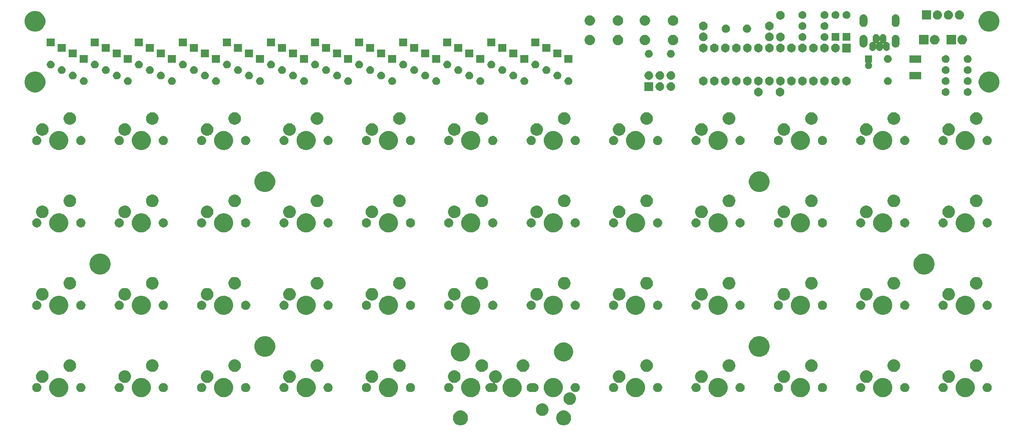
<source format=gbs>
G04 #@! TF.GenerationSoftware,KiCad,Pcbnew,(5.1.5-0-10_14)*
G04 #@! TF.CreationDate,2020-04-12T19:07:48-04:00*
G04 #@! TF.ProjectId,plaid,706c6169-642e-46b6-9963-61645f706362,rev?*
G04 #@! TF.SameCoordinates,PX2faf080PY2faf080*
G04 #@! TF.FileFunction,Soldermask,Bot*
G04 #@! TF.FilePolarity,Negative*
%FSLAX46Y46*%
G04 Gerber Fmt 4.6, Leading zero omitted, Abs format (unit mm)*
G04 Created by KiCad (PCBNEW (5.1.5-0-10_14)) date 2020-04-12 19:07:48*
%MOMM*%
%LPD*%
G04 APERTURE LIST*
%ADD10C,0.100000*%
G04 APERTURE END LIST*
D10*
G36*
X126403164Y-93841290D02*
G01*
X126717094Y-93971324D01*
X126999624Y-94160105D01*
X127239895Y-94400376D01*
X127428676Y-94682906D01*
X127558710Y-94996836D01*
X127625000Y-95330102D01*
X127625000Y-95669898D01*
X127558710Y-96003164D01*
X127428676Y-96317094D01*
X127239895Y-96599624D01*
X126999624Y-96839895D01*
X126717094Y-97028676D01*
X126403164Y-97158710D01*
X126069898Y-97225000D01*
X125730102Y-97225000D01*
X125396836Y-97158710D01*
X125082906Y-97028676D01*
X124800376Y-96839895D01*
X124560105Y-96599624D01*
X124371324Y-96317094D01*
X124241290Y-96003164D01*
X124175000Y-95669898D01*
X124175000Y-95330102D01*
X124241290Y-94996836D01*
X124371324Y-94682906D01*
X124560105Y-94400376D01*
X124800376Y-94160105D01*
X125082906Y-93971324D01*
X125396836Y-93841290D01*
X125730102Y-93775000D01*
X126069898Y-93775000D01*
X126403164Y-93841290D01*
G37*
G36*
X102603164Y-93841290D02*
G01*
X102917094Y-93971324D01*
X103199624Y-94160105D01*
X103439895Y-94400376D01*
X103628676Y-94682906D01*
X103758710Y-94996836D01*
X103825000Y-95330102D01*
X103825000Y-95669898D01*
X103758710Y-96003164D01*
X103628676Y-96317094D01*
X103439895Y-96599624D01*
X103199624Y-96839895D01*
X102917094Y-97028676D01*
X102603164Y-97158710D01*
X102269898Y-97225000D01*
X101930102Y-97225000D01*
X101596836Y-97158710D01*
X101282906Y-97028676D01*
X101000376Y-96839895D01*
X100760105Y-96599624D01*
X100571324Y-96317094D01*
X100441290Y-96003164D01*
X100375000Y-95669898D01*
X100375000Y-95330102D01*
X100441290Y-94996836D01*
X100571324Y-94682906D01*
X100760105Y-94400376D01*
X101000376Y-94160105D01*
X101282906Y-93971324D01*
X101596836Y-93841290D01*
X101930102Y-93775000D01*
X102269898Y-93775000D01*
X102603164Y-93841290D01*
G37*
G36*
X121214867Y-92152289D02*
G01*
X121382952Y-92185723D01*
X121562292Y-92260009D01*
X121646833Y-92295027D01*
X121884321Y-92453711D01*
X122086289Y-92655679D01*
X122244973Y-92893167D01*
X122279991Y-92977708D01*
X122354277Y-93157048D01*
X122410000Y-93437189D01*
X122410000Y-93722811D01*
X122354277Y-94002952D01*
X122289181Y-94160105D01*
X122244973Y-94266833D01*
X122086289Y-94504321D01*
X121884321Y-94706289D01*
X121646833Y-94864973D01*
X121562292Y-94899991D01*
X121382952Y-94974277D01*
X121214867Y-95007711D01*
X121102813Y-95030000D01*
X120817187Y-95030000D01*
X120705133Y-95007711D01*
X120537048Y-94974277D01*
X120357708Y-94899991D01*
X120273167Y-94864973D01*
X120035679Y-94706289D01*
X119833711Y-94504321D01*
X119675027Y-94266833D01*
X119630819Y-94160105D01*
X119565723Y-94002952D01*
X119510000Y-93722811D01*
X119510000Y-93437189D01*
X119565723Y-93157048D01*
X119640009Y-92977708D01*
X119675027Y-92893167D01*
X119833711Y-92655679D01*
X120035679Y-92453711D01*
X120273167Y-92295027D01*
X120357708Y-92260009D01*
X120537048Y-92185723D01*
X120705133Y-92152289D01*
X120817187Y-92130000D01*
X121102813Y-92130000D01*
X121214867Y-92152289D01*
G37*
G36*
X127564867Y-89612289D02*
G01*
X127732952Y-89645723D01*
X127912292Y-89720009D01*
X127996833Y-89755027D01*
X127996834Y-89755028D01*
X128217419Y-89902417D01*
X128234321Y-89913711D01*
X128436289Y-90115679D01*
X128594973Y-90353167D01*
X128629991Y-90437708D01*
X128704277Y-90617048D01*
X128760000Y-90897189D01*
X128760000Y-91182811D01*
X128704277Y-91462952D01*
X128629991Y-91642292D01*
X128594973Y-91726833D01*
X128436289Y-91964321D01*
X128234321Y-92166289D01*
X127996833Y-92324973D01*
X127912292Y-92359991D01*
X127732952Y-92434277D01*
X127564867Y-92467711D01*
X127452813Y-92490000D01*
X127167187Y-92490000D01*
X127055133Y-92467711D01*
X126887048Y-92434277D01*
X126707708Y-92359991D01*
X126623167Y-92324973D01*
X126385679Y-92166289D01*
X126183711Y-91964321D01*
X126025027Y-91726833D01*
X125990009Y-91642292D01*
X125915723Y-91462952D01*
X125860000Y-91182811D01*
X125860000Y-90897189D01*
X125915723Y-90617048D01*
X125990009Y-90437708D01*
X126025027Y-90353167D01*
X126183711Y-90115679D01*
X126385679Y-89913711D01*
X126402582Y-89902417D01*
X126623166Y-89755028D01*
X126623167Y-89755027D01*
X126707708Y-89720009D01*
X126887048Y-89645723D01*
X127055133Y-89612289D01*
X127167187Y-89590000D01*
X127452813Y-89590000D01*
X127564867Y-89612289D01*
G37*
G36*
X142886695Y-86333818D02*
G01*
X143141719Y-86384545D01*
X143413821Y-86497254D01*
X143542091Y-86550385D01*
X143902418Y-86791148D01*
X144208852Y-87097582D01*
X144449615Y-87457909D01*
X144452632Y-87465193D01*
X144615455Y-87858281D01*
X144700000Y-88283321D01*
X144700000Y-88716679D01*
X144615455Y-89141719D01*
X144543436Y-89315587D01*
X144449615Y-89542091D01*
X144208852Y-89902418D01*
X143902418Y-90208852D01*
X143542091Y-90449615D01*
X143413821Y-90502746D01*
X143141719Y-90615455D01*
X142886695Y-90666182D01*
X142716681Y-90700000D01*
X142283319Y-90700000D01*
X142113305Y-90666182D01*
X141858281Y-90615455D01*
X141586179Y-90502746D01*
X141457909Y-90449615D01*
X141097582Y-90208852D01*
X140791148Y-89902418D01*
X140550385Y-89542091D01*
X140456564Y-89315587D01*
X140384545Y-89141719D01*
X140300000Y-88716679D01*
X140300000Y-88283321D01*
X140384545Y-87858281D01*
X140547368Y-87465193D01*
X140550385Y-87457909D01*
X140791148Y-87097582D01*
X141097582Y-86791148D01*
X141457909Y-86550385D01*
X141586179Y-86497254D01*
X141858281Y-86384545D01*
X142113305Y-86333818D01*
X142283319Y-86300000D01*
X142716681Y-86300000D01*
X142886695Y-86333818D01*
G37*
G36*
X123886695Y-86333818D02*
G01*
X124141719Y-86384545D01*
X124413821Y-86497254D01*
X124542091Y-86550385D01*
X124902418Y-86791148D01*
X125208852Y-87097582D01*
X125449615Y-87457909D01*
X125452632Y-87465193D01*
X125615455Y-87858281D01*
X125700000Y-88283321D01*
X125700000Y-88716679D01*
X125615455Y-89141719D01*
X125543436Y-89315587D01*
X125449615Y-89542091D01*
X125208852Y-89902418D01*
X124902418Y-90208852D01*
X124542091Y-90449615D01*
X124413821Y-90502746D01*
X124141719Y-90615455D01*
X123886695Y-90666182D01*
X123716681Y-90700000D01*
X123283319Y-90700000D01*
X123113305Y-90666182D01*
X122858281Y-90615455D01*
X122586179Y-90502746D01*
X122457909Y-90449615D01*
X122097582Y-90208852D01*
X121791148Y-89902418D01*
X121550385Y-89542091D01*
X121456564Y-89315587D01*
X121384545Y-89141719D01*
X121300000Y-88716679D01*
X121300000Y-88283321D01*
X121384545Y-87858281D01*
X121547368Y-87465193D01*
X121550385Y-87457909D01*
X121791148Y-87097582D01*
X122097582Y-86791148D01*
X122457909Y-86550385D01*
X122586179Y-86497254D01*
X122858281Y-86384545D01*
X123113305Y-86333818D01*
X123283319Y-86300000D01*
X123716681Y-86300000D01*
X123886695Y-86333818D01*
G37*
G36*
X114386695Y-86333818D02*
G01*
X114641719Y-86384545D01*
X114913821Y-86497254D01*
X115042091Y-86550385D01*
X115402418Y-86791148D01*
X115708852Y-87097582D01*
X115949615Y-87457909D01*
X115952632Y-87465193D01*
X116115455Y-87858281D01*
X116200000Y-88283321D01*
X116200000Y-88716679D01*
X116115455Y-89141719D01*
X116043436Y-89315587D01*
X115949615Y-89542091D01*
X115708852Y-89902418D01*
X115402418Y-90208852D01*
X115042091Y-90449615D01*
X114913821Y-90502746D01*
X114641719Y-90615455D01*
X114386695Y-90666182D01*
X114216681Y-90700000D01*
X113783319Y-90700000D01*
X113613305Y-90666182D01*
X113358281Y-90615455D01*
X113086179Y-90502746D01*
X112957909Y-90449615D01*
X112597582Y-90208852D01*
X112291148Y-89902418D01*
X112050385Y-89542091D01*
X111956564Y-89315587D01*
X111884545Y-89141719D01*
X111800000Y-88716679D01*
X111800000Y-88283321D01*
X111884545Y-87858281D01*
X112047368Y-87465193D01*
X112050385Y-87457909D01*
X112291148Y-87097582D01*
X112597582Y-86791148D01*
X112957909Y-86550385D01*
X113086179Y-86497254D01*
X113358281Y-86384545D01*
X113613305Y-86333818D01*
X113783319Y-86300000D01*
X114216681Y-86300000D01*
X114386695Y-86333818D01*
G37*
G36*
X104886695Y-86333818D02*
G01*
X105141719Y-86384545D01*
X105413821Y-86497254D01*
X105542091Y-86550385D01*
X105902418Y-86791148D01*
X106208852Y-87097582D01*
X106449615Y-87457909D01*
X106452632Y-87465193D01*
X106615455Y-87858281D01*
X106700000Y-88283321D01*
X106700000Y-88716679D01*
X106615455Y-89141719D01*
X106543436Y-89315587D01*
X106449615Y-89542091D01*
X106208852Y-89902418D01*
X105902418Y-90208852D01*
X105542091Y-90449615D01*
X105413821Y-90502746D01*
X105141719Y-90615455D01*
X104886695Y-90666182D01*
X104716681Y-90700000D01*
X104283319Y-90700000D01*
X104113305Y-90666182D01*
X103858281Y-90615455D01*
X103586179Y-90502746D01*
X103457909Y-90449615D01*
X103097582Y-90208852D01*
X102791148Y-89902418D01*
X102550385Y-89542091D01*
X102456564Y-89315587D01*
X102384545Y-89141719D01*
X102300000Y-88716679D01*
X102300000Y-88283321D01*
X102384545Y-87858281D01*
X102547368Y-87465193D01*
X102550385Y-87457909D01*
X102791148Y-87097582D01*
X103097582Y-86791148D01*
X103457909Y-86550385D01*
X103586179Y-86497254D01*
X103858281Y-86384545D01*
X104113305Y-86333818D01*
X104283319Y-86300000D01*
X104716681Y-86300000D01*
X104886695Y-86333818D01*
G37*
G36*
X85886695Y-86333818D02*
G01*
X86141719Y-86384545D01*
X86413821Y-86497254D01*
X86542091Y-86550385D01*
X86902418Y-86791148D01*
X87208852Y-87097582D01*
X87449615Y-87457909D01*
X87452632Y-87465193D01*
X87615455Y-87858281D01*
X87700000Y-88283321D01*
X87700000Y-88716679D01*
X87615455Y-89141719D01*
X87543436Y-89315587D01*
X87449615Y-89542091D01*
X87208852Y-89902418D01*
X86902418Y-90208852D01*
X86542091Y-90449615D01*
X86413821Y-90502746D01*
X86141719Y-90615455D01*
X85886695Y-90666182D01*
X85716681Y-90700000D01*
X85283319Y-90700000D01*
X85113305Y-90666182D01*
X84858281Y-90615455D01*
X84586179Y-90502746D01*
X84457909Y-90449615D01*
X84097582Y-90208852D01*
X83791148Y-89902418D01*
X83550385Y-89542091D01*
X83456564Y-89315587D01*
X83384545Y-89141719D01*
X83300000Y-88716679D01*
X83300000Y-88283321D01*
X83384545Y-87858281D01*
X83547368Y-87465193D01*
X83550385Y-87457909D01*
X83791148Y-87097582D01*
X84097582Y-86791148D01*
X84457909Y-86550385D01*
X84586179Y-86497254D01*
X84858281Y-86384545D01*
X85113305Y-86333818D01*
X85283319Y-86300000D01*
X85716681Y-86300000D01*
X85886695Y-86333818D01*
G37*
G36*
X66886695Y-86333818D02*
G01*
X67141719Y-86384545D01*
X67413821Y-86497254D01*
X67542091Y-86550385D01*
X67902418Y-86791148D01*
X68208852Y-87097582D01*
X68449615Y-87457909D01*
X68452632Y-87465193D01*
X68615455Y-87858281D01*
X68700000Y-88283321D01*
X68700000Y-88716679D01*
X68615455Y-89141719D01*
X68543436Y-89315587D01*
X68449615Y-89542091D01*
X68208852Y-89902418D01*
X67902418Y-90208852D01*
X67542091Y-90449615D01*
X67413821Y-90502746D01*
X67141719Y-90615455D01*
X66886695Y-90666182D01*
X66716681Y-90700000D01*
X66283319Y-90700000D01*
X66113305Y-90666182D01*
X65858281Y-90615455D01*
X65586179Y-90502746D01*
X65457909Y-90449615D01*
X65097582Y-90208852D01*
X64791148Y-89902418D01*
X64550385Y-89542091D01*
X64456564Y-89315587D01*
X64384545Y-89141719D01*
X64300000Y-88716679D01*
X64300000Y-88283321D01*
X64384545Y-87858281D01*
X64547368Y-87465193D01*
X64550385Y-87457909D01*
X64791148Y-87097582D01*
X65097582Y-86791148D01*
X65457909Y-86550385D01*
X65586179Y-86497254D01*
X65858281Y-86384545D01*
X66113305Y-86333818D01*
X66283319Y-86300000D01*
X66716681Y-86300000D01*
X66886695Y-86333818D01*
G37*
G36*
X47886695Y-86333818D02*
G01*
X48141719Y-86384545D01*
X48413821Y-86497254D01*
X48542091Y-86550385D01*
X48902418Y-86791148D01*
X49208852Y-87097582D01*
X49449615Y-87457909D01*
X49452632Y-87465193D01*
X49615455Y-87858281D01*
X49700000Y-88283321D01*
X49700000Y-88716679D01*
X49615455Y-89141719D01*
X49543436Y-89315587D01*
X49449615Y-89542091D01*
X49208852Y-89902418D01*
X48902418Y-90208852D01*
X48542091Y-90449615D01*
X48413821Y-90502746D01*
X48141719Y-90615455D01*
X47886695Y-90666182D01*
X47716681Y-90700000D01*
X47283319Y-90700000D01*
X47113305Y-90666182D01*
X46858281Y-90615455D01*
X46586179Y-90502746D01*
X46457909Y-90449615D01*
X46097582Y-90208852D01*
X45791148Y-89902418D01*
X45550385Y-89542091D01*
X45456564Y-89315587D01*
X45384545Y-89141719D01*
X45300000Y-88716679D01*
X45300000Y-88283321D01*
X45384545Y-87858281D01*
X45547368Y-87465193D01*
X45550385Y-87457909D01*
X45791148Y-87097582D01*
X46097582Y-86791148D01*
X46457909Y-86550385D01*
X46586179Y-86497254D01*
X46858281Y-86384545D01*
X47113305Y-86333818D01*
X47283319Y-86300000D01*
X47716681Y-86300000D01*
X47886695Y-86333818D01*
G37*
G36*
X28886695Y-86333818D02*
G01*
X29141719Y-86384545D01*
X29413821Y-86497254D01*
X29542091Y-86550385D01*
X29902418Y-86791148D01*
X30208852Y-87097582D01*
X30449615Y-87457909D01*
X30452632Y-87465193D01*
X30615455Y-87858281D01*
X30700000Y-88283321D01*
X30700000Y-88716679D01*
X30615455Y-89141719D01*
X30543436Y-89315587D01*
X30449615Y-89542091D01*
X30208852Y-89902418D01*
X29902418Y-90208852D01*
X29542091Y-90449615D01*
X29413821Y-90502746D01*
X29141719Y-90615455D01*
X28886695Y-90666182D01*
X28716681Y-90700000D01*
X28283319Y-90700000D01*
X28113305Y-90666182D01*
X27858281Y-90615455D01*
X27586179Y-90502746D01*
X27457909Y-90449615D01*
X27097582Y-90208852D01*
X26791148Y-89902418D01*
X26550385Y-89542091D01*
X26456564Y-89315587D01*
X26384545Y-89141719D01*
X26300000Y-88716679D01*
X26300000Y-88283321D01*
X26384545Y-87858281D01*
X26547368Y-87465193D01*
X26550385Y-87457909D01*
X26791148Y-87097582D01*
X27097582Y-86791148D01*
X27457909Y-86550385D01*
X27586179Y-86497254D01*
X27858281Y-86384545D01*
X28113305Y-86333818D01*
X28283319Y-86300000D01*
X28716681Y-86300000D01*
X28886695Y-86333818D01*
G37*
G36*
X9886695Y-86333818D02*
G01*
X10141719Y-86384545D01*
X10413821Y-86497254D01*
X10542091Y-86550385D01*
X10902418Y-86791148D01*
X11208852Y-87097582D01*
X11449615Y-87457909D01*
X11452632Y-87465193D01*
X11615455Y-87858281D01*
X11700000Y-88283321D01*
X11700000Y-88716679D01*
X11615455Y-89141719D01*
X11543436Y-89315587D01*
X11449615Y-89542091D01*
X11208852Y-89902418D01*
X10902418Y-90208852D01*
X10542091Y-90449615D01*
X10413821Y-90502746D01*
X10141719Y-90615455D01*
X9886695Y-90666182D01*
X9716681Y-90700000D01*
X9283319Y-90700000D01*
X9113305Y-90666182D01*
X8858281Y-90615455D01*
X8586179Y-90502746D01*
X8457909Y-90449615D01*
X8097582Y-90208852D01*
X7791148Y-89902418D01*
X7550385Y-89542091D01*
X7456564Y-89315587D01*
X7384545Y-89141719D01*
X7300000Y-88716679D01*
X7300000Y-88283321D01*
X7384545Y-87858281D01*
X7547368Y-87465193D01*
X7550385Y-87457909D01*
X7791148Y-87097582D01*
X8097582Y-86791148D01*
X8457909Y-86550385D01*
X8586179Y-86497254D01*
X8858281Y-86384545D01*
X9113305Y-86333818D01*
X9283319Y-86300000D01*
X9716681Y-86300000D01*
X9886695Y-86333818D01*
G37*
G36*
X199886695Y-86333818D02*
G01*
X200141719Y-86384545D01*
X200413821Y-86497254D01*
X200542091Y-86550385D01*
X200902418Y-86791148D01*
X201208852Y-87097582D01*
X201449615Y-87457909D01*
X201452632Y-87465193D01*
X201615455Y-87858281D01*
X201700000Y-88283321D01*
X201700000Y-88716679D01*
X201615455Y-89141719D01*
X201543436Y-89315587D01*
X201449615Y-89542091D01*
X201208852Y-89902418D01*
X200902418Y-90208852D01*
X200542091Y-90449615D01*
X200413821Y-90502746D01*
X200141719Y-90615455D01*
X199886695Y-90666182D01*
X199716681Y-90700000D01*
X199283319Y-90700000D01*
X199113305Y-90666182D01*
X198858281Y-90615455D01*
X198586179Y-90502746D01*
X198457909Y-90449615D01*
X198097582Y-90208852D01*
X197791148Y-89902418D01*
X197550385Y-89542091D01*
X197456564Y-89315587D01*
X197384545Y-89141719D01*
X197300000Y-88716679D01*
X197300000Y-88283321D01*
X197384545Y-87858281D01*
X197547368Y-87465193D01*
X197550385Y-87457909D01*
X197791148Y-87097582D01*
X198097582Y-86791148D01*
X198457909Y-86550385D01*
X198586179Y-86497254D01*
X198858281Y-86384545D01*
X199113305Y-86333818D01*
X199283319Y-86300000D01*
X199716681Y-86300000D01*
X199886695Y-86333818D01*
G37*
G36*
X161886695Y-86333818D02*
G01*
X162141719Y-86384545D01*
X162413821Y-86497254D01*
X162542091Y-86550385D01*
X162902418Y-86791148D01*
X163208852Y-87097582D01*
X163449615Y-87457909D01*
X163452632Y-87465193D01*
X163615455Y-87858281D01*
X163700000Y-88283321D01*
X163700000Y-88716679D01*
X163615455Y-89141719D01*
X163543436Y-89315587D01*
X163449615Y-89542091D01*
X163208852Y-89902418D01*
X162902418Y-90208852D01*
X162542091Y-90449615D01*
X162413821Y-90502746D01*
X162141719Y-90615455D01*
X161886695Y-90666182D01*
X161716681Y-90700000D01*
X161283319Y-90700000D01*
X161113305Y-90666182D01*
X160858281Y-90615455D01*
X160586179Y-90502746D01*
X160457909Y-90449615D01*
X160097582Y-90208852D01*
X159791148Y-89902418D01*
X159550385Y-89542091D01*
X159456564Y-89315587D01*
X159384545Y-89141719D01*
X159300000Y-88716679D01*
X159300000Y-88283321D01*
X159384545Y-87858281D01*
X159547368Y-87465193D01*
X159550385Y-87457909D01*
X159791148Y-87097582D01*
X160097582Y-86791148D01*
X160457909Y-86550385D01*
X160586179Y-86497254D01*
X160858281Y-86384545D01*
X161113305Y-86333818D01*
X161283319Y-86300000D01*
X161716681Y-86300000D01*
X161886695Y-86333818D01*
G37*
G36*
X180886695Y-86333818D02*
G01*
X181141719Y-86384545D01*
X181413821Y-86497254D01*
X181542091Y-86550385D01*
X181902418Y-86791148D01*
X182208852Y-87097582D01*
X182449615Y-87457909D01*
X182452632Y-87465193D01*
X182615455Y-87858281D01*
X182700000Y-88283321D01*
X182700000Y-88716679D01*
X182615455Y-89141719D01*
X182543436Y-89315587D01*
X182449615Y-89542091D01*
X182208852Y-89902418D01*
X181902418Y-90208852D01*
X181542091Y-90449615D01*
X181413821Y-90502746D01*
X181141719Y-90615455D01*
X180886695Y-90666182D01*
X180716681Y-90700000D01*
X180283319Y-90700000D01*
X180113305Y-90666182D01*
X179858281Y-90615455D01*
X179586179Y-90502746D01*
X179457909Y-90449615D01*
X179097582Y-90208852D01*
X178791148Y-89902418D01*
X178550385Y-89542091D01*
X178456564Y-89315587D01*
X178384545Y-89141719D01*
X178300000Y-88716679D01*
X178300000Y-88283321D01*
X178384545Y-87858281D01*
X178547368Y-87465193D01*
X178550385Y-87457909D01*
X178791148Y-87097582D01*
X179097582Y-86791148D01*
X179457909Y-86550385D01*
X179586179Y-86497254D01*
X179858281Y-86384545D01*
X180113305Y-86333818D01*
X180283319Y-86300000D01*
X180716681Y-86300000D01*
X180886695Y-86333818D01*
G37*
G36*
X218886695Y-86333818D02*
G01*
X219141719Y-86384545D01*
X219413821Y-86497254D01*
X219542091Y-86550385D01*
X219902418Y-86791148D01*
X220208852Y-87097582D01*
X220449615Y-87457909D01*
X220452632Y-87465193D01*
X220615455Y-87858281D01*
X220700000Y-88283321D01*
X220700000Y-88716679D01*
X220615455Y-89141719D01*
X220543436Y-89315587D01*
X220449615Y-89542091D01*
X220208852Y-89902418D01*
X219902418Y-90208852D01*
X219542091Y-90449615D01*
X219413821Y-90502746D01*
X219141719Y-90615455D01*
X218886695Y-90666182D01*
X218716681Y-90700000D01*
X218283319Y-90700000D01*
X218113305Y-90666182D01*
X217858281Y-90615455D01*
X217586179Y-90502746D01*
X217457909Y-90449615D01*
X217097582Y-90208852D01*
X216791148Y-89902418D01*
X216550385Y-89542091D01*
X216456564Y-89315587D01*
X216384545Y-89141719D01*
X216300000Y-88716679D01*
X216300000Y-88283321D01*
X216384545Y-87858281D01*
X216547368Y-87465193D01*
X216550385Y-87457909D01*
X216791148Y-87097582D01*
X217097582Y-86791148D01*
X217457909Y-86550385D01*
X217586179Y-86497254D01*
X217858281Y-86384545D01*
X218113305Y-86333818D01*
X218283319Y-86300000D01*
X218716681Y-86300000D01*
X218886695Y-86333818D01*
G37*
G36*
X61726274Y-87490350D02*
G01*
X61917362Y-87569502D01*
X62089336Y-87684411D01*
X62235589Y-87830664D01*
X62350498Y-88002638D01*
X62429650Y-88193726D01*
X62470000Y-88396584D01*
X62470000Y-88603416D01*
X62429650Y-88806274D01*
X62350498Y-88997362D01*
X62235589Y-89169336D01*
X62089336Y-89315589D01*
X61917362Y-89430498D01*
X61726274Y-89509650D01*
X61523416Y-89550000D01*
X61316584Y-89550000D01*
X61113726Y-89509650D01*
X60922638Y-89430498D01*
X60750664Y-89315589D01*
X60604411Y-89169336D01*
X60489502Y-88997362D01*
X60410350Y-88806274D01*
X60370000Y-88603416D01*
X60370000Y-88396584D01*
X60410350Y-88193726D01*
X60489502Y-88002638D01*
X60604411Y-87830664D01*
X60750664Y-87684411D01*
X60922638Y-87569502D01*
X61113726Y-87490350D01*
X61316584Y-87450000D01*
X61523416Y-87450000D01*
X61726274Y-87490350D01*
G37*
G36*
X52886274Y-87490350D02*
G01*
X53077362Y-87569502D01*
X53249336Y-87684411D01*
X53395589Y-87830664D01*
X53510498Y-88002638D01*
X53589650Y-88193726D01*
X53630000Y-88396584D01*
X53630000Y-88603416D01*
X53589650Y-88806274D01*
X53510498Y-88997362D01*
X53395589Y-89169336D01*
X53249336Y-89315589D01*
X53077362Y-89430498D01*
X52886274Y-89509650D01*
X52683416Y-89550000D01*
X52476584Y-89550000D01*
X52273726Y-89509650D01*
X52082638Y-89430498D01*
X51910664Y-89315589D01*
X51764411Y-89169336D01*
X51649502Y-88997362D01*
X51570350Y-88806274D01*
X51530000Y-88603416D01*
X51530000Y-88396584D01*
X51570350Y-88193726D01*
X51649502Y-88002638D01*
X51764411Y-87830664D01*
X51910664Y-87684411D01*
X52082638Y-87569502D01*
X52273726Y-87490350D01*
X52476584Y-87450000D01*
X52683416Y-87450000D01*
X52886274Y-87490350D01*
G37*
G36*
X42726274Y-87490350D02*
G01*
X42917362Y-87569502D01*
X43089336Y-87684411D01*
X43235589Y-87830664D01*
X43350498Y-88002638D01*
X43429650Y-88193726D01*
X43470000Y-88396584D01*
X43470000Y-88603416D01*
X43429650Y-88806274D01*
X43350498Y-88997362D01*
X43235589Y-89169336D01*
X43089336Y-89315589D01*
X42917362Y-89430498D01*
X42726274Y-89509650D01*
X42523416Y-89550000D01*
X42316584Y-89550000D01*
X42113726Y-89509650D01*
X41922638Y-89430498D01*
X41750664Y-89315589D01*
X41604411Y-89169336D01*
X41489502Y-88997362D01*
X41410350Y-88806274D01*
X41370000Y-88603416D01*
X41370000Y-88396584D01*
X41410350Y-88193726D01*
X41489502Y-88002638D01*
X41604411Y-87830664D01*
X41750664Y-87684411D01*
X41922638Y-87569502D01*
X42113726Y-87490350D01*
X42316584Y-87450000D01*
X42523416Y-87450000D01*
X42726274Y-87490350D01*
G37*
G36*
X33886274Y-87490350D02*
G01*
X34077362Y-87569502D01*
X34249336Y-87684411D01*
X34395589Y-87830664D01*
X34510498Y-88002638D01*
X34589650Y-88193726D01*
X34630000Y-88396584D01*
X34630000Y-88603416D01*
X34589650Y-88806274D01*
X34510498Y-88997362D01*
X34395589Y-89169336D01*
X34249336Y-89315589D01*
X34077362Y-89430498D01*
X33886274Y-89509650D01*
X33683416Y-89550000D01*
X33476584Y-89550000D01*
X33273726Y-89509650D01*
X33082638Y-89430498D01*
X32910664Y-89315589D01*
X32764411Y-89169336D01*
X32649502Y-88997362D01*
X32570350Y-88806274D01*
X32530000Y-88603416D01*
X32530000Y-88396584D01*
X32570350Y-88193726D01*
X32649502Y-88002638D01*
X32764411Y-87830664D01*
X32910664Y-87684411D01*
X33082638Y-87569502D01*
X33273726Y-87490350D01*
X33476584Y-87450000D01*
X33683416Y-87450000D01*
X33886274Y-87490350D01*
G37*
G36*
X23726274Y-87490350D02*
G01*
X23917362Y-87569502D01*
X24089336Y-87684411D01*
X24235589Y-87830664D01*
X24350498Y-88002638D01*
X24429650Y-88193726D01*
X24470000Y-88396584D01*
X24470000Y-88603416D01*
X24429650Y-88806274D01*
X24350498Y-88997362D01*
X24235589Y-89169336D01*
X24089336Y-89315589D01*
X23917362Y-89430498D01*
X23726274Y-89509650D01*
X23523416Y-89550000D01*
X23316584Y-89550000D01*
X23113726Y-89509650D01*
X22922638Y-89430498D01*
X22750664Y-89315589D01*
X22604411Y-89169336D01*
X22489502Y-88997362D01*
X22410350Y-88806274D01*
X22370000Y-88603416D01*
X22370000Y-88396584D01*
X22410350Y-88193726D01*
X22489502Y-88002638D01*
X22604411Y-87830664D01*
X22750664Y-87684411D01*
X22922638Y-87569502D01*
X23113726Y-87490350D01*
X23316584Y-87450000D01*
X23523416Y-87450000D01*
X23726274Y-87490350D01*
G37*
G36*
X14886274Y-87490350D02*
G01*
X15077362Y-87569502D01*
X15249336Y-87684411D01*
X15395589Y-87830664D01*
X15510498Y-88002638D01*
X15589650Y-88193726D01*
X15630000Y-88396584D01*
X15630000Y-88603416D01*
X15589650Y-88806274D01*
X15510498Y-88997362D01*
X15395589Y-89169336D01*
X15249336Y-89315589D01*
X15077362Y-89430498D01*
X14886274Y-89509650D01*
X14683416Y-89550000D01*
X14476584Y-89550000D01*
X14273726Y-89509650D01*
X14082638Y-89430498D01*
X13910664Y-89315589D01*
X13764411Y-89169336D01*
X13649502Y-88997362D01*
X13570350Y-88806274D01*
X13530000Y-88603416D01*
X13530000Y-88396584D01*
X13570350Y-88193726D01*
X13649502Y-88002638D01*
X13764411Y-87830664D01*
X13910664Y-87684411D01*
X14082638Y-87569502D01*
X14273726Y-87490350D01*
X14476584Y-87450000D01*
X14683416Y-87450000D01*
X14886274Y-87490350D01*
G37*
G36*
X4726274Y-87490350D02*
G01*
X4917362Y-87569502D01*
X5089336Y-87684411D01*
X5235589Y-87830664D01*
X5350498Y-88002638D01*
X5429650Y-88193726D01*
X5470000Y-88396584D01*
X5470000Y-88603416D01*
X5429650Y-88806274D01*
X5350498Y-88997362D01*
X5235589Y-89169336D01*
X5089336Y-89315589D01*
X4917362Y-89430498D01*
X4726274Y-89509650D01*
X4523416Y-89550000D01*
X4316584Y-89550000D01*
X4113726Y-89509650D01*
X3922638Y-89430498D01*
X3750664Y-89315589D01*
X3604411Y-89169336D01*
X3489502Y-88997362D01*
X3410350Y-88806274D01*
X3370000Y-88603416D01*
X3370000Y-88396584D01*
X3410350Y-88193726D01*
X3489502Y-88002638D01*
X3604411Y-87830664D01*
X3750664Y-87684411D01*
X3922638Y-87569502D01*
X4113726Y-87490350D01*
X4316584Y-87450000D01*
X4523416Y-87450000D01*
X4726274Y-87490350D01*
G37*
G36*
X223886274Y-87490350D02*
G01*
X224077362Y-87569502D01*
X224249336Y-87684411D01*
X224395589Y-87830664D01*
X224510498Y-88002638D01*
X224589650Y-88193726D01*
X224630000Y-88396584D01*
X224630000Y-88603416D01*
X224589650Y-88806274D01*
X224510498Y-88997362D01*
X224395589Y-89169336D01*
X224249336Y-89315589D01*
X224077362Y-89430498D01*
X223886274Y-89509650D01*
X223683416Y-89550000D01*
X223476584Y-89550000D01*
X223273726Y-89509650D01*
X223082638Y-89430498D01*
X222910664Y-89315589D01*
X222764411Y-89169336D01*
X222649502Y-88997362D01*
X222570350Y-88806274D01*
X222530000Y-88603416D01*
X222530000Y-88396584D01*
X222570350Y-88193726D01*
X222649502Y-88002638D01*
X222764411Y-87830664D01*
X222910664Y-87684411D01*
X223082638Y-87569502D01*
X223273726Y-87490350D01*
X223476584Y-87450000D01*
X223683416Y-87450000D01*
X223886274Y-87490350D01*
G37*
G36*
X213726274Y-87490350D02*
G01*
X213917362Y-87569502D01*
X214089336Y-87684411D01*
X214235589Y-87830664D01*
X214350498Y-88002638D01*
X214429650Y-88193726D01*
X214470000Y-88396584D01*
X214470000Y-88603416D01*
X214429650Y-88806274D01*
X214350498Y-88997362D01*
X214235589Y-89169336D01*
X214089336Y-89315589D01*
X213917362Y-89430498D01*
X213726274Y-89509650D01*
X213523416Y-89550000D01*
X213316584Y-89550000D01*
X213113726Y-89509650D01*
X212922638Y-89430498D01*
X212750664Y-89315589D01*
X212604411Y-89169336D01*
X212489502Y-88997362D01*
X212410350Y-88806274D01*
X212370000Y-88603416D01*
X212370000Y-88396584D01*
X212410350Y-88193726D01*
X212489502Y-88002638D01*
X212604411Y-87830664D01*
X212750664Y-87684411D01*
X212922638Y-87569502D01*
X213113726Y-87490350D01*
X213316584Y-87450000D01*
X213523416Y-87450000D01*
X213726274Y-87490350D01*
G37*
G36*
X128886274Y-87490350D02*
G01*
X129077362Y-87569502D01*
X129249336Y-87684411D01*
X129395589Y-87830664D01*
X129510498Y-88002638D01*
X129589650Y-88193726D01*
X129630000Y-88396584D01*
X129630000Y-88603416D01*
X129589650Y-88806274D01*
X129510498Y-88997362D01*
X129395589Y-89169336D01*
X129249336Y-89315589D01*
X129077362Y-89430498D01*
X128886274Y-89509650D01*
X128683416Y-89550000D01*
X128476584Y-89550000D01*
X128273726Y-89509650D01*
X128082638Y-89430498D01*
X127910664Y-89315589D01*
X127764411Y-89169336D01*
X127649502Y-88997362D01*
X127570350Y-88806274D01*
X127530000Y-88603416D01*
X127530000Y-88396584D01*
X127570350Y-88193726D01*
X127649502Y-88002638D01*
X127764411Y-87830664D01*
X127910664Y-87684411D01*
X128082638Y-87569502D01*
X128273726Y-87490350D01*
X128476584Y-87450000D01*
X128683416Y-87450000D01*
X128886274Y-87490350D01*
G37*
G36*
X204886274Y-87490350D02*
G01*
X205077362Y-87569502D01*
X205249336Y-87684411D01*
X205395589Y-87830664D01*
X205510498Y-88002638D01*
X205589650Y-88193726D01*
X205630000Y-88396584D01*
X205630000Y-88603416D01*
X205589650Y-88806274D01*
X205510498Y-88997362D01*
X205395589Y-89169336D01*
X205249336Y-89315589D01*
X205077362Y-89430498D01*
X204886274Y-89509650D01*
X204683416Y-89550000D01*
X204476584Y-89550000D01*
X204273726Y-89509650D01*
X204082638Y-89430498D01*
X203910664Y-89315589D01*
X203764411Y-89169336D01*
X203649502Y-88997362D01*
X203570350Y-88806274D01*
X203530000Y-88603416D01*
X203530000Y-88396584D01*
X203570350Y-88193726D01*
X203649502Y-88002638D01*
X203764411Y-87830664D01*
X203910664Y-87684411D01*
X204082638Y-87569502D01*
X204273726Y-87490350D01*
X204476584Y-87450000D01*
X204683416Y-87450000D01*
X204886274Y-87490350D01*
G37*
G36*
X99726274Y-87490350D02*
G01*
X99917362Y-87569502D01*
X100089336Y-87684411D01*
X100235589Y-87830664D01*
X100350498Y-88002638D01*
X100429650Y-88193726D01*
X100470000Y-88396584D01*
X100470000Y-88603416D01*
X100429650Y-88806274D01*
X100350498Y-88997362D01*
X100235589Y-89169336D01*
X100089336Y-89315589D01*
X99917362Y-89430498D01*
X99726274Y-89509650D01*
X99523416Y-89550000D01*
X99316584Y-89550000D01*
X99113726Y-89509650D01*
X98922638Y-89430498D01*
X98750664Y-89315589D01*
X98604411Y-89169336D01*
X98489502Y-88997362D01*
X98410350Y-88806274D01*
X98370000Y-88603416D01*
X98370000Y-88396584D01*
X98410350Y-88193726D01*
X98489502Y-88002638D01*
X98604411Y-87830664D01*
X98750664Y-87684411D01*
X98922638Y-87569502D01*
X99113726Y-87490350D01*
X99316584Y-87450000D01*
X99523416Y-87450000D01*
X99726274Y-87490350D01*
G37*
G36*
X119247272Y-87461395D02*
G01*
X119285836Y-87465193D01*
X119368774Y-87490352D01*
X119483763Y-87525233D01*
X119666169Y-87622731D01*
X119826054Y-87753946D01*
X119957269Y-87913831D01*
X120054767Y-88096237D01*
X120054767Y-88096238D01*
X120114807Y-88294164D01*
X120114807Y-88294166D01*
X120135081Y-88500000D01*
X120118143Y-88671961D01*
X120114807Y-88705836D01*
X120084339Y-88806276D01*
X120054767Y-88903763D01*
X119957269Y-89086169D01*
X119826054Y-89246054D01*
X119666169Y-89377269D01*
X119483763Y-89474767D01*
X119417787Y-89494780D01*
X119285836Y-89534807D01*
X119247272Y-89538605D01*
X119131584Y-89550000D01*
X118368416Y-89550000D01*
X118252728Y-89538605D01*
X118214164Y-89534807D01*
X118082213Y-89494780D01*
X118016237Y-89474767D01*
X117833831Y-89377269D01*
X117673946Y-89246054D01*
X117542731Y-89086169D01*
X117445233Y-88903763D01*
X117415661Y-88806276D01*
X117385193Y-88705836D01*
X117381857Y-88671961D01*
X117364919Y-88500000D01*
X117385193Y-88294166D01*
X117385193Y-88294164D01*
X117445233Y-88096238D01*
X117445233Y-88096237D01*
X117542731Y-87913831D01*
X117673946Y-87753946D01*
X117833831Y-87622731D01*
X118016237Y-87525233D01*
X118131226Y-87490352D01*
X118214164Y-87465193D01*
X118252728Y-87461395D01*
X118368416Y-87450000D01*
X119131584Y-87450000D01*
X119247272Y-87461395D01*
G37*
G36*
X110444867Y-84532289D02*
G01*
X110612952Y-84565723D01*
X110792292Y-84640009D01*
X110876833Y-84675027D01*
X111114321Y-84833711D01*
X111316289Y-85035679D01*
X111474973Y-85273167D01*
X111509991Y-85357708D01*
X111584277Y-85537048D01*
X111640000Y-85817189D01*
X111640000Y-86102811D01*
X111584277Y-86382952D01*
X111514923Y-86550385D01*
X111474973Y-86646833D01*
X111474972Y-86646834D01*
X111316290Y-86884320D01*
X111114320Y-87086290D01*
X110995577Y-87165631D01*
X110876833Y-87244973D01*
X110793982Y-87279291D01*
X110612952Y-87354277D01*
X110444867Y-87387711D01*
X110332813Y-87410000D01*
X110167395Y-87410000D01*
X110147886Y-87411921D01*
X110129127Y-87417612D01*
X110111839Y-87426853D01*
X110096685Y-87439289D01*
X110084249Y-87454443D01*
X110075008Y-87471731D01*
X110069317Y-87490490D01*
X110067396Y-87509999D01*
X110069317Y-87529508D01*
X110075008Y-87548267D01*
X110084249Y-87565555D01*
X110096685Y-87580709D01*
X110120256Y-87598190D01*
X110166169Y-87622731D01*
X110326054Y-87753946D01*
X110457269Y-87913831D01*
X110554767Y-88096237D01*
X110554767Y-88096238D01*
X110614807Y-88294164D01*
X110614807Y-88294166D01*
X110635081Y-88500000D01*
X110618143Y-88671961D01*
X110614807Y-88705836D01*
X110584339Y-88806276D01*
X110554767Y-88903763D01*
X110457269Y-89086169D01*
X110326054Y-89246054D01*
X110166169Y-89377269D01*
X109983763Y-89474767D01*
X109917787Y-89494780D01*
X109785836Y-89534807D01*
X109747272Y-89538605D01*
X109631584Y-89550000D01*
X108868416Y-89550000D01*
X108752728Y-89538605D01*
X108714164Y-89534807D01*
X108582213Y-89494780D01*
X108516237Y-89474767D01*
X108333831Y-89377269D01*
X108173946Y-89246054D01*
X108042731Y-89086169D01*
X107945233Y-88903763D01*
X107915661Y-88806276D01*
X107885193Y-88705836D01*
X107881857Y-88671961D01*
X107864919Y-88500000D01*
X107885193Y-88294166D01*
X107885193Y-88294164D01*
X107945233Y-88096238D01*
X107945233Y-88096237D01*
X108042731Y-87913831D01*
X108173946Y-87753946D01*
X108333831Y-87622731D01*
X108516237Y-87525233D01*
X108631226Y-87490352D01*
X108714164Y-87465193D01*
X108752728Y-87461395D01*
X108868416Y-87450000D01*
X109495417Y-87450000D01*
X109514926Y-87448079D01*
X109533685Y-87442388D01*
X109550973Y-87433147D01*
X109566127Y-87420711D01*
X109578563Y-87405557D01*
X109587804Y-87388269D01*
X109593495Y-87369510D01*
X109595416Y-87350001D01*
X109593495Y-87330492D01*
X109587804Y-87311733D01*
X109578563Y-87294445D01*
X109566127Y-87279291D01*
X109550973Y-87266855D01*
X109533685Y-87257614D01*
X109530475Y-87256284D01*
X109503167Y-87244973D01*
X109384423Y-87165631D01*
X109265680Y-87086290D01*
X109063710Y-86884320D01*
X108905028Y-86646834D01*
X108905027Y-86646833D01*
X108865077Y-86550385D01*
X108795723Y-86382952D01*
X108740000Y-86102811D01*
X108740000Y-85817189D01*
X108795723Y-85537048D01*
X108870009Y-85357708D01*
X108905027Y-85273167D01*
X109063711Y-85035679D01*
X109265679Y-84833711D01*
X109503167Y-84675027D01*
X109587708Y-84640009D01*
X109767048Y-84565723D01*
X109935133Y-84532289D01*
X110047187Y-84510000D01*
X110332813Y-84510000D01*
X110444867Y-84532289D01*
G37*
G36*
X194726274Y-87490350D02*
G01*
X194917362Y-87569502D01*
X195089336Y-87684411D01*
X195235589Y-87830664D01*
X195350498Y-88002638D01*
X195429650Y-88193726D01*
X195470000Y-88396584D01*
X195470000Y-88603416D01*
X195429650Y-88806274D01*
X195350498Y-88997362D01*
X195235589Y-89169336D01*
X195089336Y-89315589D01*
X194917362Y-89430498D01*
X194726274Y-89509650D01*
X194523416Y-89550000D01*
X194316584Y-89550000D01*
X194113726Y-89509650D01*
X193922638Y-89430498D01*
X193750664Y-89315589D01*
X193604411Y-89169336D01*
X193489502Y-88997362D01*
X193410350Y-88806274D01*
X193370000Y-88603416D01*
X193370000Y-88396584D01*
X193410350Y-88193726D01*
X193489502Y-88002638D01*
X193604411Y-87830664D01*
X193750664Y-87684411D01*
X193922638Y-87569502D01*
X194113726Y-87490350D01*
X194316584Y-87450000D01*
X194523416Y-87450000D01*
X194726274Y-87490350D01*
G37*
G36*
X185886274Y-87490350D02*
G01*
X186077362Y-87569502D01*
X186249336Y-87684411D01*
X186395589Y-87830664D01*
X186510498Y-88002638D01*
X186589650Y-88193726D01*
X186630000Y-88396584D01*
X186630000Y-88603416D01*
X186589650Y-88806274D01*
X186510498Y-88997362D01*
X186395589Y-89169336D01*
X186249336Y-89315589D01*
X186077362Y-89430498D01*
X185886274Y-89509650D01*
X185683416Y-89550000D01*
X185476584Y-89550000D01*
X185273726Y-89509650D01*
X185082638Y-89430498D01*
X184910664Y-89315589D01*
X184764411Y-89169336D01*
X184649502Y-88997362D01*
X184570350Y-88806274D01*
X184530000Y-88603416D01*
X184530000Y-88396584D01*
X184570350Y-88193726D01*
X184649502Y-88002638D01*
X184764411Y-87830664D01*
X184910664Y-87684411D01*
X185082638Y-87569502D01*
X185273726Y-87490350D01*
X185476584Y-87450000D01*
X185683416Y-87450000D01*
X185886274Y-87490350D01*
G37*
G36*
X71886274Y-87490350D02*
G01*
X72077362Y-87569502D01*
X72249336Y-87684411D01*
X72395589Y-87830664D01*
X72510498Y-88002638D01*
X72589650Y-88193726D01*
X72630000Y-88396584D01*
X72630000Y-88603416D01*
X72589650Y-88806274D01*
X72510498Y-88997362D01*
X72395589Y-89169336D01*
X72249336Y-89315589D01*
X72077362Y-89430498D01*
X71886274Y-89509650D01*
X71683416Y-89550000D01*
X71476584Y-89550000D01*
X71273726Y-89509650D01*
X71082638Y-89430498D01*
X70910664Y-89315589D01*
X70764411Y-89169336D01*
X70649502Y-88997362D01*
X70570350Y-88806274D01*
X70530000Y-88603416D01*
X70530000Y-88396584D01*
X70570350Y-88193726D01*
X70649502Y-88002638D01*
X70764411Y-87830664D01*
X70910664Y-87684411D01*
X71082638Y-87569502D01*
X71273726Y-87490350D01*
X71476584Y-87450000D01*
X71683416Y-87450000D01*
X71886274Y-87490350D01*
G37*
G36*
X175726274Y-87490350D02*
G01*
X175917362Y-87569502D01*
X176089336Y-87684411D01*
X176235589Y-87830664D01*
X176350498Y-88002638D01*
X176429650Y-88193726D01*
X176470000Y-88396584D01*
X176470000Y-88603416D01*
X176429650Y-88806274D01*
X176350498Y-88997362D01*
X176235589Y-89169336D01*
X176089336Y-89315589D01*
X175917362Y-89430498D01*
X175726274Y-89509650D01*
X175523416Y-89550000D01*
X175316584Y-89550000D01*
X175113726Y-89509650D01*
X174922638Y-89430498D01*
X174750664Y-89315589D01*
X174604411Y-89169336D01*
X174489502Y-88997362D01*
X174410350Y-88806274D01*
X174370000Y-88603416D01*
X174370000Y-88396584D01*
X174410350Y-88193726D01*
X174489502Y-88002638D01*
X174604411Y-87830664D01*
X174750664Y-87684411D01*
X174922638Y-87569502D01*
X175113726Y-87490350D01*
X175316584Y-87450000D01*
X175523416Y-87450000D01*
X175726274Y-87490350D01*
G37*
G36*
X166886274Y-87490350D02*
G01*
X167077362Y-87569502D01*
X167249336Y-87684411D01*
X167395589Y-87830664D01*
X167510498Y-88002638D01*
X167589650Y-88193726D01*
X167630000Y-88396584D01*
X167630000Y-88603416D01*
X167589650Y-88806274D01*
X167510498Y-88997362D01*
X167395589Y-89169336D01*
X167249336Y-89315589D01*
X167077362Y-89430498D01*
X166886274Y-89509650D01*
X166683416Y-89550000D01*
X166476584Y-89550000D01*
X166273726Y-89509650D01*
X166082638Y-89430498D01*
X165910664Y-89315589D01*
X165764411Y-89169336D01*
X165649502Y-88997362D01*
X165570350Y-88806274D01*
X165530000Y-88603416D01*
X165530000Y-88396584D01*
X165570350Y-88193726D01*
X165649502Y-88002638D01*
X165764411Y-87830664D01*
X165910664Y-87684411D01*
X166082638Y-87569502D01*
X166273726Y-87490350D01*
X166476584Y-87450000D01*
X166683416Y-87450000D01*
X166886274Y-87490350D01*
G37*
G36*
X156726274Y-87490350D02*
G01*
X156917362Y-87569502D01*
X157089336Y-87684411D01*
X157235589Y-87830664D01*
X157350498Y-88002638D01*
X157429650Y-88193726D01*
X157470000Y-88396584D01*
X157470000Y-88603416D01*
X157429650Y-88806274D01*
X157350498Y-88997362D01*
X157235589Y-89169336D01*
X157089336Y-89315589D01*
X156917362Y-89430498D01*
X156726274Y-89509650D01*
X156523416Y-89550000D01*
X156316584Y-89550000D01*
X156113726Y-89509650D01*
X155922638Y-89430498D01*
X155750664Y-89315589D01*
X155604411Y-89169336D01*
X155489502Y-88997362D01*
X155410350Y-88806274D01*
X155370000Y-88603416D01*
X155370000Y-88396584D01*
X155410350Y-88193726D01*
X155489502Y-88002638D01*
X155604411Y-87830664D01*
X155750664Y-87684411D01*
X155922638Y-87569502D01*
X156113726Y-87490350D01*
X156316584Y-87450000D01*
X156523416Y-87450000D01*
X156726274Y-87490350D01*
G37*
G36*
X147886274Y-87490350D02*
G01*
X148077362Y-87569502D01*
X148249336Y-87684411D01*
X148395589Y-87830664D01*
X148510498Y-88002638D01*
X148589650Y-88193726D01*
X148630000Y-88396584D01*
X148630000Y-88603416D01*
X148589650Y-88806274D01*
X148510498Y-88997362D01*
X148395589Y-89169336D01*
X148249336Y-89315589D01*
X148077362Y-89430498D01*
X147886274Y-89509650D01*
X147683416Y-89550000D01*
X147476584Y-89550000D01*
X147273726Y-89509650D01*
X147082638Y-89430498D01*
X146910664Y-89315589D01*
X146764411Y-89169336D01*
X146649502Y-88997362D01*
X146570350Y-88806274D01*
X146530000Y-88603416D01*
X146530000Y-88396584D01*
X146570350Y-88193726D01*
X146649502Y-88002638D01*
X146764411Y-87830664D01*
X146910664Y-87684411D01*
X147082638Y-87569502D01*
X147273726Y-87490350D01*
X147476584Y-87450000D01*
X147683416Y-87450000D01*
X147886274Y-87490350D01*
G37*
G36*
X80726274Y-87490350D02*
G01*
X80917362Y-87569502D01*
X81089336Y-87684411D01*
X81235589Y-87830664D01*
X81350498Y-88002638D01*
X81429650Y-88193726D01*
X81470000Y-88396584D01*
X81470000Y-88603416D01*
X81429650Y-88806274D01*
X81350498Y-88997362D01*
X81235589Y-89169336D01*
X81089336Y-89315589D01*
X80917362Y-89430498D01*
X80726274Y-89509650D01*
X80523416Y-89550000D01*
X80316584Y-89550000D01*
X80113726Y-89509650D01*
X79922638Y-89430498D01*
X79750664Y-89315589D01*
X79604411Y-89169336D01*
X79489502Y-88997362D01*
X79410350Y-88806274D01*
X79370000Y-88603416D01*
X79370000Y-88396584D01*
X79410350Y-88193726D01*
X79489502Y-88002638D01*
X79604411Y-87830664D01*
X79750664Y-87684411D01*
X79922638Y-87569502D01*
X80113726Y-87490350D01*
X80316584Y-87450000D01*
X80523416Y-87450000D01*
X80726274Y-87490350D01*
G37*
G36*
X90886274Y-87490350D02*
G01*
X91077362Y-87569502D01*
X91249336Y-87684411D01*
X91395589Y-87830664D01*
X91510498Y-88002638D01*
X91589650Y-88193726D01*
X91630000Y-88396584D01*
X91630000Y-88603416D01*
X91589650Y-88806274D01*
X91510498Y-88997362D01*
X91395589Y-89169336D01*
X91249336Y-89315589D01*
X91077362Y-89430498D01*
X90886274Y-89509650D01*
X90683416Y-89550000D01*
X90476584Y-89550000D01*
X90273726Y-89509650D01*
X90082638Y-89430498D01*
X89910664Y-89315589D01*
X89764411Y-89169336D01*
X89649502Y-88997362D01*
X89570350Y-88806274D01*
X89530000Y-88603416D01*
X89530000Y-88396584D01*
X89570350Y-88193726D01*
X89649502Y-88002638D01*
X89764411Y-87830664D01*
X89910664Y-87684411D01*
X90082638Y-87569502D01*
X90273726Y-87490350D01*
X90476584Y-87450000D01*
X90683416Y-87450000D01*
X90886274Y-87490350D01*
G37*
G36*
X137726274Y-87490350D02*
G01*
X137917362Y-87569502D01*
X138089336Y-87684411D01*
X138235589Y-87830664D01*
X138350498Y-88002638D01*
X138429650Y-88193726D01*
X138470000Y-88396584D01*
X138470000Y-88603416D01*
X138429650Y-88806274D01*
X138350498Y-88997362D01*
X138235589Y-89169336D01*
X138089336Y-89315589D01*
X137917362Y-89430498D01*
X137726274Y-89509650D01*
X137523416Y-89550000D01*
X137316584Y-89550000D01*
X137113726Y-89509650D01*
X136922638Y-89430498D01*
X136750664Y-89315589D01*
X136604411Y-89169336D01*
X136489502Y-88997362D01*
X136410350Y-88806274D01*
X136370000Y-88603416D01*
X136370000Y-88396584D01*
X136410350Y-88193726D01*
X136489502Y-88002638D01*
X136604411Y-87830664D01*
X136750664Y-87684411D01*
X136922638Y-87569502D01*
X137113726Y-87490350D01*
X137316584Y-87450000D01*
X137523416Y-87450000D01*
X137726274Y-87490350D01*
G37*
G36*
X214944867Y-84532289D02*
G01*
X215112952Y-84565723D01*
X215292292Y-84640009D01*
X215376833Y-84675027D01*
X215614321Y-84833711D01*
X215816289Y-85035679D01*
X215974973Y-85273167D01*
X216009991Y-85357708D01*
X216084277Y-85537048D01*
X216140000Y-85817189D01*
X216140000Y-86102811D01*
X216084277Y-86382952D01*
X216014923Y-86550385D01*
X215974973Y-86646833D01*
X215974972Y-86646834D01*
X215816290Y-86884320D01*
X215614320Y-87086290D01*
X215495577Y-87165631D01*
X215376833Y-87244973D01*
X215293982Y-87279291D01*
X215112952Y-87354277D01*
X214944867Y-87387711D01*
X214832813Y-87410000D01*
X214547187Y-87410000D01*
X214435133Y-87387711D01*
X214267048Y-87354277D01*
X214086018Y-87279291D01*
X214003167Y-87244973D01*
X213884423Y-87165631D01*
X213765680Y-87086290D01*
X213563710Y-86884320D01*
X213405028Y-86646834D01*
X213405027Y-86646833D01*
X213365077Y-86550385D01*
X213295723Y-86382952D01*
X213240000Y-86102811D01*
X213240000Y-85817189D01*
X213295723Y-85537048D01*
X213370009Y-85357708D01*
X213405027Y-85273167D01*
X213563711Y-85035679D01*
X213765679Y-84833711D01*
X214003167Y-84675027D01*
X214087708Y-84640009D01*
X214267048Y-84565723D01*
X214435133Y-84532289D01*
X214547187Y-84510000D01*
X214832813Y-84510000D01*
X214944867Y-84532289D01*
G37*
G36*
X176944867Y-84532289D02*
G01*
X177112952Y-84565723D01*
X177292292Y-84640009D01*
X177376833Y-84675027D01*
X177614321Y-84833711D01*
X177816289Y-85035679D01*
X177974973Y-85273167D01*
X178009991Y-85357708D01*
X178084277Y-85537048D01*
X178140000Y-85817189D01*
X178140000Y-86102811D01*
X178084277Y-86382952D01*
X178014923Y-86550385D01*
X177974973Y-86646833D01*
X177974972Y-86646834D01*
X177816290Y-86884320D01*
X177614320Y-87086290D01*
X177495577Y-87165631D01*
X177376833Y-87244973D01*
X177293982Y-87279291D01*
X177112952Y-87354277D01*
X176944867Y-87387711D01*
X176832813Y-87410000D01*
X176547187Y-87410000D01*
X176435133Y-87387711D01*
X176267048Y-87354277D01*
X176086018Y-87279291D01*
X176003167Y-87244973D01*
X175884423Y-87165631D01*
X175765680Y-87086290D01*
X175563710Y-86884320D01*
X175405028Y-86646834D01*
X175405027Y-86646833D01*
X175365077Y-86550385D01*
X175295723Y-86382952D01*
X175240000Y-86102811D01*
X175240000Y-85817189D01*
X175295723Y-85537048D01*
X175370009Y-85357708D01*
X175405027Y-85273167D01*
X175563711Y-85035679D01*
X175765679Y-84833711D01*
X176003167Y-84675027D01*
X176087708Y-84640009D01*
X176267048Y-84565723D01*
X176435133Y-84532289D01*
X176547187Y-84510000D01*
X176832813Y-84510000D01*
X176944867Y-84532289D01*
G37*
G36*
X157944867Y-84532289D02*
G01*
X158112952Y-84565723D01*
X158292292Y-84640009D01*
X158376833Y-84675027D01*
X158614321Y-84833711D01*
X158816289Y-85035679D01*
X158974973Y-85273167D01*
X159009991Y-85357708D01*
X159084277Y-85537048D01*
X159140000Y-85817189D01*
X159140000Y-86102811D01*
X159084277Y-86382952D01*
X159014923Y-86550385D01*
X158974973Y-86646833D01*
X158974972Y-86646834D01*
X158816290Y-86884320D01*
X158614320Y-87086290D01*
X158495577Y-87165631D01*
X158376833Y-87244973D01*
X158293982Y-87279291D01*
X158112952Y-87354277D01*
X157944867Y-87387711D01*
X157832813Y-87410000D01*
X157547187Y-87410000D01*
X157435133Y-87387711D01*
X157267048Y-87354277D01*
X157086018Y-87279291D01*
X157003167Y-87244973D01*
X156884423Y-87165631D01*
X156765680Y-87086290D01*
X156563710Y-86884320D01*
X156405028Y-86646834D01*
X156405027Y-86646833D01*
X156365077Y-86550385D01*
X156295723Y-86382952D01*
X156240000Y-86102811D01*
X156240000Y-85817189D01*
X156295723Y-85537048D01*
X156370009Y-85357708D01*
X156405027Y-85273167D01*
X156563711Y-85035679D01*
X156765679Y-84833711D01*
X157003167Y-84675027D01*
X157087708Y-84640009D01*
X157267048Y-84565723D01*
X157435133Y-84532289D01*
X157547187Y-84510000D01*
X157832813Y-84510000D01*
X157944867Y-84532289D01*
G37*
G36*
X195944867Y-84532289D02*
G01*
X196112952Y-84565723D01*
X196292292Y-84640009D01*
X196376833Y-84675027D01*
X196614321Y-84833711D01*
X196816289Y-85035679D01*
X196974973Y-85273167D01*
X197009991Y-85357708D01*
X197084277Y-85537048D01*
X197140000Y-85817189D01*
X197140000Y-86102811D01*
X197084277Y-86382952D01*
X197014923Y-86550385D01*
X196974973Y-86646833D01*
X196974972Y-86646834D01*
X196816290Y-86884320D01*
X196614320Y-87086290D01*
X196495577Y-87165631D01*
X196376833Y-87244973D01*
X196293982Y-87279291D01*
X196112952Y-87354277D01*
X195944867Y-87387711D01*
X195832813Y-87410000D01*
X195547187Y-87410000D01*
X195435133Y-87387711D01*
X195267048Y-87354277D01*
X195086018Y-87279291D01*
X195003167Y-87244973D01*
X194884423Y-87165631D01*
X194765680Y-87086290D01*
X194563710Y-86884320D01*
X194405028Y-86646834D01*
X194405027Y-86646833D01*
X194365077Y-86550385D01*
X194295723Y-86382952D01*
X194240000Y-86102811D01*
X194240000Y-85817189D01*
X194295723Y-85537048D01*
X194370009Y-85357708D01*
X194405027Y-85273167D01*
X194563711Y-85035679D01*
X194765679Y-84833711D01*
X195003167Y-84675027D01*
X195087708Y-84640009D01*
X195267048Y-84565723D01*
X195435133Y-84532289D01*
X195547187Y-84510000D01*
X195832813Y-84510000D01*
X195944867Y-84532289D01*
G37*
G36*
X138944867Y-84532289D02*
G01*
X139112952Y-84565723D01*
X139292292Y-84640009D01*
X139376833Y-84675027D01*
X139614321Y-84833711D01*
X139816289Y-85035679D01*
X139974973Y-85273167D01*
X140009991Y-85357708D01*
X140084277Y-85537048D01*
X140140000Y-85817189D01*
X140140000Y-86102811D01*
X140084277Y-86382952D01*
X140014923Y-86550385D01*
X139974973Y-86646833D01*
X139974972Y-86646834D01*
X139816290Y-86884320D01*
X139614320Y-87086290D01*
X139495577Y-87165631D01*
X139376833Y-87244973D01*
X139293982Y-87279291D01*
X139112952Y-87354277D01*
X138944867Y-87387711D01*
X138832813Y-87410000D01*
X138547187Y-87410000D01*
X138435133Y-87387711D01*
X138267048Y-87354277D01*
X138086018Y-87279291D01*
X138003167Y-87244973D01*
X137884423Y-87165631D01*
X137765680Y-87086290D01*
X137563710Y-86884320D01*
X137405028Y-86646834D01*
X137405027Y-86646833D01*
X137365077Y-86550385D01*
X137295723Y-86382952D01*
X137240000Y-86102811D01*
X137240000Y-85817189D01*
X137295723Y-85537048D01*
X137370009Y-85357708D01*
X137405027Y-85273167D01*
X137563711Y-85035679D01*
X137765679Y-84833711D01*
X138003167Y-84675027D01*
X138087708Y-84640009D01*
X138267048Y-84565723D01*
X138435133Y-84532289D01*
X138547187Y-84510000D01*
X138832813Y-84510000D01*
X138944867Y-84532289D01*
G37*
G36*
X100944867Y-84532289D02*
G01*
X101112952Y-84565723D01*
X101292292Y-84640009D01*
X101376833Y-84675027D01*
X101614321Y-84833711D01*
X101816289Y-85035679D01*
X101974973Y-85273167D01*
X102009991Y-85357708D01*
X102084277Y-85537048D01*
X102140000Y-85817189D01*
X102140000Y-86102811D01*
X102084277Y-86382952D01*
X102014923Y-86550385D01*
X101974973Y-86646833D01*
X101974972Y-86646834D01*
X101816290Y-86884320D01*
X101614320Y-87086290D01*
X101495577Y-87165631D01*
X101376833Y-87244973D01*
X101293982Y-87279291D01*
X101112952Y-87354277D01*
X100944867Y-87387711D01*
X100832813Y-87410000D01*
X100547187Y-87410000D01*
X100435133Y-87387711D01*
X100267048Y-87354277D01*
X100086018Y-87279291D01*
X100003167Y-87244973D01*
X99884423Y-87165631D01*
X99765680Y-87086290D01*
X99563710Y-86884320D01*
X99405028Y-86646834D01*
X99405027Y-86646833D01*
X99365077Y-86550385D01*
X99295723Y-86382952D01*
X99240000Y-86102811D01*
X99240000Y-85817189D01*
X99295723Y-85537048D01*
X99370009Y-85357708D01*
X99405027Y-85273167D01*
X99563711Y-85035679D01*
X99765679Y-84833711D01*
X100003167Y-84675027D01*
X100087708Y-84640009D01*
X100267048Y-84565723D01*
X100435133Y-84532289D01*
X100547187Y-84510000D01*
X100832813Y-84510000D01*
X100944867Y-84532289D01*
G37*
G36*
X81944867Y-84532289D02*
G01*
X82112952Y-84565723D01*
X82292292Y-84640009D01*
X82376833Y-84675027D01*
X82614321Y-84833711D01*
X82816289Y-85035679D01*
X82974973Y-85273167D01*
X83009991Y-85357708D01*
X83084277Y-85537048D01*
X83140000Y-85817189D01*
X83140000Y-86102811D01*
X83084277Y-86382952D01*
X83014923Y-86550385D01*
X82974973Y-86646833D01*
X82974972Y-86646834D01*
X82816290Y-86884320D01*
X82614320Y-87086290D01*
X82495577Y-87165631D01*
X82376833Y-87244973D01*
X82293982Y-87279291D01*
X82112952Y-87354277D01*
X81944867Y-87387711D01*
X81832813Y-87410000D01*
X81547187Y-87410000D01*
X81435133Y-87387711D01*
X81267048Y-87354277D01*
X81086018Y-87279291D01*
X81003167Y-87244973D01*
X80884423Y-87165631D01*
X80765680Y-87086290D01*
X80563710Y-86884320D01*
X80405028Y-86646834D01*
X80405027Y-86646833D01*
X80365077Y-86550385D01*
X80295723Y-86382952D01*
X80240000Y-86102811D01*
X80240000Y-85817189D01*
X80295723Y-85537048D01*
X80370009Y-85357708D01*
X80405027Y-85273167D01*
X80563711Y-85035679D01*
X80765679Y-84833711D01*
X81003167Y-84675027D01*
X81087708Y-84640009D01*
X81267048Y-84565723D01*
X81435133Y-84532289D01*
X81547187Y-84510000D01*
X81832813Y-84510000D01*
X81944867Y-84532289D01*
G37*
G36*
X62944867Y-84532289D02*
G01*
X63112952Y-84565723D01*
X63292292Y-84640009D01*
X63376833Y-84675027D01*
X63614321Y-84833711D01*
X63816289Y-85035679D01*
X63974973Y-85273167D01*
X64009991Y-85357708D01*
X64084277Y-85537048D01*
X64140000Y-85817189D01*
X64140000Y-86102811D01*
X64084277Y-86382952D01*
X64014923Y-86550385D01*
X63974973Y-86646833D01*
X63974972Y-86646834D01*
X63816290Y-86884320D01*
X63614320Y-87086290D01*
X63495577Y-87165631D01*
X63376833Y-87244973D01*
X63293982Y-87279291D01*
X63112952Y-87354277D01*
X62944867Y-87387711D01*
X62832813Y-87410000D01*
X62547187Y-87410000D01*
X62435133Y-87387711D01*
X62267048Y-87354277D01*
X62086018Y-87279291D01*
X62003167Y-87244973D01*
X61884423Y-87165631D01*
X61765680Y-87086290D01*
X61563710Y-86884320D01*
X61405028Y-86646834D01*
X61405027Y-86646833D01*
X61365077Y-86550385D01*
X61295723Y-86382952D01*
X61240000Y-86102811D01*
X61240000Y-85817189D01*
X61295723Y-85537048D01*
X61370009Y-85357708D01*
X61405027Y-85273167D01*
X61563711Y-85035679D01*
X61765679Y-84833711D01*
X62003167Y-84675027D01*
X62087708Y-84640009D01*
X62267048Y-84565723D01*
X62435133Y-84532289D01*
X62547187Y-84510000D01*
X62832813Y-84510000D01*
X62944867Y-84532289D01*
G37*
G36*
X43944867Y-84532289D02*
G01*
X44112952Y-84565723D01*
X44292292Y-84640009D01*
X44376833Y-84675027D01*
X44614321Y-84833711D01*
X44816289Y-85035679D01*
X44974973Y-85273167D01*
X45009991Y-85357708D01*
X45084277Y-85537048D01*
X45140000Y-85817189D01*
X45140000Y-86102811D01*
X45084277Y-86382952D01*
X45014923Y-86550385D01*
X44974973Y-86646833D01*
X44974972Y-86646834D01*
X44816290Y-86884320D01*
X44614320Y-87086290D01*
X44495577Y-87165631D01*
X44376833Y-87244973D01*
X44293982Y-87279291D01*
X44112952Y-87354277D01*
X43944867Y-87387711D01*
X43832813Y-87410000D01*
X43547187Y-87410000D01*
X43435133Y-87387711D01*
X43267048Y-87354277D01*
X43086018Y-87279291D01*
X43003167Y-87244973D01*
X42884423Y-87165631D01*
X42765680Y-87086290D01*
X42563710Y-86884320D01*
X42405028Y-86646834D01*
X42405027Y-86646833D01*
X42365077Y-86550385D01*
X42295723Y-86382952D01*
X42240000Y-86102811D01*
X42240000Y-85817189D01*
X42295723Y-85537048D01*
X42370009Y-85357708D01*
X42405027Y-85273167D01*
X42563711Y-85035679D01*
X42765679Y-84833711D01*
X43003167Y-84675027D01*
X43087708Y-84640009D01*
X43267048Y-84565723D01*
X43435133Y-84532289D01*
X43547187Y-84510000D01*
X43832813Y-84510000D01*
X43944867Y-84532289D01*
G37*
G36*
X24944867Y-84532289D02*
G01*
X25112952Y-84565723D01*
X25292292Y-84640009D01*
X25376833Y-84675027D01*
X25614321Y-84833711D01*
X25816289Y-85035679D01*
X25974973Y-85273167D01*
X26009991Y-85357708D01*
X26084277Y-85537048D01*
X26140000Y-85817189D01*
X26140000Y-86102811D01*
X26084277Y-86382952D01*
X26014923Y-86550385D01*
X25974973Y-86646833D01*
X25974972Y-86646834D01*
X25816290Y-86884320D01*
X25614320Y-87086290D01*
X25495577Y-87165631D01*
X25376833Y-87244973D01*
X25293982Y-87279291D01*
X25112952Y-87354277D01*
X24944867Y-87387711D01*
X24832813Y-87410000D01*
X24547187Y-87410000D01*
X24435133Y-87387711D01*
X24267048Y-87354277D01*
X24086018Y-87279291D01*
X24003167Y-87244973D01*
X23884423Y-87165631D01*
X23765680Y-87086290D01*
X23563710Y-86884320D01*
X23405028Y-86646834D01*
X23405027Y-86646833D01*
X23365077Y-86550385D01*
X23295723Y-86382952D01*
X23240000Y-86102811D01*
X23240000Y-85817189D01*
X23295723Y-85537048D01*
X23370009Y-85357708D01*
X23405027Y-85273167D01*
X23563711Y-85035679D01*
X23765679Y-84833711D01*
X24003167Y-84675027D01*
X24087708Y-84640009D01*
X24267048Y-84565723D01*
X24435133Y-84532289D01*
X24547187Y-84510000D01*
X24832813Y-84510000D01*
X24944867Y-84532289D01*
G37*
G36*
X5944867Y-84532289D02*
G01*
X6112952Y-84565723D01*
X6292292Y-84640009D01*
X6376833Y-84675027D01*
X6614321Y-84833711D01*
X6816289Y-85035679D01*
X6974973Y-85273167D01*
X7009991Y-85357708D01*
X7084277Y-85537048D01*
X7140000Y-85817189D01*
X7140000Y-86102811D01*
X7084277Y-86382952D01*
X7014923Y-86550385D01*
X6974973Y-86646833D01*
X6974972Y-86646834D01*
X6816290Y-86884320D01*
X6614320Y-87086290D01*
X6495577Y-87165631D01*
X6376833Y-87244973D01*
X6293982Y-87279291D01*
X6112952Y-87354277D01*
X5944867Y-87387711D01*
X5832813Y-87410000D01*
X5547187Y-87410000D01*
X5435133Y-87387711D01*
X5267048Y-87354277D01*
X5086018Y-87279291D01*
X5003167Y-87244973D01*
X4884423Y-87165631D01*
X4765680Y-87086290D01*
X4563710Y-86884320D01*
X4405028Y-86646834D01*
X4405027Y-86646833D01*
X4365077Y-86550385D01*
X4295723Y-86382952D01*
X4240000Y-86102811D01*
X4240000Y-85817189D01*
X4295723Y-85537048D01*
X4370009Y-85357708D01*
X4405027Y-85273167D01*
X4563711Y-85035679D01*
X4765679Y-84833711D01*
X5003167Y-84675027D01*
X5087708Y-84640009D01*
X5267048Y-84565723D01*
X5435133Y-84532289D01*
X5547187Y-84510000D01*
X5832813Y-84510000D01*
X5944867Y-84532289D01*
G37*
G36*
X183294867Y-81992289D02*
G01*
X183462952Y-82025723D01*
X183642292Y-82100009D01*
X183726833Y-82135027D01*
X183964321Y-82293711D01*
X184166289Y-82495679D01*
X184324973Y-82733167D01*
X184359991Y-82817708D01*
X184434277Y-82997048D01*
X184490000Y-83277189D01*
X184490000Y-83562811D01*
X184434277Y-83842952D01*
X184359991Y-84022292D01*
X184324973Y-84106833D01*
X184166289Y-84344321D01*
X183964321Y-84546289D01*
X183726833Y-84704973D01*
X183642292Y-84739991D01*
X183462952Y-84814277D01*
X183294867Y-84847711D01*
X183182813Y-84870000D01*
X182897187Y-84870000D01*
X182785133Y-84847711D01*
X182617048Y-84814277D01*
X182437708Y-84739991D01*
X182353167Y-84704973D01*
X182115679Y-84546289D01*
X181913711Y-84344321D01*
X181755027Y-84106833D01*
X181720009Y-84022292D01*
X181645723Y-83842952D01*
X181590000Y-83562811D01*
X181590000Y-83277189D01*
X181645723Y-82997048D01*
X181720009Y-82817708D01*
X181755027Y-82733167D01*
X181913711Y-82495679D01*
X182115679Y-82293711D01*
X182353167Y-82135027D01*
X182437708Y-82100009D01*
X182617048Y-82025723D01*
X182785133Y-81992289D01*
X182897187Y-81970000D01*
X183182813Y-81970000D01*
X183294867Y-81992289D01*
G37*
G36*
X202294867Y-81992289D02*
G01*
X202462952Y-82025723D01*
X202642292Y-82100009D01*
X202726833Y-82135027D01*
X202964321Y-82293711D01*
X203166289Y-82495679D01*
X203324973Y-82733167D01*
X203359991Y-82817708D01*
X203434277Y-82997048D01*
X203490000Y-83277189D01*
X203490000Y-83562811D01*
X203434277Y-83842952D01*
X203359991Y-84022292D01*
X203324973Y-84106833D01*
X203166289Y-84344321D01*
X202964321Y-84546289D01*
X202726833Y-84704973D01*
X202642292Y-84739991D01*
X202462952Y-84814277D01*
X202294867Y-84847711D01*
X202182813Y-84870000D01*
X201897187Y-84870000D01*
X201785133Y-84847711D01*
X201617048Y-84814277D01*
X201437708Y-84739991D01*
X201353167Y-84704973D01*
X201115679Y-84546289D01*
X200913711Y-84344321D01*
X200755027Y-84106833D01*
X200720009Y-84022292D01*
X200645723Y-83842952D01*
X200590000Y-83562811D01*
X200590000Y-83277189D01*
X200645723Y-82997048D01*
X200720009Y-82817708D01*
X200755027Y-82733167D01*
X200913711Y-82495679D01*
X201115679Y-82293711D01*
X201353167Y-82135027D01*
X201437708Y-82100009D01*
X201617048Y-82025723D01*
X201785133Y-81992289D01*
X201897187Y-81970000D01*
X202182813Y-81970000D01*
X202294867Y-81992289D01*
G37*
G36*
X221294867Y-81992289D02*
G01*
X221462952Y-82025723D01*
X221642292Y-82100009D01*
X221726833Y-82135027D01*
X221964321Y-82293711D01*
X222166289Y-82495679D01*
X222324973Y-82733167D01*
X222359991Y-82817708D01*
X222434277Y-82997048D01*
X222490000Y-83277189D01*
X222490000Y-83562811D01*
X222434277Y-83842952D01*
X222359991Y-84022292D01*
X222324973Y-84106833D01*
X222166289Y-84344321D01*
X221964321Y-84546289D01*
X221726833Y-84704973D01*
X221642292Y-84739991D01*
X221462952Y-84814277D01*
X221294867Y-84847711D01*
X221182813Y-84870000D01*
X220897187Y-84870000D01*
X220785133Y-84847711D01*
X220617048Y-84814277D01*
X220437708Y-84739991D01*
X220353167Y-84704973D01*
X220115679Y-84546289D01*
X219913711Y-84344321D01*
X219755027Y-84106833D01*
X219720009Y-84022292D01*
X219645723Y-83842952D01*
X219590000Y-83562811D01*
X219590000Y-83277189D01*
X219645723Y-82997048D01*
X219720009Y-82817708D01*
X219755027Y-82733167D01*
X219913711Y-82495679D01*
X220115679Y-82293711D01*
X220353167Y-82135027D01*
X220437708Y-82100009D01*
X220617048Y-82025723D01*
X220785133Y-81992289D01*
X220897187Y-81970000D01*
X221182813Y-81970000D01*
X221294867Y-81992289D01*
G37*
G36*
X164294867Y-81992289D02*
G01*
X164462952Y-82025723D01*
X164642292Y-82100009D01*
X164726833Y-82135027D01*
X164964321Y-82293711D01*
X165166289Y-82495679D01*
X165324973Y-82733167D01*
X165359991Y-82817708D01*
X165434277Y-82997048D01*
X165490000Y-83277189D01*
X165490000Y-83562811D01*
X165434277Y-83842952D01*
X165359991Y-84022292D01*
X165324973Y-84106833D01*
X165166289Y-84344321D01*
X164964321Y-84546289D01*
X164726833Y-84704973D01*
X164642292Y-84739991D01*
X164462952Y-84814277D01*
X164294867Y-84847711D01*
X164182813Y-84870000D01*
X163897187Y-84870000D01*
X163785133Y-84847711D01*
X163617048Y-84814277D01*
X163437708Y-84739991D01*
X163353167Y-84704973D01*
X163115679Y-84546289D01*
X162913711Y-84344321D01*
X162755027Y-84106833D01*
X162720009Y-84022292D01*
X162645723Y-83842952D01*
X162590000Y-83562811D01*
X162590000Y-83277189D01*
X162645723Y-82997048D01*
X162720009Y-82817708D01*
X162755027Y-82733167D01*
X162913711Y-82495679D01*
X163115679Y-82293711D01*
X163353167Y-82135027D01*
X163437708Y-82100009D01*
X163617048Y-82025723D01*
X163785133Y-81992289D01*
X163897187Y-81970000D01*
X164182813Y-81970000D01*
X164294867Y-81992289D01*
G37*
G36*
X12294867Y-81992289D02*
G01*
X12462952Y-82025723D01*
X12642292Y-82100009D01*
X12726833Y-82135027D01*
X12964321Y-82293711D01*
X13166289Y-82495679D01*
X13324973Y-82733167D01*
X13359991Y-82817708D01*
X13434277Y-82997048D01*
X13490000Y-83277189D01*
X13490000Y-83562811D01*
X13434277Y-83842952D01*
X13359991Y-84022292D01*
X13324973Y-84106833D01*
X13166289Y-84344321D01*
X12964321Y-84546289D01*
X12726833Y-84704973D01*
X12642292Y-84739991D01*
X12462952Y-84814277D01*
X12294867Y-84847711D01*
X12182813Y-84870000D01*
X11897187Y-84870000D01*
X11785133Y-84847711D01*
X11617048Y-84814277D01*
X11437708Y-84739991D01*
X11353167Y-84704973D01*
X11115679Y-84546289D01*
X10913711Y-84344321D01*
X10755027Y-84106833D01*
X10720009Y-84022292D01*
X10645723Y-83842952D01*
X10590000Y-83562811D01*
X10590000Y-83277189D01*
X10645723Y-82997048D01*
X10720009Y-82817708D01*
X10755027Y-82733167D01*
X10913711Y-82495679D01*
X11115679Y-82293711D01*
X11353167Y-82135027D01*
X11437708Y-82100009D01*
X11617048Y-82025723D01*
X11785133Y-81992289D01*
X11897187Y-81970000D01*
X12182813Y-81970000D01*
X12294867Y-81992289D01*
G37*
G36*
X145294867Y-81992289D02*
G01*
X145462952Y-82025723D01*
X145642292Y-82100009D01*
X145726833Y-82135027D01*
X145964321Y-82293711D01*
X146166289Y-82495679D01*
X146324973Y-82733167D01*
X146359991Y-82817708D01*
X146434277Y-82997048D01*
X146490000Y-83277189D01*
X146490000Y-83562811D01*
X146434277Y-83842952D01*
X146359991Y-84022292D01*
X146324973Y-84106833D01*
X146166289Y-84344321D01*
X145964321Y-84546289D01*
X145726833Y-84704973D01*
X145642292Y-84739991D01*
X145462952Y-84814277D01*
X145294867Y-84847711D01*
X145182813Y-84870000D01*
X144897187Y-84870000D01*
X144785133Y-84847711D01*
X144617048Y-84814277D01*
X144437708Y-84739991D01*
X144353167Y-84704973D01*
X144115679Y-84546289D01*
X143913711Y-84344321D01*
X143755027Y-84106833D01*
X143720009Y-84022292D01*
X143645723Y-83842952D01*
X143590000Y-83562811D01*
X143590000Y-83277189D01*
X143645723Y-82997048D01*
X143720009Y-82817708D01*
X143755027Y-82733167D01*
X143913711Y-82495679D01*
X144115679Y-82293711D01*
X144353167Y-82135027D01*
X144437708Y-82100009D01*
X144617048Y-82025723D01*
X144785133Y-81992289D01*
X144897187Y-81970000D01*
X145182813Y-81970000D01*
X145294867Y-81992289D01*
G37*
G36*
X116794867Y-81992289D02*
G01*
X116962952Y-82025723D01*
X117142292Y-82100009D01*
X117226833Y-82135027D01*
X117464321Y-82293711D01*
X117666289Y-82495679D01*
X117824973Y-82733167D01*
X117859991Y-82817708D01*
X117934277Y-82997048D01*
X117990000Y-83277189D01*
X117990000Y-83562811D01*
X117934277Y-83842952D01*
X117859991Y-84022292D01*
X117824973Y-84106833D01*
X117666289Y-84344321D01*
X117464321Y-84546289D01*
X117226833Y-84704973D01*
X117142292Y-84739991D01*
X116962952Y-84814277D01*
X116794867Y-84847711D01*
X116682813Y-84870000D01*
X116397187Y-84870000D01*
X116285133Y-84847711D01*
X116117048Y-84814277D01*
X115937708Y-84739991D01*
X115853167Y-84704973D01*
X115615679Y-84546289D01*
X115413711Y-84344321D01*
X115255027Y-84106833D01*
X115220009Y-84022292D01*
X115145723Y-83842952D01*
X115090000Y-83562811D01*
X115090000Y-83277189D01*
X115145723Y-82997048D01*
X115220009Y-82817708D01*
X115255027Y-82733167D01*
X115413711Y-82495679D01*
X115615679Y-82293711D01*
X115853167Y-82135027D01*
X115937708Y-82100009D01*
X116117048Y-82025723D01*
X116285133Y-81992289D01*
X116397187Y-81970000D01*
X116682813Y-81970000D01*
X116794867Y-81992289D01*
G37*
G36*
X50294867Y-81992289D02*
G01*
X50462952Y-82025723D01*
X50642292Y-82100009D01*
X50726833Y-82135027D01*
X50964321Y-82293711D01*
X51166289Y-82495679D01*
X51324973Y-82733167D01*
X51359991Y-82817708D01*
X51434277Y-82997048D01*
X51490000Y-83277189D01*
X51490000Y-83562811D01*
X51434277Y-83842952D01*
X51359991Y-84022292D01*
X51324973Y-84106833D01*
X51166289Y-84344321D01*
X50964321Y-84546289D01*
X50726833Y-84704973D01*
X50642292Y-84739991D01*
X50462952Y-84814277D01*
X50294867Y-84847711D01*
X50182813Y-84870000D01*
X49897187Y-84870000D01*
X49785133Y-84847711D01*
X49617048Y-84814277D01*
X49437708Y-84739991D01*
X49353167Y-84704973D01*
X49115679Y-84546289D01*
X48913711Y-84344321D01*
X48755027Y-84106833D01*
X48720009Y-84022292D01*
X48645723Y-83842952D01*
X48590000Y-83562811D01*
X48590000Y-83277189D01*
X48645723Y-82997048D01*
X48720009Y-82817708D01*
X48755027Y-82733167D01*
X48913711Y-82495679D01*
X49115679Y-82293711D01*
X49353167Y-82135027D01*
X49437708Y-82100009D01*
X49617048Y-82025723D01*
X49785133Y-81992289D01*
X49897187Y-81970000D01*
X50182813Y-81970000D01*
X50294867Y-81992289D01*
G37*
G36*
X107294867Y-81992289D02*
G01*
X107462952Y-82025723D01*
X107642292Y-82100009D01*
X107726833Y-82135027D01*
X107964321Y-82293711D01*
X108166289Y-82495679D01*
X108324973Y-82733167D01*
X108359991Y-82817708D01*
X108434277Y-82997048D01*
X108490000Y-83277189D01*
X108490000Y-83562811D01*
X108434277Y-83842952D01*
X108359991Y-84022292D01*
X108324973Y-84106833D01*
X108166289Y-84344321D01*
X107964321Y-84546289D01*
X107726833Y-84704973D01*
X107642292Y-84739991D01*
X107462952Y-84814277D01*
X107294867Y-84847711D01*
X107182813Y-84870000D01*
X106897187Y-84870000D01*
X106785133Y-84847711D01*
X106617048Y-84814277D01*
X106437708Y-84739991D01*
X106353167Y-84704973D01*
X106115679Y-84546289D01*
X105913711Y-84344321D01*
X105755027Y-84106833D01*
X105720009Y-84022292D01*
X105645723Y-83842952D01*
X105590000Y-83562811D01*
X105590000Y-83277189D01*
X105645723Y-82997048D01*
X105720009Y-82817708D01*
X105755027Y-82733167D01*
X105913711Y-82495679D01*
X106115679Y-82293711D01*
X106353167Y-82135027D01*
X106437708Y-82100009D01*
X106617048Y-82025723D01*
X106785133Y-81992289D01*
X106897187Y-81970000D01*
X107182813Y-81970000D01*
X107294867Y-81992289D01*
G37*
G36*
X69294867Y-81992289D02*
G01*
X69462952Y-82025723D01*
X69642292Y-82100009D01*
X69726833Y-82135027D01*
X69964321Y-82293711D01*
X70166289Y-82495679D01*
X70324973Y-82733167D01*
X70359991Y-82817708D01*
X70434277Y-82997048D01*
X70490000Y-83277189D01*
X70490000Y-83562811D01*
X70434277Y-83842952D01*
X70359991Y-84022292D01*
X70324973Y-84106833D01*
X70166289Y-84344321D01*
X69964321Y-84546289D01*
X69726833Y-84704973D01*
X69642292Y-84739991D01*
X69462952Y-84814277D01*
X69294867Y-84847711D01*
X69182813Y-84870000D01*
X68897187Y-84870000D01*
X68785133Y-84847711D01*
X68617048Y-84814277D01*
X68437708Y-84739991D01*
X68353167Y-84704973D01*
X68115679Y-84546289D01*
X67913711Y-84344321D01*
X67755027Y-84106833D01*
X67720009Y-84022292D01*
X67645723Y-83842952D01*
X67590000Y-83562811D01*
X67590000Y-83277189D01*
X67645723Y-82997048D01*
X67720009Y-82817708D01*
X67755027Y-82733167D01*
X67913711Y-82495679D01*
X68115679Y-82293711D01*
X68353167Y-82135027D01*
X68437708Y-82100009D01*
X68617048Y-82025723D01*
X68785133Y-81992289D01*
X68897187Y-81970000D01*
X69182813Y-81970000D01*
X69294867Y-81992289D01*
G37*
G36*
X88294867Y-81992289D02*
G01*
X88462952Y-82025723D01*
X88642292Y-82100009D01*
X88726833Y-82135027D01*
X88964321Y-82293711D01*
X89166289Y-82495679D01*
X89324973Y-82733167D01*
X89359991Y-82817708D01*
X89434277Y-82997048D01*
X89490000Y-83277189D01*
X89490000Y-83562811D01*
X89434277Y-83842952D01*
X89359991Y-84022292D01*
X89324973Y-84106833D01*
X89166289Y-84344321D01*
X88964321Y-84546289D01*
X88726833Y-84704973D01*
X88642292Y-84739991D01*
X88462952Y-84814277D01*
X88294867Y-84847711D01*
X88182813Y-84870000D01*
X87897187Y-84870000D01*
X87785133Y-84847711D01*
X87617048Y-84814277D01*
X87437708Y-84739991D01*
X87353167Y-84704973D01*
X87115679Y-84546289D01*
X86913711Y-84344321D01*
X86755027Y-84106833D01*
X86720009Y-84022292D01*
X86645723Y-83842952D01*
X86590000Y-83562811D01*
X86590000Y-83277189D01*
X86645723Y-82997048D01*
X86720009Y-82817708D01*
X86755027Y-82733167D01*
X86913711Y-82495679D01*
X87115679Y-82293711D01*
X87353167Y-82135027D01*
X87437708Y-82100009D01*
X87617048Y-82025723D01*
X87785133Y-81992289D01*
X87897187Y-81970000D01*
X88182813Y-81970000D01*
X88294867Y-81992289D01*
G37*
G36*
X31294867Y-81992289D02*
G01*
X31462952Y-82025723D01*
X31642292Y-82100009D01*
X31726833Y-82135027D01*
X31964321Y-82293711D01*
X32166289Y-82495679D01*
X32324973Y-82733167D01*
X32359991Y-82817708D01*
X32434277Y-82997048D01*
X32490000Y-83277189D01*
X32490000Y-83562811D01*
X32434277Y-83842952D01*
X32359991Y-84022292D01*
X32324973Y-84106833D01*
X32166289Y-84344321D01*
X31964321Y-84546289D01*
X31726833Y-84704973D01*
X31642292Y-84739991D01*
X31462952Y-84814277D01*
X31294867Y-84847711D01*
X31182813Y-84870000D01*
X30897187Y-84870000D01*
X30785133Y-84847711D01*
X30617048Y-84814277D01*
X30437708Y-84739991D01*
X30353167Y-84704973D01*
X30115679Y-84546289D01*
X29913711Y-84344321D01*
X29755027Y-84106833D01*
X29720009Y-84022292D01*
X29645723Y-83842952D01*
X29590000Y-83562811D01*
X29590000Y-83277189D01*
X29645723Y-82997048D01*
X29720009Y-82817708D01*
X29755027Y-82733167D01*
X29913711Y-82495679D01*
X30115679Y-82293711D01*
X30353167Y-82135027D01*
X30437708Y-82100009D01*
X30617048Y-82025723D01*
X30785133Y-81992289D01*
X30897187Y-81970000D01*
X31182813Y-81970000D01*
X31294867Y-81992289D01*
G37*
G36*
X102486695Y-78093818D02*
G01*
X102741719Y-78144545D01*
X103013821Y-78257254D01*
X103142091Y-78310385D01*
X103502418Y-78551148D01*
X103808852Y-78857582D01*
X104049615Y-79217909D01*
X104057264Y-79236376D01*
X104215455Y-79618281D01*
X104300000Y-80043321D01*
X104300000Y-80476679D01*
X104215455Y-80901719D01*
X104122201Y-81126853D01*
X104049615Y-81302091D01*
X103808852Y-81662418D01*
X103502418Y-81968852D01*
X103142091Y-82209615D01*
X103013821Y-82262746D01*
X102741719Y-82375455D01*
X102486695Y-82426182D01*
X102316681Y-82460000D01*
X101883319Y-82460000D01*
X101713305Y-82426182D01*
X101458281Y-82375455D01*
X101186179Y-82262746D01*
X101057909Y-82209615D01*
X100697582Y-81968852D01*
X100391148Y-81662418D01*
X100150385Y-81302091D01*
X100077799Y-81126853D01*
X99984545Y-80901719D01*
X99900000Y-80476679D01*
X99900000Y-80043321D01*
X99984545Y-79618281D01*
X100142736Y-79236376D01*
X100150385Y-79217909D01*
X100391148Y-78857582D01*
X100697582Y-78551148D01*
X101057909Y-78310385D01*
X101186179Y-78257254D01*
X101458281Y-78144545D01*
X101713305Y-78093818D01*
X101883319Y-78060000D01*
X102316681Y-78060000D01*
X102486695Y-78093818D01*
G37*
G36*
X126286695Y-78093818D02*
G01*
X126541719Y-78144545D01*
X126813821Y-78257254D01*
X126942091Y-78310385D01*
X127302418Y-78551148D01*
X127608852Y-78857582D01*
X127849615Y-79217909D01*
X127857264Y-79236376D01*
X128015455Y-79618281D01*
X128100000Y-80043321D01*
X128100000Y-80476679D01*
X128015455Y-80901719D01*
X127922201Y-81126853D01*
X127849615Y-81302091D01*
X127608852Y-81662418D01*
X127302418Y-81968852D01*
X126942091Y-82209615D01*
X126813821Y-82262746D01*
X126541719Y-82375455D01*
X126286695Y-82426182D01*
X126116681Y-82460000D01*
X125683319Y-82460000D01*
X125513305Y-82426182D01*
X125258281Y-82375455D01*
X124986179Y-82262746D01*
X124857909Y-82209615D01*
X124497582Y-81968852D01*
X124191148Y-81662418D01*
X123950385Y-81302091D01*
X123877799Y-81126853D01*
X123784545Y-80901719D01*
X123700000Y-80476679D01*
X123700000Y-80043321D01*
X123784545Y-79618281D01*
X123942736Y-79236376D01*
X123950385Y-79217909D01*
X124191148Y-78857582D01*
X124497582Y-78551148D01*
X124857909Y-78310385D01*
X124986179Y-78257254D01*
X125258281Y-78144545D01*
X125513305Y-78093818D01*
X125683319Y-78060000D01*
X126116681Y-78060000D01*
X126286695Y-78093818D01*
G37*
G36*
X171700054Y-76692230D02*
G01*
X172136826Y-76873147D01*
X172529911Y-77135798D01*
X172864202Y-77470089D01*
X173126853Y-77863174D01*
X173307770Y-78299946D01*
X173400000Y-78763621D01*
X173400000Y-79236379D01*
X173307770Y-79700054D01*
X173126853Y-80136826D01*
X172864202Y-80529911D01*
X172529911Y-80864202D01*
X172136826Y-81126853D01*
X171700054Y-81307770D01*
X171236379Y-81400000D01*
X170763621Y-81400000D01*
X170299946Y-81307770D01*
X169863174Y-81126853D01*
X169470089Y-80864202D01*
X169135798Y-80529911D01*
X168873147Y-80136826D01*
X168692230Y-79700054D01*
X168600000Y-79236379D01*
X168600000Y-78763621D01*
X168692230Y-78299946D01*
X168873147Y-77863174D01*
X169135798Y-77470089D01*
X169470089Y-77135798D01*
X169863174Y-76873147D01*
X170299946Y-76692230D01*
X170763621Y-76600000D01*
X171236379Y-76600000D01*
X171700054Y-76692230D01*
G37*
G36*
X57700054Y-76692230D02*
G01*
X58136826Y-76873147D01*
X58529911Y-77135798D01*
X58864202Y-77470089D01*
X59126853Y-77863174D01*
X59307770Y-78299946D01*
X59400000Y-78763621D01*
X59400000Y-79236379D01*
X59307770Y-79700054D01*
X59126853Y-80136826D01*
X58864202Y-80529911D01*
X58529911Y-80864202D01*
X58136826Y-81126853D01*
X57700054Y-81307770D01*
X57236379Y-81400000D01*
X56763621Y-81400000D01*
X56299946Y-81307770D01*
X55863174Y-81126853D01*
X55470089Y-80864202D01*
X55135798Y-80529911D01*
X54873147Y-80136826D01*
X54692230Y-79700054D01*
X54600000Y-79236379D01*
X54600000Y-78763621D01*
X54692230Y-78299946D01*
X54873147Y-77863174D01*
X55135798Y-77470089D01*
X55470089Y-77135798D01*
X55863174Y-76873147D01*
X56299946Y-76692230D01*
X56763621Y-76600000D01*
X57236379Y-76600000D01*
X57700054Y-76692230D01*
G37*
G36*
X47886695Y-67333818D02*
G01*
X48141719Y-67384545D01*
X48413821Y-67497254D01*
X48542091Y-67550385D01*
X48902418Y-67791148D01*
X49208852Y-68097582D01*
X49449615Y-68457909D01*
X49463052Y-68490350D01*
X49615455Y-68858281D01*
X49700000Y-69283321D01*
X49700000Y-69716679D01*
X49615455Y-70141719D01*
X49543436Y-70315587D01*
X49449615Y-70542091D01*
X49208852Y-70902418D01*
X48902418Y-71208852D01*
X48542091Y-71449615D01*
X48413821Y-71502746D01*
X48141719Y-71615455D01*
X47886695Y-71666182D01*
X47716681Y-71700000D01*
X47283319Y-71700000D01*
X47113305Y-71666182D01*
X46858281Y-71615455D01*
X46586179Y-71502746D01*
X46457909Y-71449615D01*
X46097582Y-71208852D01*
X45791148Y-70902418D01*
X45550385Y-70542091D01*
X45456564Y-70315587D01*
X45384545Y-70141719D01*
X45300000Y-69716679D01*
X45300000Y-69283321D01*
X45384545Y-68858281D01*
X45536948Y-68490350D01*
X45550385Y-68457909D01*
X45791148Y-68097582D01*
X46097582Y-67791148D01*
X46457909Y-67550385D01*
X46586179Y-67497254D01*
X46858281Y-67384545D01*
X47113305Y-67333818D01*
X47283319Y-67300000D01*
X47716681Y-67300000D01*
X47886695Y-67333818D01*
G37*
G36*
X66886695Y-67333818D02*
G01*
X67141719Y-67384545D01*
X67413821Y-67497254D01*
X67542091Y-67550385D01*
X67902418Y-67791148D01*
X68208852Y-68097582D01*
X68449615Y-68457909D01*
X68463052Y-68490350D01*
X68615455Y-68858281D01*
X68700000Y-69283321D01*
X68700000Y-69716679D01*
X68615455Y-70141719D01*
X68543436Y-70315587D01*
X68449615Y-70542091D01*
X68208852Y-70902418D01*
X67902418Y-71208852D01*
X67542091Y-71449615D01*
X67413821Y-71502746D01*
X67141719Y-71615455D01*
X66886695Y-71666182D01*
X66716681Y-71700000D01*
X66283319Y-71700000D01*
X66113305Y-71666182D01*
X65858281Y-71615455D01*
X65586179Y-71502746D01*
X65457909Y-71449615D01*
X65097582Y-71208852D01*
X64791148Y-70902418D01*
X64550385Y-70542091D01*
X64456564Y-70315587D01*
X64384545Y-70141719D01*
X64300000Y-69716679D01*
X64300000Y-69283321D01*
X64384545Y-68858281D01*
X64536948Y-68490350D01*
X64550385Y-68457909D01*
X64791148Y-68097582D01*
X65097582Y-67791148D01*
X65457909Y-67550385D01*
X65586179Y-67497254D01*
X65858281Y-67384545D01*
X66113305Y-67333818D01*
X66283319Y-67300000D01*
X66716681Y-67300000D01*
X66886695Y-67333818D01*
G37*
G36*
X218886695Y-67333818D02*
G01*
X219141719Y-67384545D01*
X219413821Y-67497254D01*
X219542091Y-67550385D01*
X219902418Y-67791148D01*
X220208852Y-68097582D01*
X220449615Y-68457909D01*
X220463052Y-68490350D01*
X220615455Y-68858281D01*
X220700000Y-69283321D01*
X220700000Y-69716679D01*
X220615455Y-70141719D01*
X220543436Y-70315587D01*
X220449615Y-70542091D01*
X220208852Y-70902418D01*
X219902418Y-71208852D01*
X219542091Y-71449615D01*
X219413821Y-71502746D01*
X219141719Y-71615455D01*
X218886695Y-71666182D01*
X218716681Y-71700000D01*
X218283319Y-71700000D01*
X218113305Y-71666182D01*
X217858281Y-71615455D01*
X217586179Y-71502746D01*
X217457909Y-71449615D01*
X217097582Y-71208852D01*
X216791148Y-70902418D01*
X216550385Y-70542091D01*
X216456564Y-70315587D01*
X216384545Y-70141719D01*
X216300000Y-69716679D01*
X216300000Y-69283321D01*
X216384545Y-68858281D01*
X216536948Y-68490350D01*
X216550385Y-68457909D01*
X216791148Y-68097582D01*
X217097582Y-67791148D01*
X217457909Y-67550385D01*
X217586179Y-67497254D01*
X217858281Y-67384545D01*
X218113305Y-67333818D01*
X218283319Y-67300000D01*
X218716681Y-67300000D01*
X218886695Y-67333818D01*
G37*
G36*
X199886695Y-67333818D02*
G01*
X200141719Y-67384545D01*
X200413821Y-67497254D01*
X200542091Y-67550385D01*
X200902418Y-67791148D01*
X201208852Y-68097582D01*
X201449615Y-68457909D01*
X201463052Y-68490350D01*
X201615455Y-68858281D01*
X201700000Y-69283321D01*
X201700000Y-69716679D01*
X201615455Y-70141719D01*
X201543436Y-70315587D01*
X201449615Y-70542091D01*
X201208852Y-70902418D01*
X200902418Y-71208852D01*
X200542091Y-71449615D01*
X200413821Y-71502746D01*
X200141719Y-71615455D01*
X199886695Y-71666182D01*
X199716681Y-71700000D01*
X199283319Y-71700000D01*
X199113305Y-71666182D01*
X198858281Y-71615455D01*
X198586179Y-71502746D01*
X198457909Y-71449615D01*
X198097582Y-71208852D01*
X197791148Y-70902418D01*
X197550385Y-70542091D01*
X197456564Y-70315587D01*
X197384545Y-70141719D01*
X197300000Y-69716679D01*
X197300000Y-69283321D01*
X197384545Y-68858281D01*
X197536948Y-68490350D01*
X197550385Y-68457909D01*
X197791148Y-68097582D01*
X198097582Y-67791148D01*
X198457909Y-67550385D01*
X198586179Y-67497254D01*
X198858281Y-67384545D01*
X199113305Y-67333818D01*
X199283319Y-67300000D01*
X199716681Y-67300000D01*
X199886695Y-67333818D01*
G37*
G36*
X180886695Y-67333818D02*
G01*
X181141719Y-67384545D01*
X181413821Y-67497254D01*
X181542091Y-67550385D01*
X181902418Y-67791148D01*
X182208852Y-68097582D01*
X182449615Y-68457909D01*
X182463052Y-68490350D01*
X182615455Y-68858281D01*
X182700000Y-69283321D01*
X182700000Y-69716679D01*
X182615455Y-70141719D01*
X182543436Y-70315587D01*
X182449615Y-70542091D01*
X182208852Y-70902418D01*
X181902418Y-71208852D01*
X181542091Y-71449615D01*
X181413821Y-71502746D01*
X181141719Y-71615455D01*
X180886695Y-71666182D01*
X180716681Y-71700000D01*
X180283319Y-71700000D01*
X180113305Y-71666182D01*
X179858281Y-71615455D01*
X179586179Y-71502746D01*
X179457909Y-71449615D01*
X179097582Y-71208852D01*
X178791148Y-70902418D01*
X178550385Y-70542091D01*
X178456564Y-70315587D01*
X178384545Y-70141719D01*
X178300000Y-69716679D01*
X178300000Y-69283321D01*
X178384545Y-68858281D01*
X178536948Y-68490350D01*
X178550385Y-68457909D01*
X178791148Y-68097582D01*
X179097582Y-67791148D01*
X179457909Y-67550385D01*
X179586179Y-67497254D01*
X179858281Y-67384545D01*
X180113305Y-67333818D01*
X180283319Y-67300000D01*
X180716681Y-67300000D01*
X180886695Y-67333818D01*
G37*
G36*
X161886695Y-67333818D02*
G01*
X162141719Y-67384545D01*
X162413821Y-67497254D01*
X162542091Y-67550385D01*
X162902418Y-67791148D01*
X163208852Y-68097582D01*
X163449615Y-68457909D01*
X163463052Y-68490350D01*
X163615455Y-68858281D01*
X163700000Y-69283321D01*
X163700000Y-69716679D01*
X163615455Y-70141719D01*
X163543436Y-70315587D01*
X163449615Y-70542091D01*
X163208852Y-70902418D01*
X162902418Y-71208852D01*
X162542091Y-71449615D01*
X162413821Y-71502746D01*
X162141719Y-71615455D01*
X161886695Y-71666182D01*
X161716681Y-71700000D01*
X161283319Y-71700000D01*
X161113305Y-71666182D01*
X160858281Y-71615455D01*
X160586179Y-71502746D01*
X160457909Y-71449615D01*
X160097582Y-71208852D01*
X159791148Y-70902418D01*
X159550385Y-70542091D01*
X159456564Y-70315587D01*
X159384545Y-70141719D01*
X159300000Y-69716679D01*
X159300000Y-69283321D01*
X159384545Y-68858281D01*
X159536948Y-68490350D01*
X159550385Y-68457909D01*
X159791148Y-68097582D01*
X160097582Y-67791148D01*
X160457909Y-67550385D01*
X160586179Y-67497254D01*
X160858281Y-67384545D01*
X161113305Y-67333818D01*
X161283319Y-67300000D01*
X161716681Y-67300000D01*
X161886695Y-67333818D01*
G37*
G36*
X142886695Y-67333818D02*
G01*
X143141719Y-67384545D01*
X143413821Y-67497254D01*
X143542091Y-67550385D01*
X143902418Y-67791148D01*
X144208852Y-68097582D01*
X144449615Y-68457909D01*
X144463052Y-68490350D01*
X144615455Y-68858281D01*
X144700000Y-69283321D01*
X144700000Y-69716679D01*
X144615455Y-70141719D01*
X144543436Y-70315587D01*
X144449615Y-70542091D01*
X144208852Y-70902418D01*
X143902418Y-71208852D01*
X143542091Y-71449615D01*
X143413821Y-71502746D01*
X143141719Y-71615455D01*
X142886695Y-71666182D01*
X142716681Y-71700000D01*
X142283319Y-71700000D01*
X142113305Y-71666182D01*
X141858281Y-71615455D01*
X141586179Y-71502746D01*
X141457909Y-71449615D01*
X141097582Y-71208852D01*
X140791148Y-70902418D01*
X140550385Y-70542091D01*
X140456564Y-70315587D01*
X140384545Y-70141719D01*
X140300000Y-69716679D01*
X140300000Y-69283321D01*
X140384545Y-68858281D01*
X140536948Y-68490350D01*
X140550385Y-68457909D01*
X140791148Y-68097582D01*
X141097582Y-67791148D01*
X141457909Y-67550385D01*
X141586179Y-67497254D01*
X141858281Y-67384545D01*
X142113305Y-67333818D01*
X142283319Y-67300000D01*
X142716681Y-67300000D01*
X142886695Y-67333818D01*
G37*
G36*
X123886695Y-67333818D02*
G01*
X124141719Y-67384545D01*
X124413821Y-67497254D01*
X124542091Y-67550385D01*
X124902418Y-67791148D01*
X125208852Y-68097582D01*
X125449615Y-68457909D01*
X125463052Y-68490350D01*
X125615455Y-68858281D01*
X125700000Y-69283321D01*
X125700000Y-69716679D01*
X125615455Y-70141719D01*
X125543436Y-70315587D01*
X125449615Y-70542091D01*
X125208852Y-70902418D01*
X124902418Y-71208852D01*
X124542091Y-71449615D01*
X124413821Y-71502746D01*
X124141719Y-71615455D01*
X123886695Y-71666182D01*
X123716681Y-71700000D01*
X123283319Y-71700000D01*
X123113305Y-71666182D01*
X122858281Y-71615455D01*
X122586179Y-71502746D01*
X122457909Y-71449615D01*
X122097582Y-71208852D01*
X121791148Y-70902418D01*
X121550385Y-70542091D01*
X121456564Y-70315587D01*
X121384545Y-70141719D01*
X121300000Y-69716679D01*
X121300000Y-69283321D01*
X121384545Y-68858281D01*
X121536948Y-68490350D01*
X121550385Y-68457909D01*
X121791148Y-68097582D01*
X122097582Y-67791148D01*
X122457909Y-67550385D01*
X122586179Y-67497254D01*
X122858281Y-67384545D01*
X123113305Y-67333818D01*
X123283319Y-67300000D01*
X123716681Y-67300000D01*
X123886695Y-67333818D01*
G37*
G36*
X104886695Y-67333818D02*
G01*
X105141719Y-67384545D01*
X105413821Y-67497254D01*
X105542091Y-67550385D01*
X105902418Y-67791148D01*
X106208852Y-68097582D01*
X106449615Y-68457909D01*
X106463052Y-68490350D01*
X106615455Y-68858281D01*
X106700000Y-69283321D01*
X106700000Y-69716679D01*
X106615455Y-70141719D01*
X106543436Y-70315587D01*
X106449615Y-70542091D01*
X106208852Y-70902418D01*
X105902418Y-71208852D01*
X105542091Y-71449615D01*
X105413821Y-71502746D01*
X105141719Y-71615455D01*
X104886695Y-71666182D01*
X104716681Y-71700000D01*
X104283319Y-71700000D01*
X104113305Y-71666182D01*
X103858281Y-71615455D01*
X103586179Y-71502746D01*
X103457909Y-71449615D01*
X103097582Y-71208852D01*
X102791148Y-70902418D01*
X102550385Y-70542091D01*
X102456564Y-70315587D01*
X102384545Y-70141719D01*
X102300000Y-69716679D01*
X102300000Y-69283321D01*
X102384545Y-68858281D01*
X102536948Y-68490350D01*
X102550385Y-68457909D01*
X102791148Y-68097582D01*
X103097582Y-67791148D01*
X103457909Y-67550385D01*
X103586179Y-67497254D01*
X103858281Y-67384545D01*
X104113305Y-67333818D01*
X104283319Y-67300000D01*
X104716681Y-67300000D01*
X104886695Y-67333818D01*
G37*
G36*
X85886695Y-67333818D02*
G01*
X86141719Y-67384545D01*
X86413821Y-67497254D01*
X86542091Y-67550385D01*
X86902418Y-67791148D01*
X87208852Y-68097582D01*
X87449615Y-68457909D01*
X87463052Y-68490350D01*
X87615455Y-68858281D01*
X87700000Y-69283321D01*
X87700000Y-69716679D01*
X87615455Y-70141719D01*
X87543436Y-70315587D01*
X87449615Y-70542091D01*
X87208852Y-70902418D01*
X86902418Y-71208852D01*
X86542091Y-71449615D01*
X86413821Y-71502746D01*
X86141719Y-71615455D01*
X85886695Y-71666182D01*
X85716681Y-71700000D01*
X85283319Y-71700000D01*
X85113305Y-71666182D01*
X84858281Y-71615455D01*
X84586179Y-71502746D01*
X84457909Y-71449615D01*
X84097582Y-71208852D01*
X83791148Y-70902418D01*
X83550385Y-70542091D01*
X83456564Y-70315587D01*
X83384545Y-70141719D01*
X83300000Y-69716679D01*
X83300000Y-69283321D01*
X83384545Y-68858281D01*
X83536948Y-68490350D01*
X83550385Y-68457909D01*
X83791148Y-68097582D01*
X84097582Y-67791148D01*
X84457909Y-67550385D01*
X84586179Y-67497254D01*
X84858281Y-67384545D01*
X85113305Y-67333818D01*
X85283319Y-67300000D01*
X85716681Y-67300000D01*
X85886695Y-67333818D01*
G37*
G36*
X9886695Y-67333818D02*
G01*
X10141719Y-67384545D01*
X10413821Y-67497254D01*
X10542091Y-67550385D01*
X10902418Y-67791148D01*
X11208852Y-68097582D01*
X11449615Y-68457909D01*
X11463052Y-68490350D01*
X11615455Y-68858281D01*
X11700000Y-69283321D01*
X11700000Y-69716679D01*
X11615455Y-70141719D01*
X11543436Y-70315587D01*
X11449615Y-70542091D01*
X11208852Y-70902418D01*
X10902418Y-71208852D01*
X10542091Y-71449615D01*
X10413821Y-71502746D01*
X10141719Y-71615455D01*
X9886695Y-71666182D01*
X9716681Y-71700000D01*
X9283319Y-71700000D01*
X9113305Y-71666182D01*
X8858281Y-71615455D01*
X8586179Y-71502746D01*
X8457909Y-71449615D01*
X8097582Y-71208852D01*
X7791148Y-70902418D01*
X7550385Y-70542091D01*
X7456564Y-70315587D01*
X7384545Y-70141719D01*
X7300000Y-69716679D01*
X7300000Y-69283321D01*
X7384545Y-68858281D01*
X7536948Y-68490350D01*
X7550385Y-68457909D01*
X7791148Y-68097582D01*
X8097582Y-67791148D01*
X8457909Y-67550385D01*
X8586179Y-67497254D01*
X8858281Y-67384545D01*
X9113305Y-67333818D01*
X9283319Y-67300000D01*
X9716681Y-67300000D01*
X9886695Y-67333818D01*
G37*
G36*
X28886695Y-67333818D02*
G01*
X29141719Y-67384545D01*
X29413821Y-67497254D01*
X29542091Y-67550385D01*
X29902418Y-67791148D01*
X30208852Y-68097582D01*
X30449615Y-68457909D01*
X30463052Y-68490350D01*
X30615455Y-68858281D01*
X30700000Y-69283321D01*
X30700000Y-69716679D01*
X30615455Y-70141719D01*
X30543436Y-70315587D01*
X30449615Y-70542091D01*
X30208852Y-70902418D01*
X29902418Y-71208852D01*
X29542091Y-71449615D01*
X29413821Y-71502746D01*
X29141719Y-71615455D01*
X28886695Y-71666182D01*
X28716681Y-71700000D01*
X28283319Y-71700000D01*
X28113305Y-71666182D01*
X27858281Y-71615455D01*
X27586179Y-71502746D01*
X27457909Y-71449615D01*
X27097582Y-71208852D01*
X26791148Y-70902418D01*
X26550385Y-70542091D01*
X26456564Y-70315587D01*
X26384545Y-70141719D01*
X26300000Y-69716679D01*
X26300000Y-69283321D01*
X26384545Y-68858281D01*
X26536948Y-68490350D01*
X26550385Y-68457909D01*
X26791148Y-68097582D01*
X27097582Y-67791148D01*
X27457909Y-67550385D01*
X27586179Y-67497254D01*
X27858281Y-67384545D01*
X28113305Y-67333818D01*
X28283319Y-67300000D01*
X28716681Y-67300000D01*
X28886695Y-67333818D01*
G37*
G36*
X23726274Y-68490350D02*
G01*
X23917362Y-68569502D01*
X24089336Y-68684411D01*
X24235589Y-68830664D01*
X24350498Y-69002638D01*
X24429650Y-69193726D01*
X24470000Y-69396584D01*
X24470000Y-69603416D01*
X24429650Y-69806274D01*
X24350498Y-69997362D01*
X24235589Y-70169336D01*
X24089336Y-70315589D01*
X23917362Y-70430498D01*
X23726274Y-70509650D01*
X23523416Y-70550000D01*
X23316584Y-70550000D01*
X23113726Y-70509650D01*
X22922638Y-70430498D01*
X22750664Y-70315589D01*
X22604411Y-70169336D01*
X22489502Y-69997362D01*
X22410350Y-69806274D01*
X22370000Y-69603416D01*
X22370000Y-69396584D01*
X22410350Y-69193726D01*
X22489502Y-69002638D01*
X22604411Y-68830664D01*
X22750664Y-68684411D01*
X22922638Y-68569502D01*
X23113726Y-68490350D01*
X23316584Y-68450000D01*
X23523416Y-68450000D01*
X23726274Y-68490350D01*
G37*
G36*
X33886274Y-68490350D02*
G01*
X34077362Y-68569502D01*
X34249336Y-68684411D01*
X34395589Y-68830664D01*
X34510498Y-69002638D01*
X34589650Y-69193726D01*
X34630000Y-69396584D01*
X34630000Y-69603416D01*
X34589650Y-69806274D01*
X34510498Y-69997362D01*
X34395589Y-70169336D01*
X34249336Y-70315589D01*
X34077362Y-70430498D01*
X33886274Y-70509650D01*
X33683416Y-70550000D01*
X33476584Y-70550000D01*
X33273726Y-70509650D01*
X33082638Y-70430498D01*
X32910664Y-70315589D01*
X32764411Y-70169336D01*
X32649502Y-69997362D01*
X32570350Y-69806274D01*
X32530000Y-69603416D01*
X32530000Y-69396584D01*
X32570350Y-69193726D01*
X32649502Y-69002638D01*
X32764411Y-68830664D01*
X32910664Y-68684411D01*
X33082638Y-68569502D01*
X33273726Y-68490350D01*
X33476584Y-68450000D01*
X33683416Y-68450000D01*
X33886274Y-68490350D01*
G37*
G36*
X223886274Y-68490350D02*
G01*
X224077362Y-68569502D01*
X224249336Y-68684411D01*
X224395589Y-68830664D01*
X224510498Y-69002638D01*
X224589650Y-69193726D01*
X224630000Y-69396584D01*
X224630000Y-69603416D01*
X224589650Y-69806274D01*
X224510498Y-69997362D01*
X224395589Y-70169336D01*
X224249336Y-70315589D01*
X224077362Y-70430498D01*
X223886274Y-70509650D01*
X223683416Y-70550000D01*
X223476584Y-70550000D01*
X223273726Y-70509650D01*
X223082638Y-70430498D01*
X222910664Y-70315589D01*
X222764411Y-70169336D01*
X222649502Y-69997362D01*
X222570350Y-69806274D01*
X222530000Y-69603416D01*
X222530000Y-69396584D01*
X222570350Y-69193726D01*
X222649502Y-69002638D01*
X222764411Y-68830664D01*
X222910664Y-68684411D01*
X223082638Y-68569502D01*
X223273726Y-68490350D01*
X223476584Y-68450000D01*
X223683416Y-68450000D01*
X223886274Y-68490350D01*
G37*
G36*
X213726274Y-68490350D02*
G01*
X213917362Y-68569502D01*
X214089336Y-68684411D01*
X214235589Y-68830664D01*
X214350498Y-69002638D01*
X214429650Y-69193726D01*
X214470000Y-69396584D01*
X214470000Y-69603416D01*
X214429650Y-69806274D01*
X214350498Y-69997362D01*
X214235589Y-70169336D01*
X214089336Y-70315589D01*
X213917362Y-70430498D01*
X213726274Y-70509650D01*
X213523416Y-70550000D01*
X213316584Y-70550000D01*
X213113726Y-70509650D01*
X212922638Y-70430498D01*
X212750664Y-70315589D01*
X212604411Y-70169336D01*
X212489502Y-69997362D01*
X212410350Y-69806274D01*
X212370000Y-69603416D01*
X212370000Y-69396584D01*
X212410350Y-69193726D01*
X212489502Y-69002638D01*
X212604411Y-68830664D01*
X212750664Y-68684411D01*
X212922638Y-68569502D01*
X213113726Y-68490350D01*
X213316584Y-68450000D01*
X213523416Y-68450000D01*
X213726274Y-68490350D01*
G37*
G36*
X204886274Y-68490350D02*
G01*
X205077362Y-68569502D01*
X205249336Y-68684411D01*
X205395589Y-68830664D01*
X205510498Y-69002638D01*
X205589650Y-69193726D01*
X205630000Y-69396584D01*
X205630000Y-69603416D01*
X205589650Y-69806274D01*
X205510498Y-69997362D01*
X205395589Y-70169336D01*
X205249336Y-70315589D01*
X205077362Y-70430498D01*
X204886274Y-70509650D01*
X204683416Y-70550000D01*
X204476584Y-70550000D01*
X204273726Y-70509650D01*
X204082638Y-70430498D01*
X203910664Y-70315589D01*
X203764411Y-70169336D01*
X203649502Y-69997362D01*
X203570350Y-69806274D01*
X203530000Y-69603416D01*
X203530000Y-69396584D01*
X203570350Y-69193726D01*
X203649502Y-69002638D01*
X203764411Y-68830664D01*
X203910664Y-68684411D01*
X204082638Y-68569502D01*
X204273726Y-68490350D01*
X204476584Y-68450000D01*
X204683416Y-68450000D01*
X204886274Y-68490350D01*
G37*
G36*
X42726274Y-68490350D02*
G01*
X42917362Y-68569502D01*
X43089336Y-68684411D01*
X43235589Y-68830664D01*
X43350498Y-69002638D01*
X43429650Y-69193726D01*
X43470000Y-69396584D01*
X43470000Y-69603416D01*
X43429650Y-69806274D01*
X43350498Y-69997362D01*
X43235589Y-70169336D01*
X43089336Y-70315589D01*
X42917362Y-70430498D01*
X42726274Y-70509650D01*
X42523416Y-70550000D01*
X42316584Y-70550000D01*
X42113726Y-70509650D01*
X41922638Y-70430498D01*
X41750664Y-70315589D01*
X41604411Y-70169336D01*
X41489502Y-69997362D01*
X41410350Y-69806274D01*
X41370000Y-69603416D01*
X41370000Y-69396584D01*
X41410350Y-69193726D01*
X41489502Y-69002638D01*
X41604411Y-68830664D01*
X41750664Y-68684411D01*
X41922638Y-68569502D01*
X42113726Y-68490350D01*
X42316584Y-68450000D01*
X42523416Y-68450000D01*
X42726274Y-68490350D01*
G37*
G36*
X52886274Y-68490350D02*
G01*
X53077362Y-68569502D01*
X53249336Y-68684411D01*
X53395589Y-68830664D01*
X53510498Y-69002638D01*
X53589650Y-69193726D01*
X53630000Y-69396584D01*
X53630000Y-69603416D01*
X53589650Y-69806274D01*
X53510498Y-69997362D01*
X53395589Y-70169336D01*
X53249336Y-70315589D01*
X53077362Y-70430498D01*
X52886274Y-70509650D01*
X52683416Y-70550000D01*
X52476584Y-70550000D01*
X52273726Y-70509650D01*
X52082638Y-70430498D01*
X51910664Y-70315589D01*
X51764411Y-70169336D01*
X51649502Y-69997362D01*
X51570350Y-69806274D01*
X51530000Y-69603416D01*
X51530000Y-69396584D01*
X51570350Y-69193726D01*
X51649502Y-69002638D01*
X51764411Y-68830664D01*
X51910664Y-68684411D01*
X52082638Y-68569502D01*
X52273726Y-68490350D01*
X52476584Y-68450000D01*
X52683416Y-68450000D01*
X52886274Y-68490350D01*
G37*
G36*
X14886274Y-68490350D02*
G01*
X15077362Y-68569502D01*
X15249336Y-68684411D01*
X15395589Y-68830664D01*
X15510498Y-69002638D01*
X15589650Y-69193726D01*
X15630000Y-69396584D01*
X15630000Y-69603416D01*
X15589650Y-69806274D01*
X15510498Y-69997362D01*
X15395589Y-70169336D01*
X15249336Y-70315589D01*
X15077362Y-70430498D01*
X14886274Y-70509650D01*
X14683416Y-70550000D01*
X14476584Y-70550000D01*
X14273726Y-70509650D01*
X14082638Y-70430498D01*
X13910664Y-70315589D01*
X13764411Y-70169336D01*
X13649502Y-69997362D01*
X13570350Y-69806274D01*
X13530000Y-69603416D01*
X13530000Y-69396584D01*
X13570350Y-69193726D01*
X13649502Y-69002638D01*
X13764411Y-68830664D01*
X13910664Y-68684411D01*
X14082638Y-68569502D01*
X14273726Y-68490350D01*
X14476584Y-68450000D01*
X14683416Y-68450000D01*
X14886274Y-68490350D01*
G37*
G36*
X61726274Y-68490350D02*
G01*
X61917362Y-68569502D01*
X62089336Y-68684411D01*
X62235589Y-68830664D01*
X62350498Y-69002638D01*
X62429650Y-69193726D01*
X62470000Y-69396584D01*
X62470000Y-69603416D01*
X62429650Y-69806274D01*
X62350498Y-69997362D01*
X62235589Y-70169336D01*
X62089336Y-70315589D01*
X61917362Y-70430498D01*
X61726274Y-70509650D01*
X61523416Y-70550000D01*
X61316584Y-70550000D01*
X61113726Y-70509650D01*
X60922638Y-70430498D01*
X60750664Y-70315589D01*
X60604411Y-70169336D01*
X60489502Y-69997362D01*
X60410350Y-69806274D01*
X60370000Y-69603416D01*
X60370000Y-69396584D01*
X60410350Y-69193726D01*
X60489502Y-69002638D01*
X60604411Y-68830664D01*
X60750664Y-68684411D01*
X60922638Y-68569502D01*
X61113726Y-68490350D01*
X61316584Y-68450000D01*
X61523416Y-68450000D01*
X61726274Y-68490350D01*
G37*
G36*
X4726274Y-68490350D02*
G01*
X4917362Y-68569502D01*
X5089336Y-68684411D01*
X5235589Y-68830664D01*
X5350498Y-69002638D01*
X5429650Y-69193726D01*
X5470000Y-69396584D01*
X5470000Y-69603416D01*
X5429650Y-69806274D01*
X5350498Y-69997362D01*
X5235589Y-70169336D01*
X5089336Y-70315589D01*
X4917362Y-70430498D01*
X4726274Y-70509650D01*
X4523416Y-70550000D01*
X4316584Y-70550000D01*
X4113726Y-70509650D01*
X3922638Y-70430498D01*
X3750664Y-70315589D01*
X3604411Y-70169336D01*
X3489502Y-69997362D01*
X3410350Y-69806274D01*
X3370000Y-69603416D01*
X3370000Y-69396584D01*
X3410350Y-69193726D01*
X3489502Y-69002638D01*
X3604411Y-68830664D01*
X3750664Y-68684411D01*
X3922638Y-68569502D01*
X4113726Y-68490350D01*
X4316584Y-68450000D01*
X4523416Y-68450000D01*
X4726274Y-68490350D01*
G37*
G36*
X80726274Y-68490350D02*
G01*
X80917362Y-68569502D01*
X81089336Y-68684411D01*
X81235589Y-68830664D01*
X81350498Y-69002638D01*
X81429650Y-69193726D01*
X81470000Y-69396584D01*
X81470000Y-69603416D01*
X81429650Y-69806274D01*
X81350498Y-69997362D01*
X81235589Y-70169336D01*
X81089336Y-70315589D01*
X80917362Y-70430498D01*
X80726274Y-70509650D01*
X80523416Y-70550000D01*
X80316584Y-70550000D01*
X80113726Y-70509650D01*
X79922638Y-70430498D01*
X79750664Y-70315589D01*
X79604411Y-70169336D01*
X79489502Y-69997362D01*
X79410350Y-69806274D01*
X79370000Y-69603416D01*
X79370000Y-69396584D01*
X79410350Y-69193726D01*
X79489502Y-69002638D01*
X79604411Y-68830664D01*
X79750664Y-68684411D01*
X79922638Y-68569502D01*
X80113726Y-68490350D01*
X80316584Y-68450000D01*
X80523416Y-68450000D01*
X80726274Y-68490350D01*
G37*
G36*
X90886274Y-68490350D02*
G01*
X91077362Y-68569502D01*
X91249336Y-68684411D01*
X91395589Y-68830664D01*
X91510498Y-69002638D01*
X91589650Y-69193726D01*
X91630000Y-69396584D01*
X91630000Y-69603416D01*
X91589650Y-69806274D01*
X91510498Y-69997362D01*
X91395589Y-70169336D01*
X91249336Y-70315589D01*
X91077362Y-70430498D01*
X90886274Y-70509650D01*
X90683416Y-70550000D01*
X90476584Y-70550000D01*
X90273726Y-70509650D01*
X90082638Y-70430498D01*
X89910664Y-70315589D01*
X89764411Y-70169336D01*
X89649502Y-69997362D01*
X89570350Y-69806274D01*
X89530000Y-69603416D01*
X89530000Y-69396584D01*
X89570350Y-69193726D01*
X89649502Y-69002638D01*
X89764411Y-68830664D01*
X89910664Y-68684411D01*
X90082638Y-68569502D01*
X90273726Y-68490350D01*
X90476584Y-68450000D01*
X90683416Y-68450000D01*
X90886274Y-68490350D01*
G37*
G36*
X71886274Y-68490350D02*
G01*
X72077362Y-68569502D01*
X72249336Y-68684411D01*
X72395589Y-68830664D01*
X72510498Y-69002638D01*
X72589650Y-69193726D01*
X72630000Y-69396584D01*
X72630000Y-69603416D01*
X72589650Y-69806274D01*
X72510498Y-69997362D01*
X72395589Y-70169336D01*
X72249336Y-70315589D01*
X72077362Y-70430498D01*
X71886274Y-70509650D01*
X71683416Y-70550000D01*
X71476584Y-70550000D01*
X71273726Y-70509650D01*
X71082638Y-70430498D01*
X70910664Y-70315589D01*
X70764411Y-70169336D01*
X70649502Y-69997362D01*
X70570350Y-69806274D01*
X70530000Y-69603416D01*
X70530000Y-69396584D01*
X70570350Y-69193726D01*
X70649502Y-69002638D01*
X70764411Y-68830664D01*
X70910664Y-68684411D01*
X71082638Y-68569502D01*
X71273726Y-68490350D01*
X71476584Y-68450000D01*
X71683416Y-68450000D01*
X71886274Y-68490350D01*
G37*
G36*
X194726274Y-68490350D02*
G01*
X194917362Y-68569502D01*
X195089336Y-68684411D01*
X195235589Y-68830664D01*
X195350498Y-69002638D01*
X195429650Y-69193726D01*
X195470000Y-69396584D01*
X195470000Y-69603416D01*
X195429650Y-69806274D01*
X195350498Y-69997362D01*
X195235589Y-70169336D01*
X195089336Y-70315589D01*
X194917362Y-70430498D01*
X194726274Y-70509650D01*
X194523416Y-70550000D01*
X194316584Y-70550000D01*
X194113726Y-70509650D01*
X193922638Y-70430498D01*
X193750664Y-70315589D01*
X193604411Y-70169336D01*
X193489502Y-69997362D01*
X193410350Y-69806274D01*
X193370000Y-69603416D01*
X193370000Y-69396584D01*
X193410350Y-69193726D01*
X193489502Y-69002638D01*
X193604411Y-68830664D01*
X193750664Y-68684411D01*
X193922638Y-68569502D01*
X194113726Y-68490350D01*
X194316584Y-68450000D01*
X194523416Y-68450000D01*
X194726274Y-68490350D01*
G37*
G36*
X185886274Y-68490350D02*
G01*
X186077362Y-68569502D01*
X186249336Y-68684411D01*
X186395589Y-68830664D01*
X186510498Y-69002638D01*
X186589650Y-69193726D01*
X186630000Y-69396584D01*
X186630000Y-69603416D01*
X186589650Y-69806274D01*
X186510498Y-69997362D01*
X186395589Y-70169336D01*
X186249336Y-70315589D01*
X186077362Y-70430498D01*
X185886274Y-70509650D01*
X185683416Y-70550000D01*
X185476584Y-70550000D01*
X185273726Y-70509650D01*
X185082638Y-70430498D01*
X184910664Y-70315589D01*
X184764411Y-70169336D01*
X184649502Y-69997362D01*
X184570350Y-69806274D01*
X184530000Y-69603416D01*
X184530000Y-69396584D01*
X184570350Y-69193726D01*
X184649502Y-69002638D01*
X184764411Y-68830664D01*
X184910664Y-68684411D01*
X185082638Y-68569502D01*
X185273726Y-68490350D01*
X185476584Y-68450000D01*
X185683416Y-68450000D01*
X185886274Y-68490350D01*
G37*
G36*
X99726274Y-68490350D02*
G01*
X99917362Y-68569502D01*
X100089336Y-68684411D01*
X100235589Y-68830664D01*
X100350498Y-69002638D01*
X100429650Y-69193726D01*
X100470000Y-69396584D01*
X100470000Y-69603416D01*
X100429650Y-69806274D01*
X100350498Y-69997362D01*
X100235589Y-70169336D01*
X100089336Y-70315589D01*
X99917362Y-70430498D01*
X99726274Y-70509650D01*
X99523416Y-70550000D01*
X99316584Y-70550000D01*
X99113726Y-70509650D01*
X98922638Y-70430498D01*
X98750664Y-70315589D01*
X98604411Y-70169336D01*
X98489502Y-69997362D01*
X98410350Y-69806274D01*
X98370000Y-69603416D01*
X98370000Y-69396584D01*
X98410350Y-69193726D01*
X98489502Y-69002638D01*
X98604411Y-68830664D01*
X98750664Y-68684411D01*
X98922638Y-68569502D01*
X99113726Y-68490350D01*
X99316584Y-68450000D01*
X99523416Y-68450000D01*
X99726274Y-68490350D01*
G37*
G36*
X109886274Y-68490350D02*
G01*
X110077362Y-68569502D01*
X110249336Y-68684411D01*
X110395589Y-68830664D01*
X110510498Y-69002638D01*
X110589650Y-69193726D01*
X110630000Y-69396584D01*
X110630000Y-69603416D01*
X110589650Y-69806274D01*
X110510498Y-69997362D01*
X110395589Y-70169336D01*
X110249336Y-70315589D01*
X110077362Y-70430498D01*
X109886274Y-70509650D01*
X109683416Y-70550000D01*
X109476584Y-70550000D01*
X109273726Y-70509650D01*
X109082638Y-70430498D01*
X108910664Y-70315589D01*
X108764411Y-70169336D01*
X108649502Y-69997362D01*
X108570350Y-69806274D01*
X108530000Y-69603416D01*
X108530000Y-69396584D01*
X108570350Y-69193726D01*
X108649502Y-69002638D01*
X108764411Y-68830664D01*
X108910664Y-68684411D01*
X109082638Y-68569502D01*
X109273726Y-68490350D01*
X109476584Y-68450000D01*
X109683416Y-68450000D01*
X109886274Y-68490350D01*
G37*
G36*
X175726274Y-68490350D02*
G01*
X175917362Y-68569502D01*
X176089336Y-68684411D01*
X176235589Y-68830664D01*
X176350498Y-69002638D01*
X176429650Y-69193726D01*
X176470000Y-69396584D01*
X176470000Y-69603416D01*
X176429650Y-69806274D01*
X176350498Y-69997362D01*
X176235589Y-70169336D01*
X176089336Y-70315589D01*
X175917362Y-70430498D01*
X175726274Y-70509650D01*
X175523416Y-70550000D01*
X175316584Y-70550000D01*
X175113726Y-70509650D01*
X174922638Y-70430498D01*
X174750664Y-70315589D01*
X174604411Y-70169336D01*
X174489502Y-69997362D01*
X174410350Y-69806274D01*
X174370000Y-69603416D01*
X174370000Y-69396584D01*
X174410350Y-69193726D01*
X174489502Y-69002638D01*
X174604411Y-68830664D01*
X174750664Y-68684411D01*
X174922638Y-68569502D01*
X175113726Y-68490350D01*
X175316584Y-68450000D01*
X175523416Y-68450000D01*
X175726274Y-68490350D01*
G37*
G36*
X118726274Y-68490350D02*
G01*
X118917362Y-68569502D01*
X119089336Y-68684411D01*
X119235589Y-68830664D01*
X119350498Y-69002638D01*
X119429650Y-69193726D01*
X119470000Y-69396584D01*
X119470000Y-69603416D01*
X119429650Y-69806274D01*
X119350498Y-69997362D01*
X119235589Y-70169336D01*
X119089336Y-70315589D01*
X118917362Y-70430498D01*
X118726274Y-70509650D01*
X118523416Y-70550000D01*
X118316584Y-70550000D01*
X118113726Y-70509650D01*
X117922638Y-70430498D01*
X117750664Y-70315589D01*
X117604411Y-70169336D01*
X117489502Y-69997362D01*
X117410350Y-69806274D01*
X117370000Y-69603416D01*
X117370000Y-69396584D01*
X117410350Y-69193726D01*
X117489502Y-69002638D01*
X117604411Y-68830664D01*
X117750664Y-68684411D01*
X117922638Y-68569502D01*
X118113726Y-68490350D01*
X118316584Y-68450000D01*
X118523416Y-68450000D01*
X118726274Y-68490350D01*
G37*
G36*
X128886274Y-68490350D02*
G01*
X129077362Y-68569502D01*
X129249336Y-68684411D01*
X129395589Y-68830664D01*
X129510498Y-69002638D01*
X129589650Y-69193726D01*
X129630000Y-69396584D01*
X129630000Y-69603416D01*
X129589650Y-69806274D01*
X129510498Y-69997362D01*
X129395589Y-70169336D01*
X129249336Y-70315589D01*
X129077362Y-70430498D01*
X128886274Y-70509650D01*
X128683416Y-70550000D01*
X128476584Y-70550000D01*
X128273726Y-70509650D01*
X128082638Y-70430498D01*
X127910664Y-70315589D01*
X127764411Y-70169336D01*
X127649502Y-69997362D01*
X127570350Y-69806274D01*
X127530000Y-69603416D01*
X127530000Y-69396584D01*
X127570350Y-69193726D01*
X127649502Y-69002638D01*
X127764411Y-68830664D01*
X127910664Y-68684411D01*
X128082638Y-68569502D01*
X128273726Y-68490350D01*
X128476584Y-68450000D01*
X128683416Y-68450000D01*
X128886274Y-68490350D01*
G37*
G36*
X166886274Y-68490350D02*
G01*
X167077362Y-68569502D01*
X167249336Y-68684411D01*
X167395589Y-68830664D01*
X167510498Y-69002638D01*
X167589650Y-69193726D01*
X167630000Y-69396584D01*
X167630000Y-69603416D01*
X167589650Y-69806274D01*
X167510498Y-69997362D01*
X167395589Y-70169336D01*
X167249336Y-70315589D01*
X167077362Y-70430498D01*
X166886274Y-70509650D01*
X166683416Y-70550000D01*
X166476584Y-70550000D01*
X166273726Y-70509650D01*
X166082638Y-70430498D01*
X165910664Y-70315589D01*
X165764411Y-70169336D01*
X165649502Y-69997362D01*
X165570350Y-69806274D01*
X165530000Y-69603416D01*
X165530000Y-69396584D01*
X165570350Y-69193726D01*
X165649502Y-69002638D01*
X165764411Y-68830664D01*
X165910664Y-68684411D01*
X166082638Y-68569502D01*
X166273726Y-68490350D01*
X166476584Y-68450000D01*
X166683416Y-68450000D01*
X166886274Y-68490350D01*
G37*
G36*
X156726274Y-68490350D02*
G01*
X156917362Y-68569502D01*
X157089336Y-68684411D01*
X157235589Y-68830664D01*
X157350498Y-69002638D01*
X157429650Y-69193726D01*
X157470000Y-69396584D01*
X157470000Y-69603416D01*
X157429650Y-69806274D01*
X157350498Y-69997362D01*
X157235589Y-70169336D01*
X157089336Y-70315589D01*
X156917362Y-70430498D01*
X156726274Y-70509650D01*
X156523416Y-70550000D01*
X156316584Y-70550000D01*
X156113726Y-70509650D01*
X155922638Y-70430498D01*
X155750664Y-70315589D01*
X155604411Y-70169336D01*
X155489502Y-69997362D01*
X155410350Y-69806274D01*
X155370000Y-69603416D01*
X155370000Y-69396584D01*
X155410350Y-69193726D01*
X155489502Y-69002638D01*
X155604411Y-68830664D01*
X155750664Y-68684411D01*
X155922638Y-68569502D01*
X156113726Y-68490350D01*
X156316584Y-68450000D01*
X156523416Y-68450000D01*
X156726274Y-68490350D01*
G37*
G36*
X147886274Y-68490350D02*
G01*
X148077362Y-68569502D01*
X148249336Y-68684411D01*
X148395589Y-68830664D01*
X148510498Y-69002638D01*
X148589650Y-69193726D01*
X148630000Y-69396584D01*
X148630000Y-69603416D01*
X148589650Y-69806274D01*
X148510498Y-69997362D01*
X148395589Y-70169336D01*
X148249336Y-70315589D01*
X148077362Y-70430498D01*
X147886274Y-70509650D01*
X147683416Y-70550000D01*
X147476584Y-70550000D01*
X147273726Y-70509650D01*
X147082638Y-70430498D01*
X146910664Y-70315589D01*
X146764411Y-70169336D01*
X146649502Y-69997362D01*
X146570350Y-69806274D01*
X146530000Y-69603416D01*
X146530000Y-69396584D01*
X146570350Y-69193726D01*
X146649502Y-69002638D01*
X146764411Y-68830664D01*
X146910664Y-68684411D01*
X147082638Y-68569502D01*
X147273726Y-68490350D01*
X147476584Y-68450000D01*
X147683416Y-68450000D01*
X147886274Y-68490350D01*
G37*
G36*
X137726274Y-68490350D02*
G01*
X137917362Y-68569502D01*
X138089336Y-68684411D01*
X138235589Y-68830664D01*
X138350498Y-69002638D01*
X138429650Y-69193726D01*
X138470000Y-69396584D01*
X138470000Y-69603416D01*
X138429650Y-69806274D01*
X138350498Y-69997362D01*
X138235589Y-70169336D01*
X138089336Y-70315589D01*
X137917362Y-70430498D01*
X137726274Y-70509650D01*
X137523416Y-70550000D01*
X137316584Y-70550000D01*
X137113726Y-70509650D01*
X136922638Y-70430498D01*
X136750664Y-70315589D01*
X136604411Y-70169336D01*
X136489502Y-69997362D01*
X136410350Y-69806274D01*
X136370000Y-69603416D01*
X136370000Y-69396584D01*
X136410350Y-69193726D01*
X136489502Y-69002638D01*
X136604411Y-68830664D01*
X136750664Y-68684411D01*
X136922638Y-68569502D01*
X137113726Y-68490350D01*
X137316584Y-68450000D01*
X137523416Y-68450000D01*
X137726274Y-68490350D01*
G37*
G36*
X214944867Y-65532289D02*
G01*
X215112952Y-65565723D01*
X215292292Y-65640009D01*
X215376833Y-65675027D01*
X215614321Y-65833711D01*
X215816289Y-66035679D01*
X215974973Y-66273167D01*
X216009991Y-66357708D01*
X216084277Y-66537048D01*
X216140000Y-66817189D01*
X216140000Y-67102811D01*
X216084277Y-67382952D01*
X216014923Y-67550385D01*
X215974973Y-67646833D01*
X215974972Y-67646834D01*
X215816290Y-67884320D01*
X215614320Y-68086290D01*
X215495577Y-68165631D01*
X215376833Y-68244973D01*
X215292292Y-68279991D01*
X215112952Y-68354277D01*
X214944867Y-68387711D01*
X214832813Y-68410000D01*
X214547187Y-68410000D01*
X214435133Y-68387711D01*
X214267048Y-68354277D01*
X214087708Y-68279991D01*
X214003167Y-68244973D01*
X213884423Y-68165631D01*
X213765680Y-68086290D01*
X213563710Y-67884320D01*
X213405028Y-67646834D01*
X213405027Y-67646833D01*
X213365077Y-67550385D01*
X213295723Y-67382952D01*
X213240000Y-67102811D01*
X213240000Y-66817189D01*
X213295723Y-66537048D01*
X213370009Y-66357708D01*
X213405027Y-66273167D01*
X213563711Y-66035679D01*
X213765679Y-65833711D01*
X214003167Y-65675027D01*
X214087708Y-65640009D01*
X214267048Y-65565723D01*
X214435133Y-65532289D01*
X214547187Y-65510000D01*
X214832813Y-65510000D01*
X214944867Y-65532289D01*
G37*
G36*
X138944867Y-65532289D02*
G01*
X139112952Y-65565723D01*
X139292292Y-65640009D01*
X139376833Y-65675027D01*
X139614321Y-65833711D01*
X139816289Y-66035679D01*
X139974973Y-66273167D01*
X140009991Y-66357708D01*
X140084277Y-66537048D01*
X140140000Y-66817189D01*
X140140000Y-67102811D01*
X140084277Y-67382952D01*
X140014923Y-67550385D01*
X139974973Y-67646833D01*
X139974972Y-67646834D01*
X139816290Y-67884320D01*
X139614320Y-68086290D01*
X139495577Y-68165631D01*
X139376833Y-68244973D01*
X139292292Y-68279991D01*
X139112952Y-68354277D01*
X138944867Y-68387711D01*
X138832813Y-68410000D01*
X138547187Y-68410000D01*
X138435133Y-68387711D01*
X138267048Y-68354277D01*
X138087708Y-68279991D01*
X138003167Y-68244973D01*
X137884423Y-68165631D01*
X137765680Y-68086290D01*
X137563710Y-67884320D01*
X137405028Y-67646834D01*
X137405027Y-67646833D01*
X137365077Y-67550385D01*
X137295723Y-67382952D01*
X137240000Y-67102811D01*
X137240000Y-66817189D01*
X137295723Y-66537048D01*
X137370009Y-66357708D01*
X137405027Y-66273167D01*
X137563711Y-66035679D01*
X137765679Y-65833711D01*
X138003167Y-65675027D01*
X138087708Y-65640009D01*
X138267048Y-65565723D01*
X138435133Y-65532289D01*
X138547187Y-65510000D01*
X138832813Y-65510000D01*
X138944867Y-65532289D01*
G37*
G36*
X195944867Y-65532289D02*
G01*
X196112952Y-65565723D01*
X196292292Y-65640009D01*
X196376833Y-65675027D01*
X196614321Y-65833711D01*
X196816289Y-66035679D01*
X196974973Y-66273167D01*
X197009991Y-66357708D01*
X197084277Y-66537048D01*
X197140000Y-66817189D01*
X197140000Y-67102811D01*
X197084277Y-67382952D01*
X197014923Y-67550385D01*
X196974973Y-67646833D01*
X196974972Y-67646834D01*
X196816290Y-67884320D01*
X196614320Y-68086290D01*
X196495577Y-68165631D01*
X196376833Y-68244973D01*
X196292292Y-68279991D01*
X196112952Y-68354277D01*
X195944867Y-68387711D01*
X195832813Y-68410000D01*
X195547187Y-68410000D01*
X195435133Y-68387711D01*
X195267048Y-68354277D01*
X195087708Y-68279991D01*
X195003167Y-68244973D01*
X194884423Y-68165631D01*
X194765680Y-68086290D01*
X194563710Y-67884320D01*
X194405028Y-67646834D01*
X194405027Y-67646833D01*
X194365077Y-67550385D01*
X194295723Y-67382952D01*
X194240000Y-67102811D01*
X194240000Y-66817189D01*
X194295723Y-66537048D01*
X194370009Y-66357708D01*
X194405027Y-66273167D01*
X194563711Y-66035679D01*
X194765679Y-65833711D01*
X195003167Y-65675027D01*
X195087708Y-65640009D01*
X195267048Y-65565723D01*
X195435133Y-65532289D01*
X195547187Y-65510000D01*
X195832813Y-65510000D01*
X195944867Y-65532289D01*
G37*
G36*
X100944867Y-65532289D02*
G01*
X101112952Y-65565723D01*
X101292292Y-65640009D01*
X101376833Y-65675027D01*
X101614321Y-65833711D01*
X101816289Y-66035679D01*
X101974973Y-66273167D01*
X102009991Y-66357708D01*
X102084277Y-66537048D01*
X102140000Y-66817189D01*
X102140000Y-67102811D01*
X102084277Y-67382952D01*
X102014923Y-67550385D01*
X101974973Y-67646833D01*
X101974972Y-67646834D01*
X101816290Y-67884320D01*
X101614320Y-68086290D01*
X101495577Y-68165631D01*
X101376833Y-68244973D01*
X101292292Y-68279991D01*
X101112952Y-68354277D01*
X100944867Y-68387711D01*
X100832813Y-68410000D01*
X100547187Y-68410000D01*
X100435133Y-68387711D01*
X100267048Y-68354277D01*
X100087708Y-68279991D01*
X100003167Y-68244973D01*
X99884423Y-68165631D01*
X99765680Y-68086290D01*
X99563710Y-67884320D01*
X99405028Y-67646834D01*
X99405027Y-67646833D01*
X99365077Y-67550385D01*
X99295723Y-67382952D01*
X99240000Y-67102811D01*
X99240000Y-66817189D01*
X99295723Y-66537048D01*
X99370009Y-66357708D01*
X99405027Y-66273167D01*
X99563711Y-66035679D01*
X99765679Y-65833711D01*
X100003167Y-65675027D01*
X100087708Y-65640009D01*
X100267048Y-65565723D01*
X100435133Y-65532289D01*
X100547187Y-65510000D01*
X100832813Y-65510000D01*
X100944867Y-65532289D01*
G37*
G36*
X157944867Y-65532289D02*
G01*
X158112952Y-65565723D01*
X158292292Y-65640009D01*
X158376833Y-65675027D01*
X158614321Y-65833711D01*
X158816289Y-66035679D01*
X158974973Y-66273167D01*
X159009991Y-66357708D01*
X159084277Y-66537048D01*
X159140000Y-66817189D01*
X159140000Y-67102811D01*
X159084277Y-67382952D01*
X159014923Y-67550385D01*
X158974973Y-67646833D01*
X158974972Y-67646834D01*
X158816290Y-67884320D01*
X158614320Y-68086290D01*
X158495577Y-68165631D01*
X158376833Y-68244973D01*
X158292292Y-68279991D01*
X158112952Y-68354277D01*
X157944867Y-68387711D01*
X157832813Y-68410000D01*
X157547187Y-68410000D01*
X157435133Y-68387711D01*
X157267048Y-68354277D01*
X157087708Y-68279991D01*
X157003167Y-68244973D01*
X156884423Y-68165631D01*
X156765680Y-68086290D01*
X156563710Y-67884320D01*
X156405028Y-67646834D01*
X156405027Y-67646833D01*
X156365077Y-67550385D01*
X156295723Y-67382952D01*
X156240000Y-67102811D01*
X156240000Y-66817189D01*
X156295723Y-66537048D01*
X156370009Y-66357708D01*
X156405027Y-66273167D01*
X156563711Y-66035679D01*
X156765679Y-65833711D01*
X157003167Y-65675027D01*
X157087708Y-65640009D01*
X157267048Y-65565723D01*
X157435133Y-65532289D01*
X157547187Y-65510000D01*
X157832813Y-65510000D01*
X157944867Y-65532289D01*
G37*
G36*
X176944867Y-65532289D02*
G01*
X177112952Y-65565723D01*
X177292292Y-65640009D01*
X177376833Y-65675027D01*
X177614321Y-65833711D01*
X177816289Y-66035679D01*
X177974973Y-66273167D01*
X178009991Y-66357708D01*
X178084277Y-66537048D01*
X178140000Y-66817189D01*
X178140000Y-67102811D01*
X178084277Y-67382952D01*
X178014923Y-67550385D01*
X177974973Y-67646833D01*
X177974972Y-67646834D01*
X177816290Y-67884320D01*
X177614320Y-68086290D01*
X177495577Y-68165631D01*
X177376833Y-68244973D01*
X177292292Y-68279991D01*
X177112952Y-68354277D01*
X176944867Y-68387711D01*
X176832813Y-68410000D01*
X176547187Y-68410000D01*
X176435133Y-68387711D01*
X176267048Y-68354277D01*
X176087708Y-68279991D01*
X176003167Y-68244973D01*
X175884423Y-68165631D01*
X175765680Y-68086290D01*
X175563710Y-67884320D01*
X175405028Y-67646834D01*
X175405027Y-67646833D01*
X175365077Y-67550385D01*
X175295723Y-67382952D01*
X175240000Y-67102811D01*
X175240000Y-66817189D01*
X175295723Y-66537048D01*
X175370009Y-66357708D01*
X175405027Y-66273167D01*
X175563711Y-66035679D01*
X175765679Y-65833711D01*
X176003167Y-65675027D01*
X176087708Y-65640009D01*
X176267048Y-65565723D01*
X176435133Y-65532289D01*
X176547187Y-65510000D01*
X176832813Y-65510000D01*
X176944867Y-65532289D01*
G37*
G36*
X119944867Y-65532289D02*
G01*
X120112952Y-65565723D01*
X120292292Y-65640009D01*
X120376833Y-65675027D01*
X120614321Y-65833711D01*
X120816289Y-66035679D01*
X120974973Y-66273167D01*
X121009991Y-66357708D01*
X121084277Y-66537048D01*
X121140000Y-66817189D01*
X121140000Y-67102811D01*
X121084277Y-67382952D01*
X121014923Y-67550385D01*
X120974973Y-67646833D01*
X120974972Y-67646834D01*
X120816290Y-67884320D01*
X120614320Y-68086290D01*
X120495577Y-68165631D01*
X120376833Y-68244973D01*
X120292292Y-68279991D01*
X120112952Y-68354277D01*
X119944867Y-68387711D01*
X119832813Y-68410000D01*
X119547187Y-68410000D01*
X119435133Y-68387711D01*
X119267048Y-68354277D01*
X119087708Y-68279991D01*
X119003167Y-68244973D01*
X118884423Y-68165631D01*
X118765680Y-68086290D01*
X118563710Y-67884320D01*
X118405028Y-67646834D01*
X118405027Y-67646833D01*
X118365077Y-67550385D01*
X118295723Y-67382952D01*
X118240000Y-67102811D01*
X118240000Y-66817189D01*
X118295723Y-66537048D01*
X118370009Y-66357708D01*
X118405027Y-66273167D01*
X118563711Y-66035679D01*
X118765679Y-65833711D01*
X119003167Y-65675027D01*
X119087708Y-65640009D01*
X119267048Y-65565723D01*
X119435133Y-65532289D01*
X119547187Y-65510000D01*
X119832813Y-65510000D01*
X119944867Y-65532289D01*
G37*
G36*
X5944867Y-65532289D02*
G01*
X6112952Y-65565723D01*
X6292292Y-65640009D01*
X6376833Y-65675027D01*
X6614321Y-65833711D01*
X6816289Y-66035679D01*
X6974973Y-66273167D01*
X7009991Y-66357708D01*
X7084277Y-66537048D01*
X7140000Y-66817189D01*
X7140000Y-67102811D01*
X7084277Y-67382952D01*
X7014923Y-67550385D01*
X6974973Y-67646833D01*
X6974972Y-67646834D01*
X6816290Y-67884320D01*
X6614320Y-68086290D01*
X6495577Y-68165631D01*
X6376833Y-68244973D01*
X6292292Y-68279991D01*
X6112952Y-68354277D01*
X5944867Y-68387711D01*
X5832813Y-68410000D01*
X5547187Y-68410000D01*
X5435133Y-68387711D01*
X5267048Y-68354277D01*
X5087708Y-68279991D01*
X5003167Y-68244973D01*
X4884423Y-68165631D01*
X4765680Y-68086290D01*
X4563710Y-67884320D01*
X4405028Y-67646834D01*
X4405027Y-67646833D01*
X4365077Y-67550385D01*
X4295723Y-67382952D01*
X4240000Y-67102811D01*
X4240000Y-66817189D01*
X4295723Y-66537048D01*
X4370009Y-66357708D01*
X4405027Y-66273167D01*
X4563711Y-66035679D01*
X4765679Y-65833711D01*
X5003167Y-65675027D01*
X5087708Y-65640009D01*
X5267048Y-65565723D01*
X5435133Y-65532289D01*
X5547187Y-65510000D01*
X5832813Y-65510000D01*
X5944867Y-65532289D01*
G37*
G36*
X81944867Y-65532289D02*
G01*
X82112952Y-65565723D01*
X82292292Y-65640009D01*
X82376833Y-65675027D01*
X82614321Y-65833711D01*
X82816289Y-66035679D01*
X82974973Y-66273167D01*
X83009991Y-66357708D01*
X83084277Y-66537048D01*
X83140000Y-66817189D01*
X83140000Y-67102811D01*
X83084277Y-67382952D01*
X83014923Y-67550385D01*
X82974973Y-67646833D01*
X82974972Y-67646834D01*
X82816290Y-67884320D01*
X82614320Y-68086290D01*
X82495577Y-68165631D01*
X82376833Y-68244973D01*
X82292292Y-68279991D01*
X82112952Y-68354277D01*
X81944867Y-68387711D01*
X81832813Y-68410000D01*
X81547187Y-68410000D01*
X81435133Y-68387711D01*
X81267048Y-68354277D01*
X81087708Y-68279991D01*
X81003167Y-68244973D01*
X80884423Y-68165631D01*
X80765680Y-68086290D01*
X80563710Y-67884320D01*
X80405028Y-67646834D01*
X80405027Y-67646833D01*
X80365077Y-67550385D01*
X80295723Y-67382952D01*
X80240000Y-67102811D01*
X80240000Y-66817189D01*
X80295723Y-66537048D01*
X80370009Y-66357708D01*
X80405027Y-66273167D01*
X80563711Y-66035679D01*
X80765679Y-65833711D01*
X81003167Y-65675027D01*
X81087708Y-65640009D01*
X81267048Y-65565723D01*
X81435133Y-65532289D01*
X81547187Y-65510000D01*
X81832813Y-65510000D01*
X81944867Y-65532289D01*
G37*
G36*
X24944867Y-65532289D02*
G01*
X25112952Y-65565723D01*
X25292292Y-65640009D01*
X25376833Y-65675027D01*
X25614321Y-65833711D01*
X25816289Y-66035679D01*
X25974973Y-66273167D01*
X26009991Y-66357708D01*
X26084277Y-66537048D01*
X26140000Y-66817189D01*
X26140000Y-67102811D01*
X26084277Y-67382952D01*
X26014923Y-67550385D01*
X25974973Y-67646833D01*
X25974972Y-67646834D01*
X25816290Y-67884320D01*
X25614320Y-68086290D01*
X25495577Y-68165631D01*
X25376833Y-68244973D01*
X25292292Y-68279991D01*
X25112952Y-68354277D01*
X24944867Y-68387711D01*
X24832813Y-68410000D01*
X24547187Y-68410000D01*
X24435133Y-68387711D01*
X24267048Y-68354277D01*
X24087708Y-68279991D01*
X24003167Y-68244973D01*
X23884423Y-68165631D01*
X23765680Y-68086290D01*
X23563710Y-67884320D01*
X23405028Y-67646834D01*
X23405027Y-67646833D01*
X23365077Y-67550385D01*
X23295723Y-67382952D01*
X23240000Y-67102811D01*
X23240000Y-66817189D01*
X23295723Y-66537048D01*
X23370009Y-66357708D01*
X23405027Y-66273167D01*
X23563711Y-66035679D01*
X23765679Y-65833711D01*
X24003167Y-65675027D01*
X24087708Y-65640009D01*
X24267048Y-65565723D01*
X24435133Y-65532289D01*
X24547187Y-65510000D01*
X24832813Y-65510000D01*
X24944867Y-65532289D01*
G37*
G36*
X43944867Y-65532289D02*
G01*
X44112952Y-65565723D01*
X44292292Y-65640009D01*
X44376833Y-65675027D01*
X44614321Y-65833711D01*
X44816289Y-66035679D01*
X44974973Y-66273167D01*
X45009991Y-66357708D01*
X45084277Y-66537048D01*
X45140000Y-66817189D01*
X45140000Y-67102811D01*
X45084277Y-67382952D01*
X45014923Y-67550385D01*
X44974973Y-67646833D01*
X44974972Y-67646834D01*
X44816290Y-67884320D01*
X44614320Y-68086290D01*
X44495577Y-68165631D01*
X44376833Y-68244973D01*
X44292292Y-68279991D01*
X44112952Y-68354277D01*
X43944867Y-68387711D01*
X43832813Y-68410000D01*
X43547187Y-68410000D01*
X43435133Y-68387711D01*
X43267048Y-68354277D01*
X43087708Y-68279991D01*
X43003167Y-68244973D01*
X42884423Y-68165631D01*
X42765680Y-68086290D01*
X42563710Y-67884320D01*
X42405028Y-67646834D01*
X42405027Y-67646833D01*
X42365077Y-67550385D01*
X42295723Y-67382952D01*
X42240000Y-67102811D01*
X42240000Y-66817189D01*
X42295723Y-66537048D01*
X42370009Y-66357708D01*
X42405027Y-66273167D01*
X42563711Y-66035679D01*
X42765679Y-65833711D01*
X43003167Y-65675027D01*
X43087708Y-65640009D01*
X43267048Y-65565723D01*
X43435133Y-65532289D01*
X43547187Y-65510000D01*
X43832813Y-65510000D01*
X43944867Y-65532289D01*
G37*
G36*
X62944867Y-65532289D02*
G01*
X63112952Y-65565723D01*
X63292292Y-65640009D01*
X63376833Y-65675027D01*
X63614321Y-65833711D01*
X63816289Y-66035679D01*
X63974973Y-66273167D01*
X64009991Y-66357708D01*
X64084277Y-66537048D01*
X64140000Y-66817189D01*
X64140000Y-67102811D01*
X64084277Y-67382952D01*
X64014923Y-67550385D01*
X63974973Y-67646833D01*
X63974972Y-67646834D01*
X63816290Y-67884320D01*
X63614320Y-68086290D01*
X63495577Y-68165631D01*
X63376833Y-68244973D01*
X63292292Y-68279991D01*
X63112952Y-68354277D01*
X62944867Y-68387711D01*
X62832813Y-68410000D01*
X62547187Y-68410000D01*
X62435133Y-68387711D01*
X62267048Y-68354277D01*
X62087708Y-68279991D01*
X62003167Y-68244973D01*
X61884423Y-68165631D01*
X61765680Y-68086290D01*
X61563710Y-67884320D01*
X61405028Y-67646834D01*
X61405027Y-67646833D01*
X61365077Y-67550385D01*
X61295723Y-67382952D01*
X61240000Y-67102811D01*
X61240000Y-66817189D01*
X61295723Y-66537048D01*
X61370009Y-66357708D01*
X61405027Y-66273167D01*
X61563711Y-66035679D01*
X61765679Y-65833711D01*
X62003167Y-65675027D01*
X62087708Y-65640009D01*
X62267048Y-65565723D01*
X62435133Y-65532289D01*
X62547187Y-65510000D01*
X62832813Y-65510000D01*
X62944867Y-65532289D01*
G37*
G36*
X69294867Y-62992289D02*
G01*
X69462952Y-63025723D01*
X69642292Y-63100009D01*
X69726833Y-63135027D01*
X69964321Y-63293711D01*
X70166289Y-63495679D01*
X70324973Y-63733167D01*
X70359991Y-63817708D01*
X70434277Y-63997048D01*
X70490000Y-64277189D01*
X70490000Y-64562811D01*
X70434277Y-64842952D01*
X70359991Y-65022292D01*
X70324973Y-65106833D01*
X70166289Y-65344321D01*
X69964321Y-65546289D01*
X69726833Y-65704973D01*
X69642292Y-65739991D01*
X69462952Y-65814277D01*
X69294867Y-65847711D01*
X69182813Y-65870000D01*
X68897187Y-65870000D01*
X68785133Y-65847711D01*
X68617048Y-65814277D01*
X68437708Y-65739991D01*
X68353167Y-65704973D01*
X68115679Y-65546289D01*
X67913711Y-65344321D01*
X67755027Y-65106833D01*
X67720009Y-65022292D01*
X67645723Y-64842952D01*
X67590000Y-64562811D01*
X67590000Y-64277189D01*
X67645723Y-63997048D01*
X67720009Y-63817708D01*
X67755027Y-63733167D01*
X67913711Y-63495679D01*
X68115679Y-63293711D01*
X68353167Y-63135027D01*
X68437708Y-63100009D01*
X68617048Y-63025723D01*
X68785133Y-62992289D01*
X68897187Y-62970000D01*
X69182813Y-62970000D01*
X69294867Y-62992289D01*
G37*
G36*
X12294867Y-62992289D02*
G01*
X12462952Y-63025723D01*
X12642292Y-63100009D01*
X12726833Y-63135027D01*
X12964321Y-63293711D01*
X13166289Y-63495679D01*
X13324973Y-63733167D01*
X13359991Y-63817708D01*
X13434277Y-63997048D01*
X13490000Y-64277189D01*
X13490000Y-64562811D01*
X13434277Y-64842952D01*
X13359991Y-65022292D01*
X13324973Y-65106833D01*
X13166289Y-65344321D01*
X12964321Y-65546289D01*
X12726833Y-65704973D01*
X12642292Y-65739991D01*
X12462952Y-65814277D01*
X12294867Y-65847711D01*
X12182813Y-65870000D01*
X11897187Y-65870000D01*
X11785133Y-65847711D01*
X11617048Y-65814277D01*
X11437708Y-65739991D01*
X11353167Y-65704973D01*
X11115679Y-65546289D01*
X10913711Y-65344321D01*
X10755027Y-65106833D01*
X10720009Y-65022292D01*
X10645723Y-64842952D01*
X10590000Y-64562811D01*
X10590000Y-64277189D01*
X10645723Y-63997048D01*
X10720009Y-63817708D01*
X10755027Y-63733167D01*
X10913711Y-63495679D01*
X11115679Y-63293711D01*
X11353167Y-63135027D01*
X11437708Y-63100009D01*
X11617048Y-63025723D01*
X11785133Y-62992289D01*
X11897187Y-62970000D01*
X12182813Y-62970000D01*
X12294867Y-62992289D01*
G37*
G36*
X31294867Y-62992289D02*
G01*
X31462952Y-63025723D01*
X31642292Y-63100009D01*
X31726833Y-63135027D01*
X31964321Y-63293711D01*
X32166289Y-63495679D01*
X32324973Y-63733167D01*
X32359991Y-63817708D01*
X32434277Y-63997048D01*
X32490000Y-64277189D01*
X32490000Y-64562811D01*
X32434277Y-64842952D01*
X32359991Y-65022292D01*
X32324973Y-65106833D01*
X32166289Y-65344321D01*
X31964321Y-65546289D01*
X31726833Y-65704973D01*
X31642292Y-65739991D01*
X31462952Y-65814277D01*
X31294867Y-65847711D01*
X31182813Y-65870000D01*
X30897187Y-65870000D01*
X30785133Y-65847711D01*
X30617048Y-65814277D01*
X30437708Y-65739991D01*
X30353167Y-65704973D01*
X30115679Y-65546289D01*
X29913711Y-65344321D01*
X29755027Y-65106833D01*
X29720009Y-65022292D01*
X29645723Y-64842952D01*
X29590000Y-64562811D01*
X29590000Y-64277189D01*
X29645723Y-63997048D01*
X29720009Y-63817708D01*
X29755027Y-63733167D01*
X29913711Y-63495679D01*
X30115679Y-63293711D01*
X30353167Y-63135027D01*
X30437708Y-63100009D01*
X30617048Y-63025723D01*
X30785133Y-62992289D01*
X30897187Y-62970000D01*
X31182813Y-62970000D01*
X31294867Y-62992289D01*
G37*
G36*
X50294867Y-62992289D02*
G01*
X50462952Y-63025723D01*
X50642292Y-63100009D01*
X50726833Y-63135027D01*
X50964321Y-63293711D01*
X51166289Y-63495679D01*
X51324973Y-63733167D01*
X51359991Y-63817708D01*
X51434277Y-63997048D01*
X51490000Y-64277189D01*
X51490000Y-64562811D01*
X51434277Y-64842952D01*
X51359991Y-65022292D01*
X51324973Y-65106833D01*
X51166289Y-65344321D01*
X50964321Y-65546289D01*
X50726833Y-65704973D01*
X50642292Y-65739991D01*
X50462952Y-65814277D01*
X50294867Y-65847711D01*
X50182813Y-65870000D01*
X49897187Y-65870000D01*
X49785133Y-65847711D01*
X49617048Y-65814277D01*
X49437708Y-65739991D01*
X49353167Y-65704973D01*
X49115679Y-65546289D01*
X48913711Y-65344321D01*
X48755027Y-65106833D01*
X48720009Y-65022292D01*
X48645723Y-64842952D01*
X48590000Y-64562811D01*
X48590000Y-64277189D01*
X48645723Y-63997048D01*
X48720009Y-63817708D01*
X48755027Y-63733167D01*
X48913711Y-63495679D01*
X49115679Y-63293711D01*
X49353167Y-63135027D01*
X49437708Y-63100009D01*
X49617048Y-63025723D01*
X49785133Y-62992289D01*
X49897187Y-62970000D01*
X50182813Y-62970000D01*
X50294867Y-62992289D01*
G37*
G36*
X88294867Y-62992289D02*
G01*
X88462952Y-63025723D01*
X88642292Y-63100009D01*
X88726833Y-63135027D01*
X88964321Y-63293711D01*
X89166289Y-63495679D01*
X89324973Y-63733167D01*
X89359991Y-63817708D01*
X89434277Y-63997048D01*
X89490000Y-64277189D01*
X89490000Y-64562811D01*
X89434277Y-64842952D01*
X89359991Y-65022292D01*
X89324973Y-65106833D01*
X89166289Y-65344321D01*
X88964321Y-65546289D01*
X88726833Y-65704973D01*
X88642292Y-65739991D01*
X88462952Y-65814277D01*
X88294867Y-65847711D01*
X88182813Y-65870000D01*
X87897187Y-65870000D01*
X87785133Y-65847711D01*
X87617048Y-65814277D01*
X87437708Y-65739991D01*
X87353167Y-65704973D01*
X87115679Y-65546289D01*
X86913711Y-65344321D01*
X86755027Y-65106833D01*
X86720009Y-65022292D01*
X86645723Y-64842952D01*
X86590000Y-64562811D01*
X86590000Y-64277189D01*
X86645723Y-63997048D01*
X86720009Y-63817708D01*
X86755027Y-63733167D01*
X86913711Y-63495679D01*
X87115679Y-63293711D01*
X87353167Y-63135027D01*
X87437708Y-63100009D01*
X87617048Y-63025723D01*
X87785133Y-62992289D01*
X87897187Y-62970000D01*
X88182813Y-62970000D01*
X88294867Y-62992289D01*
G37*
G36*
X107294867Y-62992289D02*
G01*
X107462952Y-63025723D01*
X107642292Y-63100009D01*
X107726833Y-63135027D01*
X107964321Y-63293711D01*
X108166289Y-63495679D01*
X108324973Y-63733167D01*
X108359991Y-63817708D01*
X108434277Y-63997048D01*
X108490000Y-64277189D01*
X108490000Y-64562811D01*
X108434277Y-64842952D01*
X108359991Y-65022292D01*
X108324973Y-65106833D01*
X108166289Y-65344321D01*
X107964321Y-65546289D01*
X107726833Y-65704973D01*
X107642292Y-65739991D01*
X107462952Y-65814277D01*
X107294867Y-65847711D01*
X107182813Y-65870000D01*
X106897187Y-65870000D01*
X106785133Y-65847711D01*
X106617048Y-65814277D01*
X106437708Y-65739991D01*
X106353167Y-65704973D01*
X106115679Y-65546289D01*
X105913711Y-65344321D01*
X105755027Y-65106833D01*
X105720009Y-65022292D01*
X105645723Y-64842952D01*
X105590000Y-64562811D01*
X105590000Y-64277189D01*
X105645723Y-63997048D01*
X105720009Y-63817708D01*
X105755027Y-63733167D01*
X105913711Y-63495679D01*
X106115679Y-63293711D01*
X106353167Y-63135027D01*
X106437708Y-63100009D01*
X106617048Y-63025723D01*
X106785133Y-62992289D01*
X106897187Y-62970000D01*
X107182813Y-62970000D01*
X107294867Y-62992289D01*
G37*
G36*
X221294867Y-62992289D02*
G01*
X221462952Y-63025723D01*
X221642292Y-63100009D01*
X221726833Y-63135027D01*
X221964321Y-63293711D01*
X222166289Y-63495679D01*
X222324973Y-63733167D01*
X222359991Y-63817708D01*
X222434277Y-63997048D01*
X222490000Y-64277189D01*
X222490000Y-64562811D01*
X222434277Y-64842952D01*
X222359991Y-65022292D01*
X222324973Y-65106833D01*
X222166289Y-65344321D01*
X221964321Y-65546289D01*
X221726833Y-65704973D01*
X221642292Y-65739991D01*
X221462952Y-65814277D01*
X221294867Y-65847711D01*
X221182813Y-65870000D01*
X220897187Y-65870000D01*
X220785133Y-65847711D01*
X220617048Y-65814277D01*
X220437708Y-65739991D01*
X220353167Y-65704973D01*
X220115679Y-65546289D01*
X219913711Y-65344321D01*
X219755027Y-65106833D01*
X219720009Y-65022292D01*
X219645723Y-64842952D01*
X219590000Y-64562811D01*
X219590000Y-64277189D01*
X219645723Y-63997048D01*
X219720009Y-63817708D01*
X219755027Y-63733167D01*
X219913711Y-63495679D01*
X220115679Y-63293711D01*
X220353167Y-63135027D01*
X220437708Y-63100009D01*
X220617048Y-63025723D01*
X220785133Y-62992289D01*
X220897187Y-62970000D01*
X221182813Y-62970000D01*
X221294867Y-62992289D01*
G37*
G36*
X202294867Y-62992289D02*
G01*
X202462952Y-63025723D01*
X202642292Y-63100009D01*
X202726833Y-63135027D01*
X202964321Y-63293711D01*
X203166289Y-63495679D01*
X203324973Y-63733167D01*
X203359991Y-63817708D01*
X203434277Y-63997048D01*
X203490000Y-64277189D01*
X203490000Y-64562811D01*
X203434277Y-64842952D01*
X203359991Y-65022292D01*
X203324973Y-65106833D01*
X203166289Y-65344321D01*
X202964321Y-65546289D01*
X202726833Y-65704973D01*
X202642292Y-65739991D01*
X202462952Y-65814277D01*
X202294867Y-65847711D01*
X202182813Y-65870000D01*
X201897187Y-65870000D01*
X201785133Y-65847711D01*
X201617048Y-65814277D01*
X201437708Y-65739991D01*
X201353167Y-65704973D01*
X201115679Y-65546289D01*
X200913711Y-65344321D01*
X200755027Y-65106833D01*
X200720009Y-65022292D01*
X200645723Y-64842952D01*
X200590000Y-64562811D01*
X200590000Y-64277189D01*
X200645723Y-63997048D01*
X200720009Y-63817708D01*
X200755027Y-63733167D01*
X200913711Y-63495679D01*
X201115679Y-63293711D01*
X201353167Y-63135027D01*
X201437708Y-63100009D01*
X201617048Y-63025723D01*
X201785133Y-62992289D01*
X201897187Y-62970000D01*
X202182813Y-62970000D01*
X202294867Y-62992289D01*
G37*
G36*
X183294867Y-62992289D02*
G01*
X183462952Y-63025723D01*
X183642292Y-63100009D01*
X183726833Y-63135027D01*
X183964321Y-63293711D01*
X184166289Y-63495679D01*
X184324973Y-63733167D01*
X184359991Y-63817708D01*
X184434277Y-63997048D01*
X184490000Y-64277189D01*
X184490000Y-64562811D01*
X184434277Y-64842952D01*
X184359991Y-65022292D01*
X184324973Y-65106833D01*
X184166289Y-65344321D01*
X183964321Y-65546289D01*
X183726833Y-65704973D01*
X183642292Y-65739991D01*
X183462952Y-65814277D01*
X183294867Y-65847711D01*
X183182813Y-65870000D01*
X182897187Y-65870000D01*
X182785133Y-65847711D01*
X182617048Y-65814277D01*
X182437708Y-65739991D01*
X182353167Y-65704973D01*
X182115679Y-65546289D01*
X181913711Y-65344321D01*
X181755027Y-65106833D01*
X181720009Y-65022292D01*
X181645723Y-64842952D01*
X181590000Y-64562811D01*
X181590000Y-64277189D01*
X181645723Y-63997048D01*
X181720009Y-63817708D01*
X181755027Y-63733167D01*
X181913711Y-63495679D01*
X182115679Y-63293711D01*
X182353167Y-63135027D01*
X182437708Y-63100009D01*
X182617048Y-63025723D01*
X182785133Y-62992289D01*
X182897187Y-62970000D01*
X183182813Y-62970000D01*
X183294867Y-62992289D01*
G37*
G36*
X164294867Y-62992289D02*
G01*
X164462952Y-63025723D01*
X164642292Y-63100009D01*
X164726833Y-63135027D01*
X164964321Y-63293711D01*
X165166289Y-63495679D01*
X165324973Y-63733167D01*
X165359991Y-63817708D01*
X165434277Y-63997048D01*
X165490000Y-64277189D01*
X165490000Y-64562811D01*
X165434277Y-64842952D01*
X165359991Y-65022292D01*
X165324973Y-65106833D01*
X165166289Y-65344321D01*
X164964321Y-65546289D01*
X164726833Y-65704973D01*
X164642292Y-65739991D01*
X164462952Y-65814277D01*
X164294867Y-65847711D01*
X164182813Y-65870000D01*
X163897187Y-65870000D01*
X163785133Y-65847711D01*
X163617048Y-65814277D01*
X163437708Y-65739991D01*
X163353167Y-65704973D01*
X163115679Y-65546289D01*
X162913711Y-65344321D01*
X162755027Y-65106833D01*
X162720009Y-65022292D01*
X162645723Y-64842952D01*
X162590000Y-64562811D01*
X162590000Y-64277189D01*
X162645723Y-63997048D01*
X162720009Y-63817708D01*
X162755027Y-63733167D01*
X162913711Y-63495679D01*
X163115679Y-63293711D01*
X163353167Y-63135027D01*
X163437708Y-63100009D01*
X163617048Y-63025723D01*
X163785133Y-62992289D01*
X163897187Y-62970000D01*
X164182813Y-62970000D01*
X164294867Y-62992289D01*
G37*
G36*
X145294867Y-62992289D02*
G01*
X145462952Y-63025723D01*
X145642292Y-63100009D01*
X145726833Y-63135027D01*
X145964321Y-63293711D01*
X146166289Y-63495679D01*
X146324973Y-63733167D01*
X146359991Y-63817708D01*
X146434277Y-63997048D01*
X146490000Y-64277189D01*
X146490000Y-64562811D01*
X146434277Y-64842952D01*
X146359991Y-65022292D01*
X146324973Y-65106833D01*
X146166289Y-65344321D01*
X145964321Y-65546289D01*
X145726833Y-65704973D01*
X145642292Y-65739991D01*
X145462952Y-65814277D01*
X145294867Y-65847711D01*
X145182813Y-65870000D01*
X144897187Y-65870000D01*
X144785133Y-65847711D01*
X144617048Y-65814277D01*
X144437708Y-65739991D01*
X144353167Y-65704973D01*
X144115679Y-65546289D01*
X143913711Y-65344321D01*
X143755027Y-65106833D01*
X143720009Y-65022292D01*
X143645723Y-64842952D01*
X143590000Y-64562811D01*
X143590000Y-64277189D01*
X143645723Y-63997048D01*
X143720009Y-63817708D01*
X143755027Y-63733167D01*
X143913711Y-63495679D01*
X144115679Y-63293711D01*
X144353167Y-63135027D01*
X144437708Y-63100009D01*
X144617048Y-63025723D01*
X144785133Y-62992289D01*
X144897187Y-62970000D01*
X145182813Y-62970000D01*
X145294867Y-62992289D01*
G37*
G36*
X126294867Y-62992289D02*
G01*
X126462952Y-63025723D01*
X126642292Y-63100009D01*
X126726833Y-63135027D01*
X126964321Y-63293711D01*
X127166289Y-63495679D01*
X127324973Y-63733167D01*
X127359991Y-63817708D01*
X127434277Y-63997048D01*
X127490000Y-64277189D01*
X127490000Y-64562811D01*
X127434277Y-64842952D01*
X127359991Y-65022292D01*
X127324973Y-65106833D01*
X127166289Y-65344321D01*
X126964321Y-65546289D01*
X126726833Y-65704973D01*
X126642292Y-65739991D01*
X126462952Y-65814277D01*
X126294867Y-65847711D01*
X126182813Y-65870000D01*
X125897187Y-65870000D01*
X125785133Y-65847711D01*
X125617048Y-65814277D01*
X125437708Y-65739991D01*
X125353167Y-65704973D01*
X125115679Y-65546289D01*
X124913711Y-65344321D01*
X124755027Y-65106833D01*
X124720009Y-65022292D01*
X124645723Y-64842952D01*
X124590000Y-64562811D01*
X124590000Y-64277189D01*
X124645723Y-63997048D01*
X124720009Y-63817708D01*
X124755027Y-63733167D01*
X124913711Y-63495679D01*
X125115679Y-63293711D01*
X125353167Y-63135027D01*
X125437708Y-63100009D01*
X125617048Y-63025723D01*
X125785133Y-62992289D01*
X125897187Y-62970000D01*
X126182813Y-62970000D01*
X126294867Y-62992289D01*
G37*
G36*
X19700054Y-57692230D02*
G01*
X20136826Y-57873147D01*
X20529911Y-58135798D01*
X20864202Y-58470089D01*
X21126853Y-58863174D01*
X21307770Y-59299946D01*
X21400000Y-59763621D01*
X21400000Y-60236379D01*
X21307770Y-60700054D01*
X21126853Y-61136826D01*
X20864202Y-61529911D01*
X20529911Y-61864202D01*
X20136826Y-62126853D01*
X19700054Y-62307770D01*
X19236379Y-62400000D01*
X18763621Y-62400000D01*
X18299946Y-62307770D01*
X17863174Y-62126853D01*
X17470089Y-61864202D01*
X17135798Y-61529911D01*
X16873147Y-61136826D01*
X16692230Y-60700054D01*
X16600000Y-60236379D01*
X16600000Y-59763621D01*
X16692230Y-59299946D01*
X16873147Y-58863174D01*
X17135798Y-58470089D01*
X17470089Y-58135798D01*
X17863174Y-57873147D01*
X18299946Y-57692230D01*
X18763621Y-57600000D01*
X19236379Y-57600000D01*
X19700054Y-57692230D01*
G37*
G36*
X209700054Y-57692230D02*
G01*
X210136826Y-57873147D01*
X210529911Y-58135798D01*
X210864202Y-58470089D01*
X211126853Y-58863174D01*
X211307770Y-59299946D01*
X211400000Y-59763621D01*
X211400000Y-60236379D01*
X211307770Y-60700054D01*
X211126853Y-61136826D01*
X210864202Y-61529911D01*
X210529911Y-61864202D01*
X210136826Y-62126853D01*
X209700054Y-62307770D01*
X209236379Y-62400000D01*
X208763621Y-62400000D01*
X208299946Y-62307770D01*
X207863174Y-62126853D01*
X207470089Y-61864202D01*
X207135798Y-61529911D01*
X206873147Y-61136826D01*
X206692230Y-60700054D01*
X206600000Y-60236379D01*
X206600000Y-59763621D01*
X206692230Y-59299946D01*
X206873147Y-58863174D01*
X207135798Y-58470089D01*
X207470089Y-58135798D01*
X207863174Y-57873147D01*
X208299946Y-57692230D01*
X208763621Y-57600000D01*
X209236379Y-57600000D01*
X209700054Y-57692230D01*
G37*
G36*
X218886695Y-48333818D02*
G01*
X219141719Y-48384545D01*
X219413821Y-48497254D01*
X219542091Y-48550385D01*
X219902418Y-48791148D01*
X220208852Y-49097582D01*
X220449615Y-49457909D01*
X220463052Y-49490350D01*
X220615455Y-49858281D01*
X220700000Y-50283321D01*
X220700000Y-50716679D01*
X220615455Y-51141719D01*
X220543436Y-51315587D01*
X220449615Y-51542091D01*
X220208852Y-51902418D01*
X219902418Y-52208852D01*
X219542091Y-52449615D01*
X219413821Y-52502746D01*
X219141719Y-52615455D01*
X218886695Y-52666182D01*
X218716681Y-52700000D01*
X218283319Y-52700000D01*
X218113305Y-52666182D01*
X217858281Y-52615455D01*
X217586179Y-52502746D01*
X217457909Y-52449615D01*
X217097582Y-52208852D01*
X216791148Y-51902418D01*
X216550385Y-51542091D01*
X216456564Y-51315587D01*
X216384545Y-51141719D01*
X216300000Y-50716679D01*
X216300000Y-50283321D01*
X216384545Y-49858281D01*
X216536948Y-49490350D01*
X216550385Y-49457909D01*
X216791148Y-49097582D01*
X217097582Y-48791148D01*
X217457909Y-48550385D01*
X217586179Y-48497254D01*
X217858281Y-48384545D01*
X218113305Y-48333818D01*
X218283319Y-48300000D01*
X218716681Y-48300000D01*
X218886695Y-48333818D01*
G37*
G36*
X199886695Y-48333818D02*
G01*
X200141719Y-48384545D01*
X200413821Y-48497254D01*
X200542091Y-48550385D01*
X200902418Y-48791148D01*
X201208852Y-49097582D01*
X201449615Y-49457909D01*
X201463052Y-49490350D01*
X201615455Y-49858281D01*
X201700000Y-50283321D01*
X201700000Y-50716679D01*
X201615455Y-51141719D01*
X201543436Y-51315587D01*
X201449615Y-51542091D01*
X201208852Y-51902418D01*
X200902418Y-52208852D01*
X200542091Y-52449615D01*
X200413821Y-52502746D01*
X200141719Y-52615455D01*
X199886695Y-52666182D01*
X199716681Y-52700000D01*
X199283319Y-52700000D01*
X199113305Y-52666182D01*
X198858281Y-52615455D01*
X198586179Y-52502746D01*
X198457909Y-52449615D01*
X198097582Y-52208852D01*
X197791148Y-51902418D01*
X197550385Y-51542091D01*
X197456564Y-51315587D01*
X197384545Y-51141719D01*
X197300000Y-50716679D01*
X197300000Y-50283321D01*
X197384545Y-49858281D01*
X197536948Y-49490350D01*
X197550385Y-49457909D01*
X197791148Y-49097582D01*
X198097582Y-48791148D01*
X198457909Y-48550385D01*
X198586179Y-48497254D01*
X198858281Y-48384545D01*
X199113305Y-48333818D01*
X199283319Y-48300000D01*
X199716681Y-48300000D01*
X199886695Y-48333818D01*
G37*
G36*
X180886695Y-48333818D02*
G01*
X181141719Y-48384545D01*
X181413821Y-48497254D01*
X181542091Y-48550385D01*
X181902418Y-48791148D01*
X182208852Y-49097582D01*
X182449615Y-49457909D01*
X182463052Y-49490350D01*
X182615455Y-49858281D01*
X182700000Y-50283321D01*
X182700000Y-50716679D01*
X182615455Y-51141719D01*
X182543436Y-51315587D01*
X182449615Y-51542091D01*
X182208852Y-51902418D01*
X181902418Y-52208852D01*
X181542091Y-52449615D01*
X181413821Y-52502746D01*
X181141719Y-52615455D01*
X180886695Y-52666182D01*
X180716681Y-52700000D01*
X180283319Y-52700000D01*
X180113305Y-52666182D01*
X179858281Y-52615455D01*
X179586179Y-52502746D01*
X179457909Y-52449615D01*
X179097582Y-52208852D01*
X178791148Y-51902418D01*
X178550385Y-51542091D01*
X178456564Y-51315587D01*
X178384545Y-51141719D01*
X178300000Y-50716679D01*
X178300000Y-50283321D01*
X178384545Y-49858281D01*
X178536948Y-49490350D01*
X178550385Y-49457909D01*
X178791148Y-49097582D01*
X179097582Y-48791148D01*
X179457909Y-48550385D01*
X179586179Y-48497254D01*
X179858281Y-48384545D01*
X180113305Y-48333818D01*
X180283319Y-48300000D01*
X180716681Y-48300000D01*
X180886695Y-48333818D01*
G37*
G36*
X161886695Y-48333818D02*
G01*
X162141719Y-48384545D01*
X162413821Y-48497254D01*
X162542091Y-48550385D01*
X162902418Y-48791148D01*
X163208852Y-49097582D01*
X163449615Y-49457909D01*
X163463052Y-49490350D01*
X163615455Y-49858281D01*
X163700000Y-50283321D01*
X163700000Y-50716679D01*
X163615455Y-51141719D01*
X163543436Y-51315587D01*
X163449615Y-51542091D01*
X163208852Y-51902418D01*
X162902418Y-52208852D01*
X162542091Y-52449615D01*
X162413821Y-52502746D01*
X162141719Y-52615455D01*
X161886695Y-52666182D01*
X161716681Y-52700000D01*
X161283319Y-52700000D01*
X161113305Y-52666182D01*
X160858281Y-52615455D01*
X160586179Y-52502746D01*
X160457909Y-52449615D01*
X160097582Y-52208852D01*
X159791148Y-51902418D01*
X159550385Y-51542091D01*
X159456564Y-51315587D01*
X159384545Y-51141719D01*
X159300000Y-50716679D01*
X159300000Y-50283321D01*
X159384545Y-49858281D01*
X159536948Y-49490350D01*
X159550385Y-49457909D01*
X159791148Y-49097582D01*
X160097582Y-48791148D01*
X160457909Y-48550385D01*
X160586179Y-48497254D01*
X160858281Y-48384545D01*
X161113305Y-48333818D01*
X161283319Y-48300000D01*
X161716681Y-48300000D01*
X161886695Y-48333818D01*
G37*
G36*
X142886695Y-48333818D02*
G01*
X143141719Y-48384545D01*
X143413821Y-48497254D01*
X143542091Y-48550385D01*
X143902418Y-48791148D01*
X144208852Y-49097582D01*
X144449615Y-49457909D01*
X144463052Y-49490350D01*
X144615455Y-49858281D01*
X144700000Y-50283321D01*
X144700000Y-50716679D01*
X144615455Y-51141719D01*
X144543436Y-51315587D01*
X144449615Y-51542091D01*
X144208852Y-51902418D01*
X143902418Y-52208852D01*
X143542091Y-52449615D01*
X143413821Y-52502746D01*
X143141719Y-52615455D01*
X142886695Y-52666182D01*
X142716681Y-52700000D01*
X142283319Y-52700000D01*
X142113305Y-52666182D01*
X141858281Y-52615455D01*
X141586179Y-52502746D01*
X141457909Y-52449615D01*
X141097582Y-52208852D01*
X140791148Y-51902418D01*
X140550385Y-51542091D01*
X140456564Y-51315587D01*
X140384545Y-51141719D01*
X140300000Y-50716679D01*
X140300000Y-50283321D01*
X140384545Y-49858281D01*
X140536948Y-49490350D01*
X140550385Y-49457909D01*
X140791148Y-49097582D01*
X141097582Y-48791148D01*
X141457909Y-48550385D01*
X141586179Y-48497254D01*
X141858281Y-48384545D01*
X142113305Y-48333818D01*
X142283319Y-48300000D01*
X142716681Y-48300000D01*
X142886695Y-48333818D01*
G37*
G36*
X123886695Y-48333818D02*
G01*
X124141719Y-48384545D01*
X124413821Y-48497254D01*
X124542091Y-48550385D01*
X124902418Y-48791148D01*
X125208852Y-49097582D01*
X125449615Y-49457909D01*
X125463052Y-49490350D01*
X125615455Y-49858281D01*
X125700000Y-50283321D01*
X125700000Y-50716679D01*
X125615455Y-51141719D01*
X125543436Y-51315587D01*
X125449615Y-51542091D01*
X125208852Y-51902418D01*
X124902418Y-52208852D01*
X124542091Y-52449615D01*
X124413821Y-52502746D01*
X124141719Y-52615455D01*
X123886695Y-52666182D01*
X123716681Y-52700000D01*
X123283319Y-52700000D01*
X123113305Y-52666182D01*
X122858281Y-52615455D01*
X122586179Y-52502746D01*
X122457909Y-52449615D01*
X122097582Y-52208852D01*
X121791148Y-51902418D01*
X121550385Y-51542091D01*
X121456564Y-51315587D01*
X121384545Y-51141719D01*
X121300000Y-50716679D01*
X121300000Y-50283321D01*
X121384545Y-49858281D01*
X121536948Y-49490350D01*
X121550385Y-49457909D01*
X121791148Y-49097582D01*
X122097582Y-48791148D01*
X122457909Y-48550385D01*
X122586179Y-48497254D01*
X122858281Y-48384545D01*
X123113305Y-48333818D01*
X123283319Y-48300000D01*
X123716681Y-48300000D01*
X123886695Y-48333818D01*
G37*
G36*
X104886695Y-48333818D02*
G01*
X105141719Y-48384545D01*
X105413821Y-48497254D01*
X105542091Y-48550385D01*
X105902418Y-48791148D01*
X106208852Y-49097582D01*
X106449615Y-49457909D01*
X106463052Y-49490350D01*
X106615455Y-49858281D01*
X106700000Y-50283321D01*
X106700000Y-50716679D01*
X106615455Y-51141719D01*
X106543436Y-51315587D01*
X106449615Y-51542091D01*
X106208852Y-51902418D01*
X105902418Y-52208852D01*
X105542091Y-52449615D01*
X105413821Y-52502746D01*
X105141719Y-52615455D01*
X104886695Y-52666182D01*
X104716681Y-52700000D01*
X104283319Y-52700000D01*
X104113305Y-52666182D01*
X103858281Y-52615455D01*
X103586179Y-52502746D01*
X103457909Y-52449615D01*
X103097582Y-52208852D01*
X102791148Y-51902418D01*
X102550385Y-51542091D01*
X102456564Y-51315587D01*
X102384545Y-51141719D01*
X102300000Y-50716679D01*
X102300000Y-50283321D01*
X102384545Y-49858281D01*
X102536948Y-49490350D01*
X102550385Y-49457909D01*
X102791148Y-49097582D01*
X103097582Y-48791148D01*
X103457909Y-48550385D01*
X103586179Y-48497254D01*
X103858281Y-48384545D01*
X104113305Y-48333818D01*
X104283319Y-48300000D01*
X104716681Y-48300000D01*
X104886695Y-48333818D01*
G37*
G36*
X85886695Y-48333818D02*
G01*
X86141719Y-48384545D01*
X86413821Y-48497254D01*
X86542091Y-48550385D01*
X86902418Y-48791148D01*
X87208852Y-49097582D01*
X87449615Y-49457909D01*
X87463052Y-49490350D01*
X87615455Y-49858281D01*
X87700000Y-50283321D01*
X87700000Y-50716679D01*
X87615455Y-51141719D01*
X87543436Y-51315587D01*
X87449615Y-51542091D01*
X87208852Y-51902418D01*
X86902418Y-52208852D01*
X86542091Y-52449615D01*
X86413821Y-52502746D01*
X86141719Y-52615455D01*
X85886695Y-52666182D01*
X85716681Y-52700000D01*
X85283319Y-52700000D01*
X85113305Y-52666182D01*
X84858281Y-52615455D01*
X84586179Y-52502746D01*
X84457909Y-52449615D01*
X84097582Y-52208852D01*
X83791148Y-51902418D01*
X83550385Y-51542091D01*
X83456564Y-51315587D01*
X83384545Y-51141719D01*
X83300000Y-50716679D01*
X83300000Y-50283321D01*
X83384545Y-49858281D01*
X83536948Y-49490350D01*
X83550385Y-49457909D01*
X83791148Y-49097582D01*
X84097582Y-48791148D01*
X84457909Y-48550385D01*
X84586179Y-48497254D01*
X84858281Y-48384545D01*
X85113305Y-48333818D01*
X85283319Y-48300000D01*
X85716681Y-48300000D01*
X85886695Y-48333818D01*
G37*
G36*
X66886695Y-48333818D02*
G01*
X67141719Y-48384545D01*
X67413821Y-48497254D01*
X67542091Y-48550385D01*
X67902418Y-48791148D01*
X68208852Y-49097582D01*
X68449615Y-49457909D01*
X68463052Y-49490350D01*
X68615455Y-49858281D01*
X68700000Y-50283321D01*
X68700000Y-50716679D01*
X68615455Y-51141719D01*
X68543436Y-51315587D01*
X68449615Y-51542091D01*
X68208852Y-51902418D01*
X67902418Y-52208852D01*
X67542091Y-52449615D01*
X67413821Y-52502746D01*
X67141719Y-52615455D01*
X66886695Y-52666182D01*
X66716681Y-52700000D01*
X66283319Y-52700000D01*
X66113305Y-52666182D01*
X65858281Y-52615455D01*
X65586179Y-52502746D01*
X65457909Y-52449615D01*
X65097582Y-52208852D01*
X64791148Y-51902418D01*
X64550385Y-51542091D01*
X64456564Y-51315587D01*
X64384545Y-51141719D01*
X64300000Y-50716679D01*
X64300000Y-50283321D01*
X64384545Y-49858281D01*
X64536948Y-49490350D01*
X64550385Y-49457909D01*
X64791148Y-49097582D01*
X65097582Y-48791148D01*
X65457909Y-48550385D01*
X65586179Y-48497254D01*
X65858281Y-48384545D01*
X66113305Y-48333818D01*
X66283319Y-48300000D01*
X66716681Y-48300000D01*
X66886695Y-48333818D01*
G37*
G36*
X47886695Y-48333818D02*
G01*
X48141719Y-48384545D01*
X48413821Y-48497254D01*
X48542091Y-48550385D01*
X48902418Y-48791148D01*
X49208852Y-49097582D01*
X49449615Y-49457909D01*
X49463052Y-49490350D01*
X49615455Y-49858281D01*
X49700000Y-50283321D01*
X49700000Y-50716679D01*
X49615455Y-51141719D01*
X49543436Y-51315587D01*
X49449615Y-51542091D01*
X49208852Y-51902418D01*
X48902418Y-52208852D01*
X48542091Y-52449615D01*
X48413821Y-52502746D01*
X48141719Y-52615455D01*
X47886695Y-52666182D01*
X47716681Y-52700000D01*
X47283319Y-52700000D01*
X47113305Y-52666182D01*
X46858281Y-52615455D01*
X46586179Y-52502746D01*
X46457909Y-52449615D01*
X46097582Y-52208852D01*
X45791148Y-51902418D01*
X45550385Y-51542091D01*
X45456564Y-51315587D01*
X45384545Y-51141719D01*
X45300000Y-50716679D01*
X45300000Y-50283321D01*
X45384545Y-49858281D01*
X45536948Y-49490350D01*
X45550385Y-49457909D01*
X45791148Y-49097582D01*
X46097582Y-48791148D01*
X46457909Y-48550385D01*
X46586179Y-48497254D01*
X46858281Y-48384545D01*
X47113305Y-48333818D01*
X47283319Y-48300000D01*
X47716681Y-48300000D01*
X47886695Y-48333818D01*
G37*
G36*
X28886695Y-48333818D02*
G01*
X29141719Y-48384545D01*
X29413821Y-48497254D01*
X29542091Y-48550385D01*
X29902418Y-48791148D01*
X30208852Y-49097582D01*
X30449615Y-49457909D01*
X30463052Y-49490350D01*
X30615455Y-49858281D01*
X30700000Y-50283321D01*
X30700000Y-50716679D01*
X30615455Y-51141719D01*
X30543436Y-51315587D01*
X30449615Y-51542091D01*
X30208852Y-51902418D01*
X29902418Y-52208852D01*
X29542091Y-52449615D01*
X29413821Y-52502746D01*
X29141719Y-52615455D01*
X28886695Y-52666182D01*
X28716681Y-52700000D01*
X28283319Y-52700000D01*
X28113305Y-52666182D01*
X27858281Y-52615455D01*
X27586179Y-52502746D01*
X27457909Y-52449615D01*
X27097582Y-52208852D01*
X26791148Y-51902418D01*
X26550385Y-51542091D01*
X26456564Y-51315587D01*
X26384545Y-51141719D01*
X26300000Y-50716679D01*
X26300000Y-50283321D01*
X26384545Y-49858281D01*
X26536948Y-49490350D01*
X26550385Y-49457909D01*
X26791148Y-49097582D01*
X27097582Y-48791148D01*
X27457909Y-48550385D01*
X27586179Y-48497254D01*
X27858281Y-48384545D01*
X28113305Y-48333818D01*
X28283319Y-48300000D01*
X28716681Y-48300000D01*
X28886695Y-48333818D01*
G37*
G36*
X9886695Y-48333818D02*
G01*
X10141719Y-48384545D01*
X10413821Y-48497254D01*
X10542091Y-48550385D01*
X10902418Y-48791148D01*
X11208852Y-49097582D01*
X11449615Y-49457909D01*
X11463052Y-49490350D01*
X11615455Y-49858281D01*
X11700000Y-50283321D01*
X11700000Y-50716679D01*
X11615455Y-51141719D01*
X11543436Y-51315587D01*
X11449615Y-51542091D01*
X11208852Y-51902418D01*
X10902418Y-52208852D01*
X10542091Y-52449615D01*
X10413821Y-52502746D01*
X10141719Y-52615455D01*
X9886695Y-52666182D01*
X9716681Y-52700000D01*
X9283319Y-52700000D01*
X9113305Y-52666182D01*
X8858281Y-52615455D01*
X8586179Y-52502746D01*
X8457909Y-52449615D01*
X8097582Y-52208852D01*
X7791148Y-51902418D01*
X7550385Y-51542091D01*
X7456564Y-51315587D01*
X7384545Y-51141719D01*
X7300000Y-50716679D01*
X7300000Y-50283321D01*
X7384545Y-49858281D01*
X7536948Y-49490350D01*
X7550385Y-49457909D01*
X7791148Y-49097582D01*
X8097582Y-48791148D01*
X8457909Y-48550385D01*
X8586179Y-48497254D01*
X8858281Y-48384545D01*
X9113305Y-48333818D01*
X9283319Y-48300000D01*
X9716681Y-48300000D01*
X9886695Y-48333818D01*
G37*
G36*
X147886274Y-49490350D02*
G01*
X148077362Y-49569502D01*
X148249336Y-49684411D01*
X148395589Y-49830664D01*
X148510498Y-50002638D01*
X148589650Y-50193726D01*
X148630000Y-50396584D01*
X148630000Y-50603416D01*
X148589650Y-50806274D01*
X148510498Y-50997362D01*
X148395589Y-51169336D01*
X148249336Y-51315589D01*
X148077362Y-51430498D01*
X147886274Y-51509650D01*
X147683416Y-51550000D01*
X147476584Y-51550000D01*
X147273726Y-51509650D01*
X147082638Y-51430498D01*
X146910664Y-51315589D01*
X146764411Y-51169336D01*
X146649502Y-50997362D01*
X146570350Y-50806274D01*
X146530000Y-50603416D01*
X146530000Y-50396584D01*
X146570350Y-50193726D01*
X146649502Y-50002638D01*
X146764411Y-49830664D01*
X146910664Y-49684411D01*
X147082638Y-49569502D01*
X147273726Y-49490350D01*
X147476584Y-49450000D01*
X147683416Y-49450000D01*
X147886274Y-49490350D01*
G37*
G36*
X223886274Y-49490350D02*
G01*
X224077362Y-49569502D01*
X224249336Y-49684411D01*
X224395589Y-49830664D01*
X224510498Y-50002638D01*
X224589650Y-50193726D01*
X224630000Y-50396584D01*
X224630000Y-50603416D01*
X224589650Y-50806274D01*
X224510498Y-50997362D01*
X224395589Y-51169336D01*
X224249336Y-51315589D01*
X224077362Y-51430498D01*
X223886274Y-51509650D01*
X223683416Y-51550000D01*
X223476584Y-51550000D01*
X223273726Y-51509650D01*
X223082638Y-51430498D01*
X222910664Y-51315589D01*
X222764411Y-51169336D01*
X222649502Y-50997362D01*
X222570350Y-50806274D01*
X222530000Y-50603416D01*
X222530000Y-50396584D01*
X222570350Y-50193726D01*
X222649502Y-50002638D01*
X222764411Y-49830664D01*
X222910664Y-49684411D01*
X223082638Y-49569502D01*
X223273726Y-49490350D01*
X223476584Y-49450000D01*
X223683416Y-49450000D01*
X223886274Y-49490350D01*
G37*
G36*
X33886274Y-49490350D02*
G01*
X34077362Y-49569502D01*
X34249336Y-49684411D01*
X34395589Y-49830664D01*
X34510498Y-50002638D01*
X34589650Y-50193726D01*
X34630000Y-50396584D01*
X34630000Y-50603416D01*
X34589650Y-50806274D01*
X34510498Y-50997362D01*
X34395589Y-51169336D01*
X34249336Y-51315589D01*
X34077362Y-51430498D01*
X33886274Y-51509650D01*
X33683416Y-51550000D01*
X33476584Y-51550000D01*
X33273726Y-51509650D01*
X33082638Y-51430498D01*
X32910664Y-51315589D01*
X32764411Y-51169336D01*
X32649502Y-50997362D01*
X32570350Y-50806274D01*
X32530000Y-50603416D01*
X32530000Y-50396584D01*
X32570350Y-50193726D01*
X32649502Y-50002638D01*
X32764411Y-49830664D01*
X32910664Y-49684411D01*
X33082638Y-49569502D01*
X33273726Y-49490350D01*
X33476584Y-49450000D01*
X33683416Y-49450000D01*
X33886274Y-49490350D01*
G37*
G36*
X42726274Y-49490350D02*
G01*
X42917362Y-49569502D01*
X43089336Y-49684411D01*
X43235589Y-49830664D01*
X43350498Y-50002638D01*
X43429650Y-50193726D01*
X43470000Y-50396584D01*
X43470000Y-50603416D01*
X43429650Y-50806274D01*
X43350498Y-50997362D01*
X43235589Y-51169336D01*
X43089336Y-51315589D01*
X42917362Y-51430498D01*
X42726274Y-51509650D01*
X42523416Y-51550000D01*
X42316584Y-51550000D01*
X42113726Y-51509650D01*
X41922638Y-51430498D01*
X41750664Y-51315589D01*
X41604411Y-51169336D01*
X41489502Y-50997362D01*
X41410350Y-50806274D01*
X41370000Y-50603416D01*
X41370000Y-50396584D01*
X41410350Y-50193726D01*
X41489502Y-50002638D01*
X41604411Y-49830664D01*
X41750664Y-49684411D01*
X41922638Y-49569502D01*
X42113726Y-49490350D01*
X42316584Y-49450000D01*
X42523416Y-49450000D01*
X42726274Y-49490350D01*
G37*
G36*
X52886274Y-49490350D02*
G01*
X53077362Y-49569502D01*
X53249336Y-49684411D01*
X53395589Y-49830664D01*
X53510498Y-50002638D01*
X53589650Y-50193726D01*
X53630000Y-50396584D01*
X53630000Y-50603416D01*
X53589650Y-50806274D01*
X53510498Y-50997362D01*
X53395589Y-51169336D01*
X53249336Y-51315589D01*
X53077362Y-51430498D01*
X52886274Y-51509650D01*
X52683416Y-51550000D01*
X52476584Y-51550000D01*
X52273726Y-51509650D01*
X52082638Y-51430498D01*
X51910664Y-51315589D01*
X51764411Y-51169336D01*
X51649502Y-50997362D01*
X51570350Y-50806274D01*
X51530000Y-50603416D01*
X51530000Y-50396584D01*
X51570350Y-50193726D01*
X51649502Y-50002638D01*
X51764411Y-49830664D01*
X51910664Y-49684411D01*
X52082638Y-49569502D01*
X52273726Y-49490350D01*
X52476584Y-49450000D01*
X52683416Y-49450000D01*
X52886274Y-49490350D01*
G37*
G36*
X23726274Y-49490350D02*
G01*
X23917362Y-49569502D01*
X24089336Y-49684411D01*
X24235589Y-49830664D01*
X24350498Y-50002638D01*
X24429650Y-50193726D01*
X24470000Y-50396584D01*
X24470000Y-50603416D01*
X24429650Y-50806274D01*
X24350498Y-50997362D01*
X24235589Y-51169336D01*
X24089336Y-51315589D01*
X23917362Y-51430498D01*
X23726274Y-51509650D01*
X23523416Y-51550000D01*
X23316584Y-51550000D01*
X23113726Y-51509650D01*
X22922638Y-51430498D01*
X22750664Y-51315589D01*
X22604411Y-51169336D01*
X22489502Y-50997362D01*
X22410350Y-50806274D01*
X22370000Y-50603416D01*
X22370000Y-50396584D01*
X22410350Y-50193726D01*
X22489502Y-50002638D01*
X22604411Y-49830664D01*
X22750664Y-49684411D01*
X22922638Y-49569502D01*
X23113726Y-49490350D01*
X23316584Y-49450000D01*
X23523416Y-49450000D01*
X23726274Y-49490350D01*
G37*
G36*
X61726274Y-49490350D02*
G01*
X61917362Y-49569502D01*
X62089336Y-49684411D01*
X62235589Y-49830664D01*
X62350498Y-50002638D01*
X62429650Y-50193726D01*
X62470000Y-50396584D01*
X62470000Y-50603416D01*
X62429650Y-50806274D01*
X62350498Y-50997362D01*
X62235589Y-51169336D01*
X62089336Y-51315589D01*
X61917362Y-51430498D01*
X61726274Y-51509650D01*
X61523416Y-51550000D01*
X61316584Y-51550000D01*
X61113726Y-51509650D01*
X60922638Y-51430498D01*
X60750664Y-51315589D01*
X60604411Y-51169336D01*
X60489502Y-50997362D01*
X60410350Y-50806274D01*
X60370000Y-50603416D01*
X60370000Y-50396584D01*
X60410350Y-50193726D01*
X60489502Y-50002638D01*
X60604411Y-49830664D01*
X60750664Y-49684411D01*
X60922638Y-49569502D01*
X61113726Y-49490350D01*
X61316584Y-49450000D01*
X61523416Y-49450000D01*
X61726274Y-49490350D01*
G37*
G36*
X71886274Y-49490350D02*
G01*
X72077362Y-49569502D01*
X72249336Y-49684411D01*
X72395589Y-49830664D01*
X72510498Y-50002638D01*
X72589650Y-50193726D01*
X72630000Y-50396584D01*
X72630000Y-50603416D01*
X72589650Y-50806274D01*
X72510498Y-50997362D01*
X72395589Y-51169336D01*
X72249336Y-51315589D01*
X72077362Y-51430498D01*
X71886274Y-51509650D01*
X71683416Y-51550000D01*
X71476584Y-51550000D01*
X71273726Y-51509650D01*
X71082638Y-51430498D01*
X70910664Y-51315589D01*
X70764411Y-51169336D01*
X70649502Y-50997362D01*
X70570350Y-50806274D01*
X70530000Y-50603416D01*
X70530000Y-50396584D01*
X70570350Y-50193726D01*
X70649502Y-50002638D01*
X70764411Y-49830664D01*
X70910664Y-49684411D01*
X71082638Y-49569502D01*
X71273726Y-49490350D01*
X71476584Y-49450000D01*
X71683416Y-49450000D01*
X71886274Y-49490350D01*
G37*
G36*
X14886274Y-49490350D02*
G01*
X15077362Y-49569502D01*
X15249336Y-49684411D01*
X15395589Y-49830664D01*
X15510498Y-50002638D01*
X15589650Y-50193726D01*
X15630000Y-50396584D01*
X15630000Y-50603416D01*
X15589650Y-50806274D01*
X15510498Y-50997362D01*
X15395589Y-51169336D01*
X15249336Y-51315589D01*
X15077362Y-51430498D01*
X14886274Y-51509650D01*
X14683416Y-51550000D01*
X14476584Y-51550000D01*
X14273726Y-51509650D01*
X14082638Y-51430498D01*
X13910664Y-51315589D01*
X13764411Y-51169336D01*
X13649502Y-50997362D01*
X13570350Y-50806274D01*
X13530000Y-50603416D01*
X13530000Y-50396584D01*
X13570350Y-50193726D01*
X13649502Y-50002638D01*
X13764411Y-49830664D01*
X13910664Y-49684411D01*
X14082638Y-49569502D01*
X14273726Y-49490350D01*
X14476584Y-49450000D01*
X14683416Y-49450000D01*
X14886274Y-49490350D01*
G37*
G36*
X4726274Y-49490350D02*
G01*
X4917362Y-49569502D01*
X5089336Y-49684411D01*
X5235589Y-49830664D01*
X5350498Y-50002638D01*
X5429650Y-50193726D01*
X5470000Y-50396584D01*
X5470000Y-50603416D01*
X5429650Y-50806274D01*
X5350498Y-50997362D01*
X5235589Y-51169336D01*
X5089336Y-51315589D01*
X4917362Y-51430498D01*
X4726274Y-51509650D01*
X4523416Y-51550000D01*
X4316584Y-51550000D01*
X4113726Y-51509650D01*
X3922638Y-51430498D01*
X3750664Y-51315589D01*
X3604411Y-51169336D01*
X3489502Y-50997362D01*
X3410350Y-50806274D01*
X3370000Y-50603416D01*
X3370000Y-50396584D01*
X3410350Y-50193726D01*
X3489502Y-50002638D01*
X3604411Y-49830664D01*
X3750664Y-49684411D01*
X3922638Y-49569502D01*
X4113726Y-49490350D01*
X4316584Y-49450000D01*
X4523416Y-49450000D01*
X4726274Y-49490350D01*
G37*
G36*
X80726274Y-49490350D02*
G01*
X80917362Y-49569502D01*
X81089336Y-49684411D01*
X81235589Y-49830664D01*
X81350498Y-50002638D01*
X81429650Y-50193726D01*
X81470000Y-50396584D01*
X81470000Y-50603416D01*
X81429650Y-50806274D01*
X81350498Y-50997362D01*
X81235589Y-51169336D01*
X81089336Y-51315589D01*
X80917362Y-51430498D01*
X80726274Y-51509650D01*
X80523416Y-51550000D01*
X80316584Y-51550000D01*
X80113726Y-51509650D01*
X79922638Y-51430498D01*
X79750664Y-51315589D01*
X79604411Y-51169336D01*
X79489502Y-50997362D01*
X79410350Y-50806274D01*
X79370000Y-50603416D01*
X79370000Y-50396584D01*
X79410350Y-50193726D01*
X79489502Y-50002638D01*
X79604411Y-49830664D01*
X79750664Y-49684411D01*
X79922638Y-49569502D01*
X80113726Y-49490350D01*
X80316584Y-49450000D01*
X80523416Y-49450000D01*
X80726274Y-49490350D01*
G37*
G36*
X90886274Y-49490350D02*
G01*
X91077362Y-49569502D01*
X91249336Y-49684411D01*
X91395589Y-49830664D01*
X91510498Y-50002638D01*
X91589650Y-50193726D01*
X91630000Y-50396584D01*
X91630000Y-50603416D01*
X91589650Y-50806274D01*
X91510498Y-50997362D01*
X91395589Y-51169336D01*
X91249336Y-51315589D01*
X91077362Y-51430498D01*
X90886274Y-51509650D01*
X90683416Y-51550000D01*
X90476584Y-51550000D01*
X90273726Y-51509650D01*
X90082638Y-51430498D01*
X89910664Y-51315589D01*
X89764411Y-51169336D01*
X89649502Y-50997362D01*
X89570350Y-50806274D01*
X89530000Y-50603416D01*
X89530000Y-50396584D01*
X89570350Y-50193726D01*
X89649502Y-50002638D01*
X89764411Y-49830664D01*
X89910664Y-49684411D01*
X90082638Y-49569502D01*
X90273726Y-49490350D01*
X90476584Y-49450000D01*
X90683416Y-49450000D01*
X90886274Y-49490350D01*
G37*
G36*
X128886274Y-49490350D02*
G01*
X129077362Y-49569502D01*
X129249336Y-49684411D01*
X129395589Y-49830664D01*
X129510498Y-50002638D01*
X129589650Y-50193726D01*
X129630000Y-50396584D01*
X129630000Y-50603416D01*
X129589650Y-50806274D01*
X129510498Y-50997362D01*
X129395589Y-51169336D01*
X129249336Y-51315589D01*
X129077362Y-51430498D01*
X128886274Y-51509650D01*
X128683416Y-51550000D01*
X128476584Y-51550000D01*
X128273726Y-51509650D01*
X128082638Y-51430498D01*
X127910664Y-51315589D01*
X127764411Y-51169336D01*
X127649502Y-50997362D01*
X127570350Y-50806274D01*
X127530000Y-50603416D01*
X127530000Y-50396584D01*
X127570350Y-50193726D01*
X127649502Y-50002638D01*
X127764411Y-49830664D01*
X127910664Y-49684411D01*
X128082638Y-49569502D01*
X128273726Y-49490350D01*
X128476584Y-49450000D01*
X128683416Y-49450000D01*
X128886274Y-49490350D01*
G37*
G36*
X99726274Y-49490350D02*
G01*
X99917362Y-49569502D01*
X100089336Y-49684411D01*
X100235589Y-49830664D01*
X100350498Y-50002638D01*
X100429650Y-50193726D01*
X100470000Y-50396584D01*
X100470000Y-50603416D01*
X100429650Y-50806274D01*
X100350498Y-50997362D01*
X100235589Y-51169336D01*
X100089336Y-51315589D01*
X99917362Y-51430498D01*
X99726274Y-51509650D01*
X99523416Y-51550000D01*
X99316584Y-51550000D01*
X99113726Y-51509650D01*
X98922638Y-51430498D01*
X98750664Y-51315589D01*
X98604411Y-51169336D01*
X98489502Y-50997362D01*
X98410350Y-50806274D01*
X98370000Y-50603416D01*
X98370000Y-50396584D01*
X98410350Y-50193726D01*
X98489502Y-50002638D01*
X98604411Y-49830664D01*
X98750664Y-49684411D01*
X98922638Y-49569502D01*
X99113726Y-49490350D01*
X99316584Y-49450000D01*
X99523416Y-49450000D01*
X99726274Y-49490350D01*
G37*
G36*
X109886274Y-49490350D02*
G01*
X110077362Y-49569502D01*
X110249336Y-49684411D01*
X110395589Y-49830664D01*
X110510498Y-50002638D01*
X110589650Y-50193726D01*
X110630000Y-50396584D01*
X110630000Y-50603416D01*
X110589650Y-50806274D01*
X110510498Y-50997362D01*
X110395589Y-51169336D01*
X110249336Y-51315589D01*
X110077362Y-51430498D01*
X109886274Y-51509650D01*
X109683416Y-51550000D01*
X109476584Y-51550000D01*
X109273726Y-51509650D01*
X109082638Y-51430498D01*
X108910664Y-51315589D01*
X108764411Y-51169336D01*
X108649502Y-50997362D01*
X108570350Y-50806274D01*
X108530000Y-50603416D01*
X108530000Y-50396584D01*
X108570350Y-50193726D01*
X108649502Y-50002638D01*
X108764411Y-49830664D01*
X108910664Y-49684411D01*
X109082638Y-49569502D01*
X109273726Y-49490350D01*
X109476584Y-49450000D01*
X109683416Y-49450000D01*
X109886274Y-49490350D01*
G37*
G36*
X118726274Y-49490350D02*
G01*
X118917362Y-49569502D01*
X119089336Y-49684411D01*
X119235589Y-49830664D01*
X119350498Y-50002638D01*
X119429650Y-50193726D01*
X119470000Y-50396584D01*
X119470000Y-50603416D01*
X119429650Y-50806274D01*
X119350498Y-50997362D01*
X119235589Y-51169336D01*
X119089336Y-51315589D01*
X118917362Y-51430498D01*
X118726274Y-51509650D01*
X118523416Y-51550000D01*
X118316584Y-51550000D01*
X118113726Y-51509650D01*
X117922638Y-51430498D01*
X117750664Y-51315589D01*
X117604411Y-51169336D01*
X117489502Y-50997362D01*
X117410350Y-50806274D01*
X117370000Y-50603416D01*
X117370000Y-50396584D01*
X117410350Y-50193726D01*
X117489502Y-50002638D01*
X117604411Y-49830664D01*
X117750664Y-49684411D01*
X117922638Y-49569502D01*
X118113726Y-49490350D01*
X118316584Y-49450000D01*
X118523416Y-49450000D01*
X118726274Y-49490350D01*
G37*
G36*
X213726274Y-49490350D02*
G01*
X213917362Y-49569502D01*
X214089336Y-49684411D01*
X214235589Y-49830664D01*
X214350498Y-50002638D01*
X214429650Y-50193726D01*
X214470000Y-50396584D01*
X214470000Y-50603416D01*
X214429650Y-50806274D01*
X214350498Y-50997362D01*
X214235589Y-51169336D01*
X214089336Y-51315589D01*
X213917362Y-51430498D01*
X213726274Y-51509650D01*
X213523416Y-51550000D01*
X213316584Y-51550000D01*
X213113726Y-51509650D01*
X212922638Y-51430498D01*
X212750664Y-51315589D01*
X212604411Y-51169336D01*
X212489502Y-50997362D01*
X212410350Y-50806274D01*
X212370000Y-50603416D01*
X212370000Y-50396584D01*
X212410350Y-50193726D01*
X212489502Y-50002638D01*
X212604411Y-49830664D01*
X212750664Y-49684411D01*
X212922638Y-49569502D01*
X213113726Y-49490350D01*
X213316584Y-49450000D01*
X213523416Y-49450000D01*
X213726274Y-49490350D01*
G37*
G36*
X137726274Y-49490350D02*
G01*
X137917362Y-49569502D01*
X138089336Y-49684411D01*
X138235589Y-49830664D01*
X138350498Y-50002638D01*
X138429650Y-50193726D01*
X138470000Y-50396584D01*
X138470000Y-50603416D01*
X138429650Y-50806274D01*
X138350498Y-50997362D01*
X138235589Y-51169336D01*
X138089336Y-51315589D01*
X137917362Y-51430498D01*
X137726274Y-51509650D01*
X137523416Y-51550000D01*
X137316584Y-51550000D01*
X137113726Y-51509650D01*
X136922638Y-51430498D01*
X136750664Y-51315589D01*
X136604411Y-51169336D01*
X136489502Y-50997362D01*
X136410350Y-50806274D01*
X136370000Y-50603416D01*
X136370000Y-50396584D01*
X136410350Y-50193726D01*
X136489502Y-50002638D01*
X136604411Y-49830664D01*
X136750664Y-49684411D01*
X136922638Y-49569502D01*
X137113726Y-49490350D01*
X137316584Y-49450000D01*
X137523416Y-49450000D01*
X137726274Y-49490350D01*
G37*
G36*
X204886274Y-49490350D02*
G01*
X205077362Y-49569502D01*
X205249336Y-49684411D01*
X205395589Y-49830664D01*
X205510498Y-50002638D01*
X205589650Y-50193726D01*
X205630000Y-50396584D01*
X205630000Y-50603416D01*
X205589650Y-50806274D01*
X205510498Y-50997362D01*
X205395589Y-51169336D01*
X205249336Y-51315589D01*
X205077362Y-51430498D01*
X204886274Y-51509650D01*
X204683416Y-51550000D01*
X204476584Y-51550000D01*
X204273726Y-51509650D01*
X204082638Y-51430498D01*
X203910664Y-51315589D01*
X203764411Y-51169336D01*
X203649502Y-50997362D01*
X203570350Y-50806274D01*
X203530000Y-50603416D01*
X203530000Y-50396584D01*
X203570350Y-50193726D01*
X203649502Y-50002638D01*
X203764411Y-49830664D01*
X203910664Y-49684411D01*
X204082638Y-49569502D01*
X204273726Y-49490350D01*
X204476584Y-49450000D01*
X204683416Y-49450000D01*
X204886274Y-49490350D01*
G37*
G36*
X194726274Y-49490350D02*
G01*
X194917362Y-49569502D01*
X195089336Y-49684411D01*
X195235589Y-49830664D01*
X195350498Y-50002638D01*
X195429650Y-50193726D01*
X195470000Y-50396584D01*
X195470000Y-50603416D01*
X195429650Y-50806274D01*
X195350498Y-50997362D01*
X195235589Y-51169336D01*
X195089336Y-51315589D01*
X194917362Y-51430498D01*
X194726274Y-51509650D01*
X194523416Y-51550000D01*
X194316584Y-51550000D01*
X194113726Y-51509650D01*
X193922638Y-51430498D01*
X193750664Y-51315589D01*
X193604411Y-51169336D01*
X193489502Y-50997362D01*
X193410350Y-50806274D01*
X193370000Y-50603416D01*
X193370000Y-50396584D01*
X193410350Y-50193726D01*
X193489502Y-50002638D01*
X193604411Y-49830664D01*
X193750664Y-49684411D01*
X193922638Y-49569502D01*
X194113726Y-49490350D01*
X194316584Y-49450000D01*
X194523416Y-49450000D01*
X194726274Y-49490350D01*
G37*
G36*
X185886274Y-49490350D02*
G01*
X186077362Y-49569502D01*
X186249336Y-49684411D01*
X186395589Y-49830664D01*
X186510498Y-50002638D01*
X186589650Y-50193726D01*
X186630000Y-50396584D01*
X186630000Y-50603416D01*
X186589650Y-50806274D01*
X186510498Y-50997362D01*
X186395589Y-51169336D01*
X186249336Y-51315589D01*
X186077362Y-51430498D01*
X185886274Y-51509650D01*
X185683416Y-51550000D01*
X185476584Y-51550000D01*
X185273726Y-51509650D01*
X185082638Y-51430498D01*
X184910664Y-51315589D01*
X184764411Y-51169336D01*
X184649502Y-50997362D01*
X184570350Y-50806274D01*
X184530000Y-50603416D01*
X184530000Y-50396584D01*
X184570350Y-50193726D01*
X184649502Y-50002638D01*
X184764411Y-49830664D01*
X184910664Y-49684411D01*
X185082638Y-49569502D01*
X185273726Y-49490350D01*
X185476584Y-49450000D01*
X185683416Y-49450000D01*
X185886274Y-49490350D01*
G37*
G36*
X175726274Y-49490350D02*
G01*
X175917362Y-49569502D01*
X176089336Y-49684411D01*
X176235589Y-49830664D01*
X176350498Y-50002638D01*
X176429650Y-50193726D01*
X176470000Y-50396584D01*
X176470000Y-50603416D01*
X176429650Y-50806274D01*
X176350498Y-50997362D01*
X176235589Y-51169336D01*
X176089336Y-51315589D01*
X175917362Y-51430498D01*
X175726274Y-51509650D01*
X175523416Y-51550000D01*
X175316584Y-51550000D01*
X175113726Y-51509650D01*
X174922638Y-51430498D01*
X174750664Y-51315589D01*
X174604411Y-51169336D01*
X174489502Y-50997362D01*
X174410350Y-50806274D01*
X174370000Y-50603416D01*
X174370000Y-50396584D01*
X174410350Y-50193726D01*
X174489502Y-50002638D01*
X174604411Y-49830664D01*
X174750664Y-49684411D01*
X174922638Y-49569502D01*
X175113726Y-49490350D01*
X175316584Y-49450000D01*
X175523416Y-49450000D01*
X175726274Y-49490350D01*
G37*
G36*
X166886274Y-49490350D02*
G01*
X167077362Y-49569502D01*
X167249336Y-49684411D01*
X167395589Y-49830664D01*
X167510498Y-50002638D01*
X167589650Y-50193726D01*
X167630000Y-50396584D01*
X167630000Y-50603416D01*
X167589650Y-50806274D01*
X167510498Y-50997362D01*
X167395589Y-51169336D01*
X167249336Y-51315589D01*
X167077362Y-51430498D01*
X166886274Y-51509650D01*
X166683416Y-51550000D01*
X166476584Y-51550000D01*
X166273726Y-51509650D01*
X166082638Y-51430498D01*
X165910664Y-51315589D01*
X165764411Y-51169336D01*
X165649502Y-50997362D01*
X165570350Y-50806274D01*
X165530000Y-50603416D01*
X165530000Y-50396584D01*
X165570350Y-50193726D01*
X165649502Y-50002638D01*
X165764411Y-49830664D01*
X165910664Y-49684411D01*
X166082638Y-49569502D01*
X166273726Y-49490350D01*
X166476584Y-49450000D01*
X166683416Y-49450000D01*
X166886274Y-49490350D01*
G37*
G36*
X156726274Y-49490350D02*
G01*
X156917362Y-49569502D01*
X157089336Y-49684411D01*
X157235589Y-49830664D01*
X157350498Y-50002638D01*
X157429650Y-50193726D01*
X157470000Y-50396584D01*
X157470000Y-50603416D01*
X157429650Y-50806274D01*
X157350498Y-50997362D01*
X157235589Y-51169336D01*
X157089336Y-51315589D01*
X156917362Y-51430498D01*
X156726274Y-51509650D01*
X156523416Y-51550000D01*
X156316584Y-51550000D01*
X156113726Y-51509650D01*
X155922638Y-51430498D01*
X155750664Y-51315589D01*
X155604411Y-51169336D01*
X155489502Y-50997362D01*
X155410350Y-50806274D01*
X155370000Y-50603416D01*
X155370000Y-50396584D01*
X155410350Y-50193726D01*
X155489502Y-50002638D01*
X155604411Y-49830664D01*
X155750664Y-49684411D01*
X155922638Y-49569502D01*
X156113726Y-49490350D01*
X156316584Y-49450000D01*
X156523416Y-49450000D01*
X156726274Y-49490350D01*
G37*
G36*
X157944867Y-46532289D02*
G01*
X158112952Y-46565723D01*
X158292292Y-46640009D01*
X158376833Y-46675027D01*
X158614321Y-46833711D01*
X158816289Y-47035679D01*
X158974973Y-47273167D01*
X159009991Y-47357708D01*
X159084277Y-47537048D01*
X159140000Y-47817189D01*
X159140000Y-48102811D01*
X159084277Y-48382952D01*
X159014923Y-48550385D01*
X158974973Y-48646833D01*
X158974972Y-48646834D01*
X158816290Y-48884320D01*
X158614320Y-49086290D01*
X158495577Y-49165631D01*
X158376833Y-49244973D01*
X158292292Y-49279991D01*
X158112952Y-49354277D01*
X157944867Y-49387711D01*
X157832813Y-49410000D01*
X157547187Y-49410000D01*
X157435133Y-49387711D01*
X157267048Y-49354277D01*
X157087708Y-49279991D01*
X157003167Y-49244973D01*
X156884423Y-49165631D01*
X156765680Y-49086290D01*
X156563710Y-48884320D01*
X156405028Y-48646834D01*
X156405027Y-48646833D01*
X156365077Y-48550385D01*
X156295723Y-48382952D01*
X156240000Y-48102811D01*
X156240000Y-47817189D01*
X156295723Y-47537048D01*
X156370009Y-47357708D01*
X156405027Y-47273167D01*
X156563711Y-47035679D01*
X156765679Y-46833711D01*
X157003167Y-46675027D01*
X157087708Y-46640009D01*
X157267048Y-46565723D01*
X157435133Y-46532289D01*
X157547187Y-46510000D01*
X157832813Y-46510000D01*
X157944867Y-46532289D01*
G37*
G36*
X176944867Y-46532289D02*
G01*
X177112952Y-46565723D01*
X177292292Y-46640009D01*
X177376833Y-46675027D01*
X177614321Y-46833711D01*
X177816289Y-47035679D01*
X177974973Y-47273167D01*
X178009991Y-47357708D01*
X178084277Y-47537048D01*
X178140000Y-47817189D01*
X178140000Y-48102811D01*
X178084277Y-48382952D01*
X178014923Y-48550385D01*
X177974973Y-48646833D01*
X177974972Y-48646834D01*
X177816290Y-48884320D01*
X177614320Y-49086290D01*
X177495577Y-49165631D01*
X177376833Y-49244973D01*
X177292292Y-49279991D01*
X177112952Y-49354277D01*
X176944867Y-49387711D01*
X176832813Y-49410000D01*
X176547187Y-49410000D01*
X176435133Y-49387711D01*
X176267048Y-49354277D01*
X176087708Y-49279991D01*
X176003167Y-49244973D01*
X175884423Y-49165631D01*
X175765680Y-49086290D01*
X175563710Y-48884320D01*
X175405028Y-48646834D01*
X175405027Y-48646833D01*
X175365077Y-48550385D01*
X175295723Y-48382952D01*
X175240000Y-48102811D01*
X175240000Y-47817189D01*
X175295723Y-47537048D01*
X175370009Y-47357708D01*
X175405027Y-47273167D01*
X175563711Y-47035679D01*
X175765679Y-46833711D01*
X176003167Y-46675027D01*
X176087708Y-46640009D01*
X176267048Y-46565723D01*
X176435133Y-46532289D01*
X176547187Y-46510000D01*
X176832813Y-46510000D01*
X176944867Y-46532289D01*
G37*
G36*
X195944867Y-46532289D02*
G01*
X196112952Y-46565723D01*
X196292292Y-46640009D01*
X196376833Y-46675027D01*
X196614321Y-46833711D01*
X196816289Y-47035679D01*
X196974973Y-47273167D01*
X197009991Y-47357708D01*
X197084277Y-47537048D01*
X197140000Y-47817189D01*
X197140000Y-48102811D01*
X197084277Y-48382952D01*
X197014923Y-48550385D01*
X196974973Y-48646833D01*
X196974972Y-48646834D01*
X196816290Y-48884320D01*
X196614320Y-49086290D01*
X196495577Y-49165631D01*
X196376833Y-49244973D01*
X196292292Y-49279991D01*
X196112952Y-49354277D01*
X195944867Y-49387711D01*
X195832813Y-49410000D01*
X195547187Y-49410000D01*
X195435133Y-49387711D01*
X195267048Y-49354277D01*
X195087708Y-49279991D01*
X195003167Y-49244973D01*
X194884423Y-49165631D01*
X194765680Y-49086290D01*
X194563710Y-48884320D01*
X194405028Y-48646834D01*
X194405027Y-48646833D01*
X194365077Y-48550385D01*
X194295723Y-48382952D01*
X194240000Y-48102811D01*
X194240000Y-47817189D01*
X194295723Y-47537048D01*
X194370009Y-47357708D01*
X194405027Y-47273167D01*
X194563711Y-47035679D01*
X194765679Y-46833711D01*
X195003167Y-46675027D01*
X195087708Y-46640009D01*
X195267048Y-46565723D01*
X195435133Y-46532289D01*
X195547187Y-46510000D01*
X195832813Y-46510000D01*
X195944867Y-46532289D01*
G37*
G36*
X138944867Y-46532289D02*
G01*
X139112952Y-46565723D01*
X139292292Y-46640009D01*
X139376833Y-46675027D01*
X139614321Y-46833711D01*
X139816289Y-47035679D01*
X139974973Y-47273167D01*
X140009991Y-47357708D01*
X140084277Y-47537048D01*
X140140000Y-47817189D01*
X140140000Y-48102811D01*
X140084277Y-48382952D01*
X140014923Y-48550385D01*
X139974973Y-48646833D01*
X139974972Y-48646834D01*
X139816290Y-48884320D01*
X139614320Y-49086290D01*
X139495577Y-49165631D01*
X139376833Y-49244973D01*
X139292292Y-49279991D01*
X139112952Y-49354277D01*
X138944867Y-49387711D01*
X138832813Y-49410000D01*
X138547187Y-49410000D01*
X138435133Y-49387711D01*
X138267048Y-49354277D01*
X138087708Y-49279991D01*
X138003167Y-49244973D01*
X137884423Y-49165631D01*
X137765680Y-49086290D01*
X137563710Y-48884320D01*
X137405028Y-48646834D01*
X137405027Y-48646833D01*
X137365077Y-48550385D01*
X137295723Y-48382952D01*
X137240000Y-48102811D01*
X137240000Y-47817189D01*
X137295723Y-47537048D01*
X137370009Y-47357708D01*
X137405027Y-47273167D01*
X137563711Y-47035679D01*
X137765679Y-46833711D01*
X138003167Y-46675027D01*
X138087708Y-46640009D01*
X138267048Y-46565723D01*
X138435133Y-46532289D01*
X138547187Y-46510000D01*
X138832813Y-46510000D01*
X138944867Y-46532289D01*
G37*
G36*
X214944867Y-46532289D02*
G01*
X215112952Y-46565723D01*
X215292292Y-46640009D01*
X215376833Y-46675027D01*
X215614321Y-46833711D01*
X215816289Y-47035679D01*
X215974973Y-47273167D01*
X216009991Y-47357708D01*
X216084277Y-47537048D01*
X216140000Y-47817189D01*
X216140000Y-48102811D01*
X216084277Y-48382952D01*
X216014923Y-48550385D01*
X215974973Y-48646833D01*
X215974972Y-48646834D01*
X215816290Y-48884320D01*
X215614320Y-49086290D01*
X215495577Y-49165631D01*
X215376833Y-49244973D01*
X215292292Y-49279991D01*
X215112952Y-49354277D01*
X214944867Y-49387711D01*
X214832813Y-49410000D01*
X214547187Y-49410000D01*
X214435133Y-49387711D01*
X214267048Y-49354277D01*
X214087708Y-49279991D01*
X214003167Y-49244973D01*
X213884423Y-49165631D01*
X213765680Y-49086290D01*
X213563710Y-48884320D01*
X213405028Y-48646834D01*
X213405027Y-48646833D01*
X213365077Y-48550385D01*
X213295723Y-48382952D01*
X213240000Y-48102811D01*
X213240000Y-47817189D01*
X213295723Y-47537048D01*
X213370009Y-47357708D01*
X213405027Y-47273167D01*
X213563711Y-47035679D01*
X213765679Y-46833711D01*
X214003167Y-46675027D01*
X214087708Y-46640009D01*
X214267048Y-46565723D01*
X214435133Y-46532289D01*
X214547187Y-46510000D01*
X214832813Y-46510000D01*
X214944867Y-46532289D01*
G37*
G36*
X100944867Y-46532289D02*
G01*
X101112952Y-46565723D01*
X101292292Y-46640009D01*
X101376833Y-46675027D01*
X101614321Y-46833711D01*
X101816289Y-47035679D01*
X101974973Y-47273167D01*
X102009991Y-47357708D01*
X102084277Y-47537048D01*
X102140000Y-47817189D01*
X102140000Y-48102811D01*
X102084277Y-48382952D01*
X102014923Y-48550385D01*
X101974973Y-48646833D01*
X101974972Y-48646834D01*
X101816290Y-48884320D01*
X101614320Y-49086290D01*
X101495577Y-49165631D01*
X101376833Y-49244973D01*
X101292292Y-49279991D01*
X101112952Y-49354277D01*
X100944867Y-49387711D01*
X100832813Y-49410000D01*
X100547187Y-49410000D01*
X100435133Y-49387711D01*
X100267048Y-49354277D01*
X100087708Y-49279991D01*
X100003167Y-49244973D01*
X99884423Y-49165631D01*
X99765680Y-49086290D01*
X99563710Y-48884320D01*
X99405028Y-48646834D01*
X99405027Y-48646833D01*
X99365077Y-48550385D01*
X99295723Y-48382952D01*
X99240000Y-48102811D01*
X99240000Y-47817189D01*
X99295723Y-47537048D01*
X99370009Y-47357708D01*
X99405027Y-47273167D01*
X99563711Y-47035679D01*
X99765679Y-46833711D01*
X100003167Y-46675027D01*
X100087708Y-46640009D01*
X100267048Y-46565723D01*
X100435133Y-46532289D01*
X100547187Y-46510000D01*
X100832813Y-46510000D01*
X100944867Y-46532289D01*
G37*
G36*
X5944867Y-46532289D02*
G01*
X6112952Y-46565723D01*
X6292292Y-46640009D01*
X6376833Y-46675027D01*
X6614321Y-46833711D01*
X6816289Y-47035679D01*
X6974973Y-47273167D01*
X7009991Y-47357708D01*
X7084277Y-47537048D01*
X7140000Y-47817189D01*
X7140000Y-48102811D01*
X7084277Y-48382952D01*
X7014923Y-48550385D01*
X6974973Y-48646833D01*
X6974972Y-48646834D01*
X6816290Y-48884320D01*
X6614320Y-49086290D01*
X6495577Y-49165631D01*
X6376833Y-49244973D01*
X6292292Y-49279991D01*
X6112952Y-49354277D01*
X5944867Y-49387711D01*
X5832813Y-49410000D01*
X5547187Y-49410000D01*
X5435133Y-49387711D01*
X5267048Y-49354277D01*
X5087708Y-49279991D01*
X5003167Y-49244973D01*
X4884423Y-49165631D01*
X4765680Y-49086290D01*
X4563710Y-48884320D01*
X4405028Y-48646834D01*
X4405027Y-48646833D01*
X4365077Y-48550385D01*
X4295723Y-48382952D01*
X4240000Y-48102811D01*
X4240000Y-47817189D01*
X4295723Y-47537048D01*
X4370009Y-47357708D01*
X4405027Y-47273167D01*
X4563711Y-47035679D01*
X4765679Y-46833711D01*
X5003167Y-46675027D01*
X5087708Y-46640009D01*
X5267048Y-46565723D01*
X5435133Y-46532289D01*
X5547187Y-46510000D01*
X5832813Y-46510000D01*
X5944867Y-46532289D01*
G37*
G36*
X119944867Y-46532289D02*
G01*
X120112952Y-46565723D01*
X120292292Y-46640009D01*
X120376833Y-46675027D01*
X120614321Y-46833711D01*
X120816289Y-47035679D01*
X120974973Y-47273167D01*
X121009991Y-47357708D01*
X121084277Y-47537048D01*
X121140000Y-47817189D01*
X121140000Y-48102811D01*
X121084277Y-48382952D01*
X121014923Y-48550385D01*
X120974973Y-48646833D01*
X120974972Y-48646834D01*
X120816290Y-48884320D01*
X120614320Y-49086290D01*
X120495577Y-49165631D01*
X120376833Y-49244973D01*
X120292292Y-49279991D01*
X120112952Y-49354277D01*
X119944867Y-49387711D01*
X119832813Y-49410000D01*
X119547187Y-49410000D01*
X119435133Y-49387711D01*
X119267048Y-49354277D01*
X119087708Y-49279991D01*
X119003167Y-49244973D01*
X118884423Y-49165631D01*
X118765680Y-49086290D01*
X118563710Y-48884320D01*
X118405028Y-48646834D01*
X118405027Y-48646833D01*
X118365077Y-48550385D01*
X118295723Y-48382952D01*
X118240000Y-48102811D01*
X118240000Y-47817189D01*
X118295723Y-47537048D01*
X118370009Y-47357708D01*
X118405027Y-47273167D01*
X118563711Y-47035679D01*
X118765679Y-46833711D01*
X119003167Y-46675027D01*
X119087708Y-46640009D01*
X119267048Y-46565723D01*
X119435133Y-46532289D01*
X119547187Y-46510000D01*
X119832813Y-46510000D01*
X119944867Y-46532289D01*
G37*
G36*
X81944867Y-46532289D02*
G01*
X82112952Y-46565723D01*
X82292292Y-46640009D01*
X82376833Y-46675027D01*
X82614321Y-46833711D01*
X82816289Y-47035679D01*
X82974973Y-47273167D01*
X83009991Y-47357708D01*
X83084277Y-47537048D01*
X83140000Y-47817189D01*
X83140000Y-48102811D01*
X83084277Y-48382952D01*
X83014923Y-48550385D01*
X82974973Y-48646833D01*
X82974972Y-48646834D01*
X82816290Y-48884320D01*
X82614320Y-49086290D01*
X82495577Y-49165631D01*
X82376833Y-49244973D01*
X82292292Y-49279991D01*
X82112952Y-49354277D01*
X81944867Y-49387711D01*
X81832813Y-49410000D01*
X81547187Y-49410000D01*
X81435133Y-49387711D01*
X81267048Y-49354277D01*
X81087708Y-49279991D01*
X81003167Y-49244973D01*
X80884423Y-49165631D01*
X80765680Y-49086290D01*
X80563710Y-48884320D01*
X80405028Y-48646834D01*
X80405027Y-48646833D01*
X80365077Y-48550385D01*
X80295723Y-48382952D01*
X80240000Y-48102811D01*
X80240000Y-47817189D01*
X80295723Y-47537048D01*
X80370009Y-47357708D01*
X80405027Y-47273167D01*
X80563711Y-47035679D01*
X80765679Y-46833711D01*
X81003167Y-46675027D01*
X81087708Y-46640009D01*
X81267048Y-46565723D01*
X81435133Y-46532289D01*
X81547187Y-46510000D01*
X81832813Y-46510000D01*
X81944867Y-46532289D01*
G37*
G36*
X62944867Y-46532289D02*
G01*
X63112952Y-46565723D01*
X63292292Y-46640009D01*
X63376833Y-46675027D01*
X63614321Y-46833711D01*
X63816289Y-47035679D01*
X63974973Y-47273167D01*
X64009991Y-47357708D01*
X64084277Y-47537048D01*
X64140000Y-47817189D01*
X64140000Y-48102811D01*
X64084277Y-48382952D01*
X64014923Y-48550385D01*
X63974973Y-48646833D01*
X63974972Y-48646834D01*
X63816290Y-48884320D01*
X63614320Y-49086290D01*
X63495577Y-49165631D01*
X63376833Y-49244973D01*
X63292292Y-49279991D01*
X63112952Y-49354277D01*
X62944867Y-49387711D01*
X62832813Y-49410000D01*
X62547187Y-49410000D01*
X62435133Y-49387711D01*
X62267048Y-49354277D01*
X62087708Y-49279991D01*
X62003167Y-49244973D01*
X61884423Y-49165631D01*
X61765680Y-49086290D01*
X61563710Y-48884320D01*
X61405028Y-48646834D01*
X61405027Y-48646833D01*
X61365077Y-48550385D01*
X61295723Y-48382952D01*
X61240000Y-48102811D01*
X61240000Y-47817189D01*
X61295723Y-47537048D01*
X61370009Y-47357708D01*
X61405027Y-47273167D01*
X61563711Y-47035679D01*
X61765679Y-46833711D01*
X62003167Y-46675027D01*
X62087708Y-46640009D01*
X62267048Y-46565723D01*
X62435133Y-46532289D01*
X62547187Y-46510000D01*
X62832813Y-46510000D01*
X62944867Y-46532289D01*
G37*
G36*
X24944867Y-46532289D02*
G01*
X25112952Y-46565723D01*
X25292292Y-46640009D01*
X25376833Y-46675027D01*
X25614321Y-46833711D01*
X25816289Y-47035679D01*
X25974973Y-47273167D01*
X26009991Y-47357708D01*
X26084277Y-47537048D01*
X26140000Y-47817189D01*
X26140000Y-48102811D01*
X26084277Y-48382952D01*
X26014923Y-48550385D01*
X25974973Y-48646833D01*
X25974972Y-48646834D01*
X25816290Y-48884320D01*
X25614320Y-49086290D01*
X25495577Y-49165631D01*
X25376833Y-49244973D01*
X25292292Y-49279991D01*
X25112952Y-49354277D01*
X24944867Y-49387711D01*
X24832813Y-49410000D01*
X24547187Y-49410000D01*
X24435133Y-49387711D01*
X24267048Y-49354277D01*
X24087708Y-49279991D01*
X24003167Y-49244973D01*
X23884423Y-49165631D01*
X23765680Y-49086290D01*
X23563710Y-48884320D01*
X23405028Y-48646834D01*
X23405027Y-48646833D01*
X23365077Y-48550385D01*
X23295723Y-48382952D01*
X23240000Y-48102811D01*
X23240000Y-47817189D01*
X23295723Y-47537048D01*
X23370009Y-47357708D01*
X23405027Y-47273167D01*
X23563711Y-47035679D01*
X23765679Y-46833711D01*
X24003167Y-46675027D01*
X24087708Y-46640009D01*
X24267048Y-46565723D01*
X24435133Y-46532289D01*
X24547187Y-46510000D01*
X24832813Y-46510000D01*
X24944867Y-46532289D01*
G37*
G36*
X43944867Y-46532289D02*
G01*
X44112952Y-46565723D01*
X44292292Y-46640009D01*
X44376833Y-46675027D01*
X44614321Y-46833711D01*
X44816289Y-47035679D01*
X44974973Y-47273167D01*
X45009991Y-47357708D01*
X45084277Y-47537048D01*
X45140000Y-47817189D01*
X45140000Y-48102811D01*
X45084277Y-48382952D01*
X45014923Y-48550385D01*
X44974973Y-48646833D01*
X44974972Y-48646834D01*
X44816290Y-48884320D01*
X44614320Y-49086290D01*
X44495577Y-49165631D01*
X44376833Y-49244973D01*
X44292292Y-49279991D01*
X44112952Y-49354277D01*
X43944867Y-49387711D01*
X43832813Y-49410000D01*
X43547187Y-49410000D01*
X43435133Y-49387711D01*
X43267048Y-49354277D01*
X43087708Y-49279991D01*
X43003167Y-49244973D01*
X42884423Y-49165631D01*
X42765680Y-49086290D01*
X42563710Y-48884320D01*
X42405028Y-48646834D01*
X42405027Y-48646833D01*
X42365077Y-48550385D01*
X42295723Y-48382952D01*
X42240000Y-48102811D01*
X42240000Y-47817189D01*
X42295723Y-47537048D01*
X42370009Y-47357708D01*
X42405027Y-47273167D01*
X42563711Y-47035679D01*
X42765679Y-46833711D01*
X43003167Y-46675027D01*
X43087708Y-46640009D01*
X43267048Y-46565723D01*
X43435133Y-46532289D01*
X43547187Y-46510000D01*
X43832813Y-46510000D01*
X43944867Y-46532289D01*
G37*
G36*
X50294867Y-43992289D02*
G01*
X50462952Y-44025723D01*
X50642292Y-44100009D01*
X50726833Y-44135027D01*
X50964321Y-44293711D01*
X51166289Y-44495679D01*
X51324973Y-44733167D01*
X51359991Y-44817708D01*
X51434277Y-44997048D01*
X51490000Y-45277189D01*
X51490000Y-45562811D01*
X51434277Y-45842952D01*
X51359991Y-46022292D01*
X51324973Y-46106833D01*
X51166289Y-46344321D01*
X50964321Y-46546289D01*
X50726833Y-46704973D01*
X50642292Y-46739991D01*
X50462952Y-46814277D01*
X50294867Y-46847711D01*
X50182813Y-46870000D01*
X49897187Y-46870000D01*
X49785133Y-46847711D01*
X49617048Y-46814277D01*
X49437708Y-46739991D01*
X49353167Y-46704973D01*
X49115679Y-46546289D01*
X48913711Y-46344321D01*
X48755027Y-46106833D01*
X48720009Y-46022292D01*
X48645723Y-45842952D01*
X48590000Y-45562811D01*
X48590000Y-45277189D01*
X48645723Y-44997048D01*
X48720009Y-44817708D01*
X48755027Y-44733167D01*
X48913711Y-44495679D01*
X49115679Y-44293711D01*
X49353167Y-44135027D01*
X49437708Y-44100009D01*
X49617048Y-44025723D01*
X49785133Y-43992289D01*
X49897187Y-43970000D01*
X50182813Y-43970000D01*
X50294867Y-43992289D01*
G37*
G36*
X12294867Y-43992289D02*
G01*
X12462952Y-44025723D01*
X12642292Y-44100009D01*
X12726833Y-44135027D01*
X12964321Y-44293711D01*
X13166289Y-44495679D01*
X13324973Y-44733167D01*
X13359991Y-44817708D01*
X13434277Y-44997048D01*
X13490000Y-45277189D01*
X13490000Y-45562811D01*
X13434277Y-45842952D01*
X13359991Y-46022292D01*
X13324973Y-46106833D01*
X13166289Y-46344321D01*
X12964321Y-46546289D01*
X12726833Y-46704973D01*
X12642292Y-46739991D01*
X12462952Y-46814277D01*
X12294867Y-46847711D01*
X12182813Y-46870000D01*
X11897187Y-46870000D01*
X11785133Y-46847711D01*
X11617048Y-46814277D01*
X11437708Y-46739991D01*
X11353167Y-46704973D01*
X11115679Y-46546289D01*
X10913711Y-46344321D01*
X10755027Y-46106833D01*
X10720009Y-46022292D01*
X10645723Y-45842952D01*
X10590000Y-45562811D01*
X10590000Y-45277189D01*
X10645723Y-44997048D01*
X10720009Y-44817708D01*
X10755027Y-44733167D01*
X10913711Y-44495679D01*
X11115679Y-44293711D01*
X11353167Y-44135027D01*
X11437708Y-44100009D01*
X11617048Y-44025723D01*
X11785133Y-43992289D01*
X11897187Y-43970000D01*
X12182813Y-43970000D01*
X12294867Y-43992289D01*
G37*
G36*
X69294867Y-43992289D02*
G01*
X69462952Y-44025723D01*
X69642292Y-44100009D01*
X69726833Y-44135027D01*
X69964321Y-44293711D01*
X70166289Y-44495679D01*
X70324973Y-44733167D01*
X70359991Y-44817708D01*
X70434277Y-44997048D01*
X70490000Y-45277189D01*
X70490000Y-45562811D01*
X70434277Y-45842952D01*
X70359991Y-46022292D01*
X70324973Y-46106833D01*
X70166289Y-46344321D01*
X69964321Y-46546289D01*
X69726833Y-46704973D01*
X69642292Y-46739991D01*
X69462952Y-46814277D01*
X69294867Y-46847711D01*
X69182813Y-46870000D01*
X68897187Y-46870000D01*
X68785133Y-46847711D01*
X68617048Y-46814277D01*
X68437708Y-46739991D01*
X68353167Y-46704973D01*
X68115679Y-46546289D01*
X67913711Y-46344321D01*
X67755027Y-46106833D01*
X67720009Y-46022292D01*
X67645723Y-45842952D01*
X67590000Y-45562811D01*
X67590000Y-45277189D01*
X67645723Y-44997048D01*
X67720009Y-44817708D01*
X67755027Y-44733167D01*
X67913711Y-44495679D01*
X68115679Y-44293711D01*
X68353167Y-44135027D01*
X68437708Y-44100009D01*
X68617048Y-44025723D01*
X68785133Y-43992289D01*
X68897187Y-43970000D01*
X69182813Y-43970000D01*
X69294867Y-43992289D01*
G37*
G36*
X202294867Y-43992289D02*
G01*
X202462952Y-44025723D01*
X202642292Y-44100009D01*
X202726833Y-44135027D01*
X202964321Y-44293711D01*
X203166289Y-44495679D01*
X203324973Y-44733167D01*
X203359991Y-44817708D01*
X203434277Y-44997048D01*
X203490000Y-45277189D01*
X203490000Y-45562811D01*
X203434277Y-45842952D01*
X203359991Y-46022292D01*
X203324973Y-46106833D01*
X203166289Y-46344321D01*
X202964321Y-46546289D01*
X202726833Y-46704973D01*
X202642292Y-46739991D01*
X202462952Y-46814277D01*
X202294867Y-46847711D01*
X202182813Y-46870000D01*
X201897187Y-46870000D01*
X201785133Y-46847711D01*
X201617048Y-46814277D01*
X201437708Y-46739991D01*
X201353167Y-46704973D01*
X201115679Y-46546289D01*
X200913711Y-46344321D01*
X200755027Y-46106833D01*
X200720009Y-46022292D01*
X200645723Y-45842952D01*
X200590000Y-45562811D01*
X200590000Y-45277189D01*
X200645723Y-44997048D01*
X200720009Y-44817708D01*
X200755027Y-44733167D01*
X200913711Y-44495679D01*
X201115679Y-44293711D01*
X201353167Y-44135027D01*
X201437708Y-44100009D01*
X201617048Y-44025723D01*
X201785133Y-43992289D01*
X201897187Y-43970000D01*
X202182813Y-43970000D01*
X202294867Y-43992289D01*
G37*
G36*
X31294867Y-43992289D02*
G01*
X31462952Y-44025723D01*
X31642292Y-44100009D01*
X31726833Y-44135027D01*
X31964321Y-44293711D01*
X32166289Y-44495679D01*
X32324973Y-44733167D01*
X32359991Y-44817708D01*
X32434277Y-44997048D01*
X32490000Y-45277189D01*
X32490000Y-45562811D01*
X32434277Y-45842952D01*
X32359991Y-46022292D01*
X32324973Y-46106833D01*
X32166289Y-46344321D01*
X31964321Y-46546289D01*
X31726833Y-46704973D01*
X31642292Y-46739991D01*
X31462952Y-46814277D01*
X31294867Y-46847711D01*
X31182813Y-46870000D01*
X30897187Y-46870000D01*
X30785133Y-46847711D01*
X30617048Y-46814277D01*
X30437708Y-46739991D01*
X30353167Y-46704973D01*
X30115679Y-46546289D01*
X29913711Y-46344321D01*
X29755027Y-46106833D01*
X29720009Y-46022292D01*
X29645723Y-45842952D01*
X29590000Y-45562811D01*
X29590000Y-45277189D01*
X29645723Y-44997048D01*
X29720009Y-44817708D01*
X29755027Y-44733167D01*
X29913711Y-44495679D01*
X30115679Y-44293711D01*
X30353167Y-44135027D01*
X30437708Y-44100009D01*
X30617048Y-44025723D01*
X30785133Y-43992289D01*
X30897187Y-43970000D01*
X31182813Y-43970000D01*
X31294867Y-43992289D01*
G37*
G36*
X88294867Y-43992289D02*
G01*
X88462952Y-44025723D01*
X88642292Y-44100009D01*
X88726833Y-44135027D01*
X88964321Y-44293711D01*
X89166289Y-44495679D01*
X89324973Y-44733167D01*
X89359991Y-44817708D01*
X89434277Y-44997048D01*
X89490000Y-45277189D01*
X89490000Y-45562811D01*
X89434277Y-45842952D01*
X89359991Y-46022292D01*
X89324973Y-46106833D01*
X89166289Y-46344321D01*
X88964321Y-46546289D01*
X88726833Y-46704973D01*
X88642292Y-46739991D01*
X88462952Y-46814277D01*
X88294867Y-46847711D01*
X88182813Y-46870000D01*
X87897187Y-46870000D01*
X87785133Y-46847711D01*
X87617048Y-46814277D01*
X87437708Y-46739991D01*
X87353167Y-46704973D01*
X87115679Y-46546289D01*
X86913711Y-46344321D01*
X86755027Y-46106833D01*
X86720009Y-46022292D01*
X86645723Y-45842952D01*
X86590000Y-45562811D01*
X86590000Y-45277189D01*
X86645723Y-44997048D01*
X86720009Y-44817708D01*
X86755027Y-44733167D01*
X86913711Y-44495679D01*
X87115679Y-44293711D01*
X87353167Y-44135027D01*
X87437708Y-44100009D01*
X87617048Y-44025723D01*
X87785133Y-43992289D01*
X87897187Y-43970000D01*
X88182813Y-43970000D01*
X88294867Y-43992289D01*
G37*
G36*
X126294867Y-43992289D02*
G01*
X126462952Y-44025723D01*
X126642292Y-44100009D01*
X126726833Y-44135027D01*
X126964321Y-44293711D01*
X127166289Y-44495679D01*
X127324973Y-44733167D01*
X127359991Y-44817708D01*
X127434277Y-44997048D01*
X127490000Y-45277189D01*
X127490000Y-45562811D01*
X127434277Y-45842952D01*
X127359991Y-46022292D01*
X127324973Y-46106833D01*
X127166289Y-46344321D01*
X126964321Y-46546289D01*
X126726833Y-46704973D01*
X126642292Y-46739991D01*
X126462952Y-46814277D01*
X126294867Y-46847711D01*
X126182813Y-46870000D01*
X125897187Y-46870000D01*
X125785133Y-46847711D01*
X125617048Y-46814277D01*
X125437708Y-46739991D01*
X125353167Y-46704973D01*
X125115679Y-46546289D01*
X124913711Y-46344321D01*
X124755027Y-46106833D01*
X124720009Y-46022292D01*
X124645723Y-45842952D01*
X124590000Y-45562811D01*
X124590000Y-45277189D01*
X124645723Y-44997048D01*
X124720009Y-44817708D01*
X124755027Y-44733167D01*
X124913711Y-44495679D01*
X125115679Y-44293711D01*
X125353167Y-44135027D01*
X125437708Y-44100009D01*
X125617048Y-44025723D01*
X125785133Y-43992289D01*
X125897187Y-43970000D01*
X126182813Y-43970000D01*
X126294867Y-43992289D01*
G37*
G36*
X107294867Y-43992289D02*
G01*
X107462952Y-44025723D01*
X107642292Y-44100009D01*
X107726833Y-44135027D01*
X107964321Y-44293711D01*
X108166289Y-44495679D01*
X108324973Y-44733167D01*
X108359991Y-44817708D01*
X108434277Y-44997048D01*
X108490000Y-45277189D01*
X108490000Y-45562811D01*
X108434277Y-45842952D01*
X108359991Y-46022292D01*
X108324973Y-46106833D01*
X108166289Y-46344321D01*
X107964321Y-46546289D01*
X107726833Y-46704973D01*
X107642292Y-46739991D01*
X107462952Y-46814277D01*
X107294867Y-46847711D01*
X107182813Y-46870000D01*
X106897187Y-46870000D01*
X106785133Y-46847711D01*
X106617048Y-46814277D01*
X106437708Y-46739991D01*
X106353167Y-46704973D01*
X106115679Y-46546289D01*
X105913711Y-46344321D01*
X105755027Y-46106833D01*
X105720009Y-46022292D01*
X105645723Y-45842952D01*
X105590000Y-45562811D01*
X105590000Y-45277189D01*
X105645723Y-44997048D01*
X105720009Y-44817708D01*
X105755027Y-44733167D01*
X105913711Y-44495679D01*
X106115679Y-44293711D01*
X106353167Y-44135027D01*
X106437708Y-44100009D01*
X106617048Y-44025723D01*
X106785133Y-43992289D01*
X106897187Y-43970000D01*
X107182813Y-43970000D01*
X107294867Y-43992289D01*
G37*
G36*
X221294867Y-43992289D02*
G01*
X221462952Y-44025723D01*
X221642292Y-44100009D01*
X221726833Y-44135027D01*
X221964321Y-44293711D01*
X222166289Y-44495679D01*
X222324973Y-44733167D01*
X222359991Y-44817708D01*
X222434277Y-44997048D01*
X222490000Y-45277189D01*
X222490000Y-45562811D01*
X222434277Y-45842952D01*
X222359991Y-46022292D01*
X222324973Y-46106833D01*
X222166289Y-46344321D01*
X221964321Y-46546289D01*
X221726833Y-46704973D01*
X221642292Y-46739991D01*
X221462952Y-46814277D01*
X221294867Y-46847711D01*
X221182813Y-46870000D01*
X220897187Y-46870000D01*
X220785133Y-46847711D01*
X220617048Y-46814277D01*
X220437708Y-46739991D01*
X220353167Y-46704973D01*
X220115679Y-46546289D01*
X219913711Y-46344321D01*
X219755027Y-46106833D01*
X219720009Y-46022292D01*
X219645723Y-45842952D01*
X219590000Y-45562811D01*
X219590000Y-45277189D01*
X219645723Y-44997048D01*
X219720009Y-44817708D01*
X219755027Y-44733167D01*
X219913711Y-44495679D01*
X220115679Y-44293711D01*
X220353167Y-44135027D01*
X220437708Y-44100009D01*
X220617048Y-44025723D01*
X220785133Y-43992289D01*
X220897187Y-43970000D01*
X221182813Y-43970000D01*
X221294867Y-43992289D01*
G37*
G36*
X164294867Y-43992289D02*
G01*
X164462952Y-44025723D01*
X164642292Y-44100009D01*
X164726833Y-44135027D01*
X164964321Y-44293711D01*
X165166289Y-44495679D01*
X165324973Y-44733167D01*
X165359991Y-44817708D01*
X165434277Y-44997048D01*
X165490000Y-45277189D01*
X165490000Y-45562811D01*
X165434277Y-45842952D01*
X165359991Y-46022292D01*
X165324973Y-46106833D01*
X165166289Y-46344321D01*
X164964321Y-46546289D01*
X164726833Y-46704973D01*
X164642292Y-46739991D01*
X164462952Y-46814277D01*
X164294867Y-46847711D01*
X164182813Y-46870000D01*
X163897187Y-46870000D01*
X163785133Y-46847711D01*
X163617048Y-46814277D01*
X163437708Y-46739991D01*
X163353167Y-46704973D01*
X163115679Y-46546289D01*
X162913711Y-46344321D01*
X162755027Y-46106833D01*
X162720009Y-46022292D01*
X162645723Y-45842952D01*
X162590000Y-45562811D01*
X162590000Y-45277189D01*
X162645723Y-44997048D01*
X162720009Y-44817708D01*
X162755027Y-44733167D01*
X162913711Y-44495679D01*
X163115679Y-44293711D01*
X163353167Y-44135027D01*
X163437708Y-44100009D01*
X163617048Y-44025723D01*
X163785133Y-43992289D01*
X163897187Y-43970000D01*
X164182813Y-43970000D01*
X164294867Y-43992289D01*
G37*
G36*
X145294867Y-43992289D02*
G01*
X145462952Y-44025723D01*
X145642292Y-44100009D01*
X145726833Y-44135027D01*
X145964321Y-44293711D01*
X146166289Y-44495679D01*
X146324973Y-44733167D01*
X146359991Y-44817708D01*
X146434277Y-44997048D01*
X146490000Y-45277189D01*
X146490000Y-45562811D01*
X146434277Y-45842952D01*
X146359991Y-46022292D01*
X146324973Y-46106833D01*
X146166289Y-46344321D01*
X145964321Y-46546289D01*
X145726833Y-46704973D01*
X145642292Y-46739991D01*
X145462952Y-46814277D01*
X145294867Y-46847711D01*
X145182813Y-46870000D01*
X144897187Y-46870000D01*
X144785133Y-46847711D01*
X144617048Y-46814277D01*
X144437708Y-46739991D01*
X144353167Y-46704973D01*
X144115679Y-46546289D01*
X143913711Y-46344321D01*
X143755027Y-46106833D01*
X143720009Y-46022292D01*
X143645723Y-45842952D01*
X143590000Y-45562811D01*
X143590000Y-45277189D01*
X143645723Y-44997048D01*
X143720009Y-44817708D01*
X143755027Y-44733167D01*
X143913711Y-44495679D01*
X144115679Y-44293711D01*
X144353167Y-44135027D01*
X144437708Y-44100009D01*
X144617048Y-44025723D01*
X144785133Y-43992289D01*
X144897187Y-43970000D01*
X145182813Y-43970000D01*
X145294867Y-43992289D01*
G37*
G36*
X183294867Y-43992289D02*
G01*
X183462952Y-44025723D01*
X183642292Y-44100009D01*
X183726833Y-44135027D01*
X183964321Y-44293711D01*
X184166289Y-44495679D01*
X184324973Y-44733167D01*
X184359991Y-44817708D01*
X184434277Y-44997048D01*
X184490000Y-45277189D01*
X184490000Y-45562811D01*
X184434277Y-45842952D01*
X184359991Y-46022292D01*
X184324973Y-46106833D01*
X184166289Y-46344321D01*
X183964321Y-46546289D01*
X183726833Y-46704973D01*
X183642292Y-46739991D01*
X183462952Y-46814277D01*
X183294867Y-46847711D01*
X183182813Y-46870000D01*
X182897187Y-46870000D01*
X182785133Y-46847711D01*
X182617048Y-46814277D01*
X182437708Y-46739991D01*
X182353167Y-46704973D01*
X182115679Y-46546289D01*
X181913711Y-46344321D01*
X181755027Y-46106833D01*
X181720009Y-46022292D01*
X181645723Y-45842952D01*
X181590000Y-45562811D01*
X181590000Y-45277189D01*
X181645723Y-44997048D01*
X181720009Y-44817708D01*
X181755027Y-44733167D01*
X181913711Y-44495679D01*
X182115679Y-44293711D01*
X182353167Y-44135027D01*
X182437708Y-44100009D01*
X182617048Y-44025723D01*
X182785133Y-43992289D01*
X182897187Y-43970000D01*
X183182813Y-43970000D01*
X183294867Y-43992289D01*
G37*
G36*
X57700054Y-38692230D02*
G01*
X58136826Y-38873147D01*
X58529911Y-39135798D01*
X58864202Y-39470089D01*
X59126853Y-39863174D01*
X59307770Y-40299946D01*
X59400000Y-40763621D01*
X59400000Y-41236379D01*
X59307770Y-41700054D01*
X59126853Y-42136826D01*
X58864202Y-42529911D01*
X58529911Y-42864202D01*
X58136826Y-43126853D01*
X57700054Y-43307770D01*
X57236379Y-43400000D01*
X56763621Y-43400000D01*
X56299946Y-43307770D01*
X55863174Y-43126853D01*
X55470089Y-42864202D01*
X55135798Y-42529911D01*
X54873147Y-42136826D01*
X54692230Y-41700054D01*
X54600000Y-41236379D01*
X54600000Y-40763621D01*
X54692230Y-40299946D01*
X54873147Y-39863174D01*
X55135798Y-39470089D01*
X55470089Y-39135798D01*
X55863174Y-38873147D01*
X56299946Y-38692230D01*
X56763621Y-38600000D01*
X57236379Y-38600000D01*
X57700054Y-38692230D01*
G37*
G36*
X171700054Y-38692230D02*
G01*
X172136826Y-38873147D01*
X172529911Y-39135798D01*
X172864202Y-39470089D01*
X173126853Y-39863174D01*
X173307770Y-40299946D01*
X173400000Y-40763621D01*
X173400000Y-41236379D01*
X173307770Y-41700054D01*
X173126853Y-42136826D01*
X172864202Y-42529911D01*
X172529911Y-42864202D01*
X172136826Y-43126853D01*
X171700054Y-43307770D01*
X171236379Y-43400000D01*
X170763621Y-43400000D01*
X170299946Y-43307770D01*
X169863174Y-43126853D01*
X169470089Y-42864202D01*
X169135798Y-42529911D01*
X168873147Y-42136826D01*
X168692230Y-41700054D01*
X168600000Y-41236379D01*
X168600000Y-40763621D01*
X168692230Y-40299946D01*
X168873147Y-39863174D01*
X169135798Y-39470089D01*
X169470089Y-39135798D01*
X169863174Y-38873147D01*
X170299946Y-38692230D01*
X170763621Y-38600000D01*
X171236379Y-38600000D01*
X171700054Y-38692230D01*
G37*
G36*
X9886695Y-29333818D02*
G01*
X10141719Y-29384545D01*
X10413821Y-29497254D01*
X10542091Y-29550385D01*
X10902418Y-29791148D01*
X11208852Y-30097582D01*
X11449615Y-30457909D01*
X11463052Y-30490350D01*
X11615455Y-30858281D01*
X11700000Y-31283321D01*
X11700000Y-31716679D01*
X11615455Y-32141719D01*
X11543436Y-32315587D01*
X11449615Y-32542091D01*
X11208852Y-32902418D01*
X10902418Y-33208852D01*
X10542091Y-33449615D01*
X10413821Y-33502746D01*
X10141719Y-33615455D01*
X9886695Y-33666182D01*
X9716681Y-33700000D01*
X9283319Y-33700000D01*
X9113305Y-33666182D01*
X8858281Y-33615455D01*
X8586179Y-33502746D01*
X8457909Y-33449615D01*
X8097582Y-33208852D01*
X7791148Y-32902418D01*
X7550385Y-32542091D01*
X7456564Y-32315587D01*
X7384545Y-32141719D01*
X7300000Y-31716679D01*
X7300000Y-31283321D01*
X7384545Y-30858281D01*
X7536948Y-30490350D01*
X7550385Y-30457909D01*
X7791148Y-30097582D01*
X8097582Y-29791148D01*
X8457909Y-29550385D01*
X8586179Y-29497254D01*
X8858281Y-29384545D01*
X9113305Y-29333818D01*
X9283319Y-29300000D01*
X9716681Y-29300000D01*
X9886695Y-29333818D01*
G37*
G36*
X47886695Y-29333818D02*
G01*
X48141719Y-29384545D01*
X48413821Y-29497254D01*
X48542091Y-29550385D01*
X48902418Y-29791148D01*
X49208852Y-30097582D01*
X49449615Y-30457909D01*
X49463052Y-30490350D01*
X49615455Y-30858281D01*
X49700000Y-31283321D01*
X49700000Y-31716679D01*
X49615455Y-32141719D01*
X49543436Y-32315587D01*
X49449615Y-32542091D01*
X49208852Y-32902418D01*
X48902418Y-33208852D01*
X48542091Y-33449615D01*
X48413821Y-33502746D01*
X48141719Y-33615455D01*
X47886695Y-33666182D01*
X47716681Y-33700000D01*
X47283319Y-33700000D01*
X47113305Y-33666182D01*
X46858281Y-33615455D01*
X46586179Y-33502746D01*
X46457909Y-33449615D01*
X46097582Y-33208852D01*
X45791148Y-32902418D01*
X45550385Y-32542091D01*
X45456564Y-32315587D01*
X45384545Y-32141719D01*
X45300000Y-31716679D01*
X45300000Y-31283321D01*
X45384545Y-30858281D01*
X45536948Y-30490350D01*
X45550385Y-30457909D01*
X45791148Y-30097582D01*
X46097582Y-2
... [213897 chars truncated]
</source>
